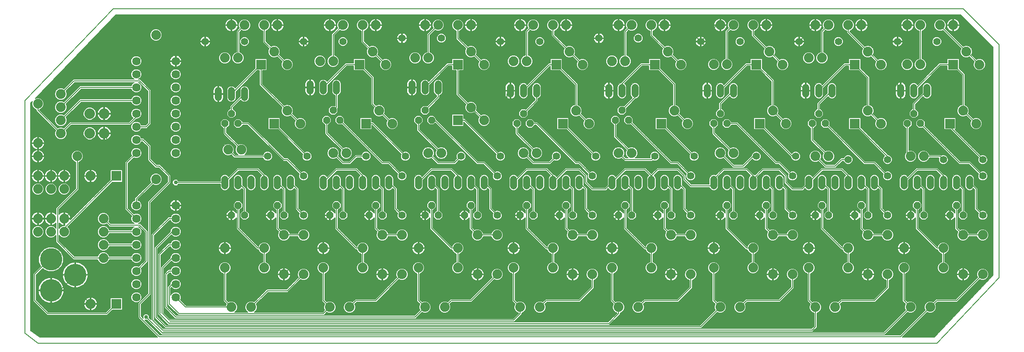
<source format=gtl>
G75*
%MOIN*%
%OFA0B0*%
%FSLAX25Y25*%
%IPPOS*%
%LPD*%
%AMOC8*
5,1,8,0,0,1.08239X$1,22.5*
%
%ADD10C,0.00600*%
%ADD11C,0.17000*%
%ADD12C,0.07600*%
%ADD13R,0.07600X0.07600*%
%ADD14C,0.08000*%
%ADD15C,0.07400*%
%ADD16C,0.06400*%
%ADD17C,0.05200*%
%ADD18OC8,0.05200*%
%ADD19C,0.05543*%
%ADD20R,0.07400X0.07400*%
%ADD21C,0.02978*%
D10*
X0001300Y0008800D02*
X0011300Y0001300D01*
X0696300Y0001300D01*
X0743800Y0051300D01*
X0743800Y0228800D01*
X0716300Y0256300D01*
X0068800Y0256300D01*
X0001300Y0186300D01*
X0001300Y0008800D01*
X0005900Y0011100D02*
X0005900Y0184443D01*
X0007105Y0185693D01*
X0006700Y0184715D01*
X0006700Y0182885D01*
X0007400Y0181194D01*
X0008694Y0179900D01*
X0010100Y0179318D01*
X0010100Y0178303D01*
X0010803Y0177600D01*
X0024782Y0163621D01*
X0024200Y0162215D01*
X0024200Y0160385D01*
X0024900Y0158694D01*
X0026194Y0157400D01*
X0027885Y0156700D01*
X0029715Y0156700D01*
X0031406Y0157400D01*
X0032700Y0158694D01*
X0033400Y0160385D01*
X0033400Y0162215D01*
X0032818Y0163621D01*
X0036797Y0167600D01*
X0081797Y0167600D01*
X0082500Y0168303D01*
X0086397Y0172200D01*
X0087116Y0172200D01*
X0088622Y0172824D01*
X0089776Y0173978D01*
X0090400Y0175484D01*
X0090400Y0177116D01*
X0089776Y0178622D01*
X0088622Y0179776D01*
X0087116Y0180400D01*
X0085484Y0180400D01*
X0083978Y0179776D01*
X0082824Y0178622D01*
X0082200Y0177116D01*
X0082200Y0175484D01*
X0082824Y0173978D01*
X0083802Y0172999D01*
X0080803Y0170000D01*
X0035803Y0170000D01*
X0035100Y0169297D01*
X0031121Y0165318D01*
X0029715Y0165900D01*
X0027885Y0165900D01*
X0026479Y0165318D01*
X0012500Y0179297D01*
X0012500Y0179318D01*
X0013906Y0179900D01*
X0015200Y0181194D01*
X0015900Y0182885D01*
X0015900Y0184715D01*
X0015200Y0186406D01*
X0013906Y0187700D01*
X0012215Y0188400D01*
X0010385Y0188400D01*
X0009270Y0187938D01*
X0070755Y0251700D01*
X0714395Y0251700D01*
X0739200Y0226895D01*
X0739200Y0053137D01*
X0694325Y0005900D01*
X0670097Y0005900D01*
X0688979Y0024782D01*
X0690385Y0024200D01*
X0692215Y0024200D01*
X0693906Y0024900D01*
X0695200Y0026194D01*
X0695900Y0027885D01*
X0695900Y0029715D01*
X0695318Y0031121D01*
X0696797Y0032600D01*
X0711797Y0032600D01*
X0712500Y0033303D01*
X0728979Y0049782D01*
X0730385Y0049200D01*
X0732215Y0049200D01*
X0733906Y0049900D01*
X0735200Y0051194D01*
X0735900Y0052885D01*
X0735900Y0054715D01*
X0735200Y0056406D01*
X0733906Y0057700D01*
X0732215Y0058400D01*
X0730385Y0058400D01*
X0728694Y0057700D01*
X0727400Y0056406D01*
X0726700Y0054715D01*
X0726700Y0052885D01*
X0727282Y0051479D01*
X0710803Y0035000D01*
X0695803Y0035000D01*
X0695100Y0034297D01*
X0693621Y0032818D01*
X0692215Y0033400D01*
X0690385Y0033400D01*
X0688694Y0032700D01*
X0687400Y0031406D01*
X0686700Y0029715D01*
X0686700Y0027885D01*
X0687282Y0026479D01*
X0668303Y0007500D01*
X0104297Y0007500D01*
X0092886Y0018911D01*
X0094492Y0018911D01*
X0105803Y0007600D01*
X0656797Y0007600D01*
X0673979Y0024782D01*
X0675385Y0024200D01*
X0677215Y0024200D01*
X0678906Y0024900D01*
X0680200Y0026194D01*
X0680900Y0027885D01*
X0680900Y0029715D01*
X0680200Y0031406D01*
X0678906Y0032700D01*
X0677215Y0033400D01*
X0675385Y0033400D01*
X0673979Y0032818D01*
X0672500Y0034297D01*
X0672500Y0054318D01*
X0673906Y0054900D01*
X0675200Y0056194D01*
X0675900Y0057885D01*
X0675900Y0059715D01*
X0675200Y0061406D01*
X0673906Y0062700D01*
X0672215Y0063400D01*
X0670385Y0063400D01*
X0668694Y0062700D01*
X0667400Y0061406D01*
X0666700Y0059715D01*
X0666700Y0057885D01*
X0667400Y0056194D01*
X0668694Y0054900D01*
X0670100Y0054318D01*
X0670100Y0033303D01*
X0670803Y0032600D01*
X0672282Y0031121D01*
X0671700Y0029715D01*
X0671700Y0027885D01*
X0672282Y0026479D01*
X0655803Y0010000D01*
X0106797Y0010000D01*
X0106697Y0010100D01*
X0601797Y0010100D01*
X0602500Y0010803D01*
X0605000Y0013303D01*
X0605000Y0024318D01*
X0606406Y0024900D01*
X0607700Y0026194D01*
X0608400Y0027885D01*
X0608400Y0029715D01*
X0607700Y0031406D01*
X0606406Y0032700D01*
X0604715Y0033400D01*
X0602885Y0033400D01*
X0601479Y0032818D01*
X0600000Y0034297D01*
X0600000Y0054318D01*
X0601406Y0054900D01*
X0602700Y0056194D01*
X0603400Y0057885D01*
X0603400Y0059715D01*
X0602700Y0061406D01*
X0601406Y0062700D01*
X0599715Y0063400D01*
X0597885Y0063400D01*
X0596194Y0062700D01*
X0594900Y0061406D01*
X0594200Y0059715D01*
X0594200Y0057885D01*
X0594900Y0056194D01*
X0596194Y0054900D01*
X0597600Y0054318D01*
X0597600Y0033303D01*
X0598303Y0032600D01*
X0599782Y0031121D01*
X0599200Y0029715D01*
X0599200Y0027885D01*
X0599900Y0026194D01*
X0601194Y0024900D01*
X0602600Y0024318D01*
X0602600Y0014297D01*
X0600803Y0012500D01*
X0106797Y0012500D01*
X0100000Y0019297D01*
X0100000Y0083303D01*
X0111797Y0095100D01*
X0112359Y0095100D01*
X0112824Y0093978D01*
X0113978Y0092824D01*
X0115484Y0092200D01*
X0117116Y0092200D01*
X0118622Y0092824D01*
X0119776Y0093978D01*
X0120400Y0095484D01*
X0120400Y0097116D01*
X0119776Y0098622D01*
X0118622Y0099776D01*
X0117116Y0100400D01*
X0115484Y0100400D01*
X0113978Y0099776D01*
X0112824Y0098622D01*
X0112359Y0097500D01*
X0110803Y0097500D01*
X0110100Y0096797D01*
X0098303Y0085000D01*
X0098303Y0085000D01*
X0097600Y0084297D01*
X0097600Y0019197D01*
X0096189Y0020608D01*
X0096189Y0022290D01*
X0094790Y0023689D01*
X0092810Y0023689D01*
X0091411Y0022290D01*
X0091411Y0020386D01*
X0090000Y0021797D01*
X0090000Y0030803D01*
X0096797Y0037600D01*
X0096797Y0037600D01*
X0097500Y0038303D01*
X0097500Y0108303D01*
X0111797Y0122600D01*
X0112500Y0123303D01*
X0112500Y0129297D01*
X0104297Y0137500D01*
X0101797Y0137500D01*
X0097500Y0141797D01*
X0097500Y0151797D01*
X0092500Y0156797D01*
X0091797Y0157500D01*
X0090241Y0157500D01*
X0089776Y0158622D01*
X0088622Y0159776D01*
X0087116Y0160400D01*
X0085484Y0160400D01*
X0083978Y0159776D01*
X0082824Y0158622D01*
X0082200Y0157116D01*
X0082200Y0155484D01*
X0082824Y0153978D01*
X0083978Y0152824D01*
X0085484Y0152200D01*
X0087116Y0152200D01*
X0088622Y0152824D01*
X0089776Y0153978D01*
X0090241Y0155100D01*
X0090803Y0155100D01*
X0095100Y0150803D01*
X0095100Y0140803D01*
X0095803Y0140100D01*
X0100803Y0135100D01*
X0103303Y0135100D01*
X0110100Y0128303D01*
X0110100Y0124297D01*
X0095803Y0110000D01*
X0095100Y0109297D01*
X0095100Y0039297D01*
X0087600Y0031797D01*
X0087600Y0020803D01*
X0088303Y0020100D01*
X0102503Y0005900D01*
X0012833Y0005900D01*
X0005900Y0011100D01*
X0005900Y0011300D02*
X0097103Y0011300D01*
X0097701Y0010701D02*
X0006431Y0010701D01*
X0007229Y0010103D02*
X0098300Y0010103D01*
X0098898Y0009504D02*
X0008027Y0009504D01*
X0008825Y0008906D02*
X0099497Y0008906D01*
X0100095Y0008307D02*
X0009623Y0008307D01*
X0010421Y0007709D02*
X0100694Y0007709D01*
X0101293Y0007110D02*
X0011219Y0007110D01*
X0012017Y0006512D02*
X0101891Y0006512D01*
X0102490Y0005913D02*
X0012815Y0005913D01*
X0005900Y0011899D02*
X0096504Y0011899D01*
X0095906Y0012497D02*
X0005900Y0012497D01*
X0005900Y0013096D02*
X0095307Y0013096D01*
X0094709Y0013694D02*
X0005900Y0013694D01*
X0005900Y0014293D02*
X0094110Y0014293D01*
X0093512Y0014891D02*
X0005900Y0014891D01*
X0005900Y0015490D02*
X0092913Y0015490D01*
X0092315Y0016088D02*
X0005900Y0016088D01*
X0005900Y0016687D02*
X0091716Y0016687D01*
X0091118Y0017285D02*
X0005900Y0017285D01*
X0005900Y0017884D02*
X0090519Y0017884D01*
X0089921Y0018482D02*
X0005900Y0018482D01*
X0005900Y0019081D02*
X0089322Y0019081D01*
X0088724Y0019679D02*
X0005900Y0019679D01*
X0005900Y0020278D02*
X0088125Y0020278D01*
X0087600Y0020876D02*
X0005900Y0020876D01*
X0005900Y0021475D02*
X0087600Y0021475D01*
X0087600Y0022073D02*
X0005900Y0022073D01*
X0005900Y0022672D02*
X0018231Y0022672D01*
X0018303Y0022600D02*
X0064140Y0022600D01*
X0064843Y0023303D01*
X0068140Y0026600D01*
X0075315Y0026600D01*
X0075843Y0027127D01*
X0075843Y0035473D01*
X0075315Y0036000D01*
X0066970Y0036000D01*
X0066443Y0035473D01*
X0066443Y0028297D01*
X0063145Y0025000D01*
X0019297Y0025000D01*
X0010000Y0034297D01*
X0010000Y0053303D01*
X0014970Y0058273D01*
X0015975Y0057268D01*
X0019430Y0055837D01*
X0023170Y0055837D01*
X0026625Y0057268D01*
X0029269Y0059912D01*
X0030700Y0063367D01*
X0030700Y0067107D01*
X0029269Y0070562D01*
X0026625Y0073206D01*
X0023170Y0074637D01*
X0019430Y0074637D01*
X0015975Y0073206D01*
X0013331Y0070562D01*
X0011900Y0067107D01*
X0011900Y0063367D01*
X0013297Y0059994D01*
X0007600Y0054297D01*
X0007600Y0033303D01*
X0008303Y0032600D01*
X0018303Y0022600D01*
X0017633Y0023270D02*
X0005900Y0023270D01*
X0005900Y0023869D02*
X0017034Y0023869D01*
X0016436Y0024467D02*
X0005900Y0024467D01*
X0005900Y0025066D02*
X0015837Y0025066D01*
X0015239Y0025664D02*
X0005900Y0025664D01*
X0005900Y0026263D02*
X0014640Y0026263D01*
X0014042Y0026861D02*
X0005900Y0026861D01*
X0005900Y0027460D02*
X0013443Y0027460D01*
X0012845Y0028058D02*
X0005900Y0028058D01*
X0005900Y0028657D02*
X0012246Y0028657D01*
X0011648Y0029255D02*
X0005900Y0029255D01*
X0005900Y0029854D02*
X0011049Y0029854D01*
X0010451Y0030452D02*
X0005900Y0030452D01*
X0005900Y0031051D02*
X0009852Y0031051D01*
X0009254Y0031649D02*
X0005900Y0031649D01*
X0005900Y0032248D02*
X0008655Y0032248D01*
X0008057Y0032846D02*
X0005900Y0032846D01*
X0005900Y0033445D02*
X0007600Y0033445D01*
X0007600Y0034043D02*
X0005900Y0034043D01*
X0005900Y0034642D02*
X0007600Y0034642D01*
X0007600Y0035240D02*
X0005900Y0035240D01*
X0005900Y0035839D02*
X0007600Y0035839D01*
X0007600Y0036437D02*
X0005900Y0036437D01*
X0005900Y0037036D02*
X0007600Y0037036D01*
X0007600Y0037634D02*
X0005900Y0037634D01*
X0005900Y0038233D02*
X0007600Y0038233D01*
X0007600Y0038832D02*
X0005900Y0038832D01*
X0005900Y0039430D02*
X0007600Y0039430D01*
X0007600Y0040029D02*
X0005900Y0040029D01*
X0005900Y0040627D02*
X0007600Y0040627D01*
X0007600Y0041226D02*
X0005900Y0041226D01*
X0005900Y0041824D02*
X0007600Y0041824D01*
X0007600Y0042423D02*
X0005900Y0042423D01*
X0005900Y0043021D02*
X0007600Y0043021D01*
X0007600Y0043620D02*
X0005900Y0043620D01*
X0005900Y0044218D02*
X0007600Y0044218D01*
X0007600Y0044817D02*
X0005900Y0044817D01*
X0005900Y0045415D02*
X0007600Y0045415D01*
X0007600Y0046014D02*
X0005900Y0046014D01*
X0005900Y0046612D02*
X0007600Y0046612D01*
X0007600Y0047211D02*
X0005900Y0047211D01*
X0005900Y0047809D02*
X0007600Y0047809D01*
X0007600Y0048408D02*
X0005900Y0048408D01*
X0005900Y0049006D02*
X0007600Y0049006D01*
X0007600Y0049605D02*
X0005900Y0049605D01*
X0005900Y0050203D02*
X0007600Y0050203D01*
X0007600Y0050802D02*
X0005900Y0050802D01*
X0005900Y0051400D02*
X0007600Y0051400D01*
X0007600Y0051999D02*
X0005900Y0051999D01*
X0005900Y0052597D02*
X0007600Y0052597D01*
X0007600Y0053196D02*
X0005900Y0053196D01*
X0005900Y0053794D02*
X0007600Y0053794D01*
X0007696Y0054393D02*
X0005900Y0054393D01*
X0005900Y0054991D02*
X0008294Y0054991D01*
X0008893Y0055590D02*
X0005900Y0055590D01*
X0005900Y0056188D02*
X0009491Y0056188D01*
X0010090Y0056787D02*
X0005900Y0056787D01*
X0005900Y0057385D02*
X0010688Y0057385D01*
X0011287Y0057984D02*
X0005900Y0057984D01*
X0005900Y0058582D02*
X0011885Y0058582D01*
X0012484Y0059181D02*
X0005900Y0059181D01*
X0005900Y0059779D02*
X0013082Y0059779D01*
X0013138Y0060378D02*
X0005900Y0060378D01*
X0005900Y0060976D02*
X0012890Y0060976D01*
X0012642Y0061575D02*
X0005900Y0061575D01*
X0005900Y0062173D02*
X0012394Y0062173D01*
X0012147Y0062772D02*
X0005900Y0062772D01*
X0005900Y0063370D02*
X0011900Y0063370D01*
X0011900Y0063969D02*
X0005900Y0063969D01*
X0005900Y0064568D02*
X0011900Y0064568D01*
X0011900Y0065166D02*
X0005900Y0065166D01*
X0005900Y0065765D02*
X0011900Y0065765D01*
X0011900Y0066363D02*
X0005900Y0066363D01*
X0005900Y0066962D02*
X0011900Y0066962D01*
X0012088Y0067560D02*
X0005900Y0067560D01*
X0005900Y0068159D02*
X0012336Y0068159D01*
X0012584Y0068757D02*
X0005900Y0068757D01*
X0005900Y0069356D02*
X0012831Y0069356D01*
X0013079Y0069954D02*
X0005900Y0069954D01*
X0005900Y0070553D02*
X0013327Y0070553D01*
X0013921Y0071151D02*
X0005900Y0071151D01*
X0005900Y0071750D02*
X0014519Y0071750D01*
X0015118Y0072348D02*
X0005900Y0072348D01*
X0005900Y0072947D02*
X0015716Y0072947D01*
X0016794Y0073545D02*
X0005900Y0073545D01*
X0005900Y0074144D02*
X0018239Y0074144D01*
X0024361Y0074144D02*
X0029259Y0074144D01*
X0028661Y0074742D02*
X0005900Y0074742D01*
X0005900Y0075341D02*
X0028062Y0075341D01*
X0027464Y0075939D02*
X0005900Y0075939D01*
X0005900Y0076538D02*
X0026865Y0076538D01*
X0026267Y0077136D02*
X0005900Y0077136D01*
X0005900Y0077735D02*
X0025668Y0077735D01*
X0025803Y0077600D02*
X0038303Y0065100D01*
X0056818Y0065100D01*
X0057400Y0063694D01*
X0058694Y0062400D01*
X0060385Y0061700D01*
X0062215Y0061700D01*
X0063906Y0062400D01*
X0065200Y0063694D01*
X0065782Y0065100D01*
X0082359Y0065100D01*
X0082824Y0063978D01*
X0083978Y0062824D01*
X0085484Y0062200D01*
X0087116Y0062200D01*
X0088622Y0062824D01*
X0089776Y0063978D01*
X0090400Y0065484D01*
X0090400Y0067116D01*
X0089776Y0068622D01*
X0088622Y0069776D01*
X0087116Y0070400D01*
X0085484Y0070400D01*
X0083978Y0069776D01*
X0082824Y0068622D01*
X0082359Y0067500D01*
X0065782Y0067500D01*
X0065200Y0068906D01*
X0063906Y0070200D01*
X0062215Y0070900D01*
X0060385Y0070900D01*
X0058694Y0070200D01*
X0057400Y0068906D01*
X0056818Y0067500D01*
X0039297Y0067500D01*
X0027500Y0079297D01*
X0027500Y0083595D01*
X0028694Y0082400D01*
X0030385Y0081700D01*
X0032215Y0081700D01*
X0033906Y0082400D01*
X0035200Y0083694D01*
X0035900Y0085385D01*
X0035900Y0087215D01*
X0035200Y0088906D01*
X0034072Y0090033D01*
X0068140Y0124100D01*
X0075315Y0124100D01*
X0075843Y0124627D01*
X0075843Y0132973D01*
X0075315Y0133500D01*
X0066970Y0133500D01*
X0066443Y0132973D01*
X0066443Y0125797D01*
X0036253Y0095607D01*
X0036300Y0095906D01*
X0036300Y0096000D01*
X0031600Y0096000D01*
X0031600Y0096600D01*
X0036300Y0096600D01*
X0036300Y0096694D01*
X0036177Y0097471D01*
X0035934Y0098219D01*
X0035576Y0098921D01*
X0035114Y0099557D01*
X0034557Y0100114D01*
X0033921Y0100576D01*
X0033219Y0100934D01*
X0032471Y0101177D01*
X0031694Y0101300D01*
X0031600Y0101300D01*
X0031600Y0096600D01*
X0031000Y0096600D01*
X0031000Y0101300D01*
X0030906Y0101300D01*
X0030129Y0101177D01*
X0029381Y0100934D01*
X0028679Y0100576D01*
X0028043Y0100114D01*
X0027500Y0099571D01*
X0027500Y0103303D01*
X0041797Y0117600D01*
X0042500Y0118303D01*
X0042500Y0139318D01*
X0043906Y0139900D01*
X0045200Y0141194D01*
X0045900Y0142885D01*
X0045900Y0144715D01*
X0045200Y0146406D01*
X0043906Y0147700D01*
X0042215Y0148400D01*
X0040385Y0148400D01*
X0038694Y0147700D01*
X0037400Y0146406D01*
X0036700Y0144715D01*
X0036700Y0142885D01*
X0037400Y0141194D01*
X0038694Y0139900D01*
X0040100Y0139318D01*
X0040100Y0119297D01*
X0025100Y0104297D01*
X0025100Y0099571D01*
X0024557Y0100114D01*
X0023921Y0100576D01*
X0023219Y0100934D01*
X0022471Y0101177D01*
X0021694Y0101300D01*
X0021600Y0101300D01*
X0021600Y0096600D01*
X0021000Y0096600D01*
X0021000Y0101300D01*
X0020906Y0101300D01*
X0020129Y0101177D01*
X0019381Y0100934D01*
X0018679Y0100576D01*
X0018043Y0100114D01*
X0017486Y0099557D01*
X0017024Y0098921D01*
X0016666Y0098219D01*
X0016423Y0097471D01*
X0016300Y0096694D01*
X0016177Y0097471D01*
X0015934Y0098219D01*
X0015576Y0098921D01*
X0015114Y0099557D01*
X0014557Y0100114D01*
X0013921Y0100576D01*
X0013219Y0100934D01*
X0012471Y0101177D01*
X0011694Y0101300D01*
X0011600Y0101300D01*
X0011600Y0096600D01*
X0016300Y0096600D01*
X0016300Y0096694D01*
X0016300Y0096600D01*
X0021000Y0096600D01*
X0021000Y0096000D01*
X0021600Y0096000D01*
X0021600Y0091300D01*
X0021694Y0091300D01*
X0022471Y0091423D01*
X0023219Y0091666D01*
X0023921Y0092024D01*
X0024557Y0092486D01*
X0025100Y0093029D01*
X0025100Y0089005D01*
X0023906Y0090200D01*
X0022215Y0090900D01*
X0020385Y0090900D01*
X0018694Y0090200D01*
X0017400Y0088906D01*
X0016700Y0087215D01*
X0016700Y0085385D01*
X0017400Y0083694D01*
X0018694Y0082400D01*
X0020385Y0081700D01*
X0022215Y0081700D01*
X0023906Y0082400D01*
X0025100Y0083595D01*
X0025100Y0078303D01*
X0025803Y0077600D01*
X0025100Y0078333D02*
X0005900Y0078333D01*
X0005900Y0078932D02*
X0025100Y0078932D01*
X0025100Y0079530D02*
X0005900Y0079530D01*
X0005900Y0080129D02*
X0025100Y0080129D01*
X0025100Y0080727D02*
X0005900Y0080727D01*
X0005900Y0081326D02*
X0025100Y0081326D01*
X0025100Y0081924D02*
X0022757Y0081924D01*
X0024028Y0082523D02*
X0025100Y0082523D01*
X0025100Y0083121D02*
X0024627Y0083121D01*
X0027500Y0083121D02*
X0027973Y0083121D01*
X0027500Y0082523D02*
X0028572Y0082523D01*
X0027500Y0081924D02*
X0029843Y0081924D01*
X0027500Y0081326D02*
X0092600Y0081326D01*
X0092600Y0081924D02*
X0062757Y0081924D01*
X0062215Y0081700D02*
X0063906Y0082400D01*
X0065200Y0083694D01*
X0065782Y0085100D01*
X0082359Y0085100D01*
X0082824Y0083978D01*
X0083978Y0082824D01*
X0085484Y0082200D01*
X0087116Y0082200D01*
X0088622Y0082824D01*
X0089776Y0083978D01*
X0090400Y0085484D01*
X0090400Y0087116D01*
X0089776Y0088622D01*
X0088622Y0089776D01*
X0087840Y0090100D01*
X0088303Y0090100D01*
X0092600Y0085803D01*
X0092600Y0064297D01*
X0088238Y0059935D01*
X0087116Y0060400D01*
X0085484Y0060400D01*
X0083978Y0059776D01*
X0082824Y0058622D01*
X0082200Y0057116D01*
X0082200Y0055484D01*
X0082824Y0053978D01*
X0083978Y0052824D01*
X0085484Y0052200D01*
X0087116Y0052200D01*
X0088622Y0052824D01*
X0089776Y0053978D01*
X0090400Y0055484D01*
X0090400Y0057116D01*
X0089935Y0058238D01*
X0094297Y0062600D01*
X0095000Y0063303D01*
X0095000Y0086797D01*
X0089297Y0092500D01*
X0087840Y0092500D01*
X0088622Y0092824D01*
X0089776Y0093978D01*
X0090400Y0095484D01*
X0090400Y0097116D01*
X0089776Y0098622D01*
X0088622Y0099776D01*
X0087116Y0100400D01*
X0085484Y0100400D01*
X0084362Y0099935D01*
X0080000Y0104297D01*
X0080000Y0138303D01*
X0084362Y0142665D01*
X0085484Y0142200D01*
X0087116Y0142200D01*
X0088622Y0142824D01*
X0089776Y0143978D01*
X0090400Y0145484D01*
X0090400Y0147116D01*
X0089776Y0148622D01*
X0088622Y0149776D01*
X0087116Y0150400D01*
X0085484Y0150400D01*
X0083978Y0149776D01*
X0082824Y0148622D01*
X0082200Y0147116D01*
X0082200Y0145484D01*
X0082665Y0144362D01*
X0077600Y0139297D01*
X0077600Y0103303D01*
X0078303Y0102600D01*
X0082665Y0098238D01*
X0082200Y0097116D01*
X0082200Y0095484D01*
X0082824Y0093978D01*
X0083978Y0092824D01*
X0084760Y0092500D01*
X0066797Y0092500D01*
X0065318Y0093979D01*
X0065900Y0095385D01*
X0065900Y0097215D01*
X0065200Y0098906D01*
X0063906Y0100200D01*
X0062215Y0100900D01*
X0060385Y0100900D01*
X0058694Y0100200D01*
X0057400Y0098906D01*
X0056700Y0097215D01*
X0056700Y0095385D01*
X0057400Y0093694D01*
X0058694Y0092400D01*
X0060385Y0091700D01*
X0062215Y0091700D01*
X0063621Y0092282D01*
X0065100Y0090803D01*
X0065803Y0090100D01*
X0084760Y0090100D01*
X0083978Y0089776D01*
X0082824Y0088622D01*
X0082359Y0087500D01*
X0065782Y0087500D01*
X0065200Y0088906D01*
X0063906Y0090200D01*
X0062215Y0090900D01*
X0060385Y0090900D01*
X0058694Y0090200D01*
X0057400Y0088906D01*
X0056700Y0087215D01*
X0056700Y0085385D01*
X0057400Y0083694D01*
X0058694Y0082400D01*
X0060385Y0081700D01*
X0062215Y0081700D01*
X0062215Y0080900D02*
X0060385Y0080900D01*
X0058694Y0080200D01*
X0057400Y0078906D01*
X0056700Y0077215D01*
X0056700Y0075385D01*
X0057400Y0073694D01*
X0058694Y0072400D01*
X0060385Y0071700D01*
X0062215Y0071700D01*
X0063906Y0072400D01*
X0065200Y0073694D01*
X0065782Y0075100D01*
X0082359Y0075100D01*
X0082824Y0073978D01*
X0083978Y0072824D01*
X0085484Y0072200D01*
X0087116Y0072200D01*
X0088622Y0072824D01*
X0089776Y0073978D01*
X0090400Y0075484D01*
X0090400Y0077116D01*
X0089776Y0078622D01*
X0088622Y0079776D01*
X0087116Y0080400D01*
X0085484Y0080400D01*
X0083978Y0079776D01*
X0082824Y0078622D01*
X0082359Y0077500D01*
X0065782Y0077500D01*
X0065200Y0078906D01*
X0063906Y0080200D01*
X0062215Y0080900D01*
X0062632Y0080727D02*
X0092600Y0080727D01*
X0092600Y0080129D02*
X0087770Y0080129D01*
X0088868Y0079530D02*
X0092600Y0079530D01*
X0092600Y0078932D02*
X0089466Y0078932D01*
X0089896Y0078333D02*
X0092600Y0078333D01*
X0092600Y0077735D02*
X0090144Y0077735D01*
X0090391Y0077136D02*
X0092600Y0077136D01*
X0092600Y0076538D02*
X0090400Y0076538D01*
X0090400Y0075939D02*
X0092600Y0075939D01*
X0092600Y0075341D02*
X0090340Y0075341D01*
X0090093Y0074742D02*
X0092600Y0074742D01*
X0092600Y0074144D02*
X0089845Y0074144D01*
X0089343Y0073545D02*
X0092600Y0073545D01*
X0092600Y0072947D02*
X0088745Y0072947D01*
X0087473Y0072348D02*
X0092600Y0072348D01*
X0092600Y0071750D02*
X0062335Y0071750D01*
X0063054Y0070553D02*
X0092600Y0070553D01*
X0092600Y0071151D02*
X0035646Y0071151D01*
X0036244Y0070553D02*
X0059546Y0070553D01*
X0058449Y0069954D02*
X0036843Y0069954D01*
X0037441Y0069356D02*
X0057850Y0069356D01*
X0057339Y0068757D02*
X0038040Y0068757D01*
X0038638Y0068159D02*
X0057091Y0068159D01*
X0056843Y0067560D02*
X0039237Y0067560D01*
X0038800Y0066300D02*
X0026300Y0078800D01*
X0026300Y0103800D01*
X0041300Y0118800D01*
X0041300Y0143800D01*
X0044584Y0140578D02*
X0078881Y0140578D01*
X0078283Y0139980D02*
X0043985Y0139980D01*
X0042653Y0139381D02*
X0077684Y0139381D01*
X0077600Y0138783D02*
X0042500Y0138783D01*
X0042500Y0138184D02*
X0077600Y0138184D01*
X0077600Y0137586D02*
X0042500Y0137586D01*
X0042500Y0136987D02*
X0077600Y0136987D01*
X0077600Y0136389D02*
X0042500Y0136389D01*
X0042500Y0135790D02*
X0077600Y0135790D01*
X0077600Y0135192D02*
X0042500Y0135192D01*
X0042500Y0134593D02*
X0077600Y0134593D01*
X0077600Y0133995D02*
X0042500Y0133995D01*
X0042500Y0133396D02*
X0049245Y0133396D01*
X0049500Y0133526D02*
X0048784Y0133162D01*
X0048135Y0132690D01*
X0047567Y0132122D01*
X0047096Y0131473D01*
X0046731Y0130758D01*
X0046483Y0129994D01*
X0046357Y0129201D01*
X0046357Y0129100D01*
X0051157Y0129100D01*
X0051157Y0128500D01*
X0046357Y0128500D01*
X0046357Y0128399D01*
X0046483Y0127606D01*
X0046731Y0126842D01*
X0047096Y0126127D01*
X0047567Y0125478D01*
X0048135Y0124910D01*
X0048784Y0124438D01*
X0049500Y0124074D01*
X0050263Y0123826D01*
X0051056Y0123700D01*
X0051157Y0123700D01*
X0051157Y0128500D01*
X0051757Y0128500D01*
X0051757Y0123700D01*
X0051859Y0123700D01*
X0052652Y0123826D01*
X0053415Y0124074D01*
X0054130Y0124438D01*
X0054780Y0124910D01*
X0055348Y0125478D01*
X0055819Y0126127D01*
X0056184Y0126842D01*
X0056432Y0127606D01*
X0056557Y0128399D01*
X0056557Y0128500D01*
X0051758Y0128500D01*
X0051758Y0129100D01*
X0056557Y0129100D01*
X0056557Y0129201D01*
X0056432Y0129994D01*
X0056184Y0130758D01*
X0055819Y0131473D01*
X0055348Y0132122D01*
X0054780Y0132690D01*
X0054130Y0133162D01*
X0053415Y0133526D01*
X0052652Y0133774D01*
X0051859Y0133900D01*
X0051757Y0133900D01*
X0051757Y0129100D01*
X0051157Y0129100D01*
X0051157Y0133900D01*
X0051056Y0133900D01*
X0050263Y0133774D01*
X0049500Y0133526D01*
X0048283Y0132798D02*
X0042500Y0132798D01*
X0042500Y0132199D02*
X0047644Y0132199D01*
X0047188Y0131601D02*
X0042500Y0131601D01*
X0042500Y0131002D02*
X0046856Y0131002D01*
X0046616Y0130404D02*
X0042500Y0130404D01*
X0042500Y0129805D02*
X0046453Y0129805D01*
X0046358Y0129207D02*
X0042500Y0129207D01*
X0042500Y0128608D02*
X0051157Y0128608D01*
X0051457Y0128800D02*
X0051457Y0133957D01*
X0063800Y0146300D01*
X0063800Y0159300D01*
X0061800Y0161300D01*
X0062100Y0161526D02*
X0152600Y0161526D01*
X0152600Y0160928D02*
X0067100Y0160928D01*
X0067100Y0160883D02*
X0067100Y0161000D01*
X0062100Y0161000D01*
X0062100Y0161600D01*
X0067100Y0161600D01*
X0067100Y0161717D01*
X0066969Y0162541D01*
X0066712Y0163334D01*
X0066333Y0164078D01*
X0065843Y0164753D01*
X0065253Y0165343D01*
X0064578Y0165833D01*
X0063834Y0166212D01*
X0063041Y0166469D01*
X0062217Y0166600D01*
X0062100Y0166600D01*
X0062100Y0161600D01*
X0061500Y0161600D01*
X0061500Y0166600D01*
X0061383Y0166600D01*
X0060559Y0166469D01*
X0059766Y0166212D01*
X0059022Y0165833D01*
X0058347Y0165343D01*
X0057757Y0164753D01*
X0057267Y0164078D01*
X0056888Y0163334D01*
X0056630Y0162541D01*
X0056500Y0161717D01*
X0056500Y0161600D01*
X0061500Y0161600D01*
X0061500Y0161000D01*
X0062100Y0161000D01*
X0062100Y0156000D01*
X0062217Y0156000D01*
X0063041Y0156130D01*
X0063834Y0156388D01*
X0064578Y0156767D01*
X0065253Y0157257D01*
X0065843Y0157847D01*
X0066333Y0158522D01*
X0066712Y0159266D01*
X0066969Y0160059D01*
X0067100Y0160883D01*
X0067012Y0160329D02*
X0085314Y0160329D01*
X0083933Y0159731D02*
X0066863Y0159731D01*
X0066644Y0159132D02*
X0083334Y0159132D01*
X0082787Y0158534D02*
X0066339Y0158534D01*
X0065907Y0157935D02*
X0082540Y0157935D01*
X0082292Y0157337D02*
X0065332Y0157337D01*
X0064521Y0156738D02*
X0082200Y0156738D01*
X0082200Y0156140D02*
X0063070Y0156140D01*
X0062100Y0156140D02*
X0061500Y0156140D01*
X0061500Y0156000D02*
X0061500Y0161000D01*
X0056500Y0161000D01*
X0056500Y0160883D01*
X0056630Y0160059D01*
X0056888Y0159266D01*
X0057267Y0158522D01*
X0057757Y0157847D01*
X0058347Y0157257D01*
X0059022Y0156767D01*
X0059766Y0156388D01*
X0060559Y0156130D01*
X0061383Y0156000D01*
X0061500Y0156000D01*
X0061500Y0156738D02*
X0062100Y0156738D01*
X0062100Y0157337D02*
X0061500Y0157337D01*
X0061500Y0157935D02*
X0062100Y0157935D01*
X0062100Y0158534D02*
X0061500Y0158534D01*
X0061500Y0159132D02*
X0062100Y0159132D01*
X0062100Y0159731D02*
X0061500Y0159731D01*
X0061500Y0160329D02*
X0062100Y0160329D01*
X0062100Y0160928D02*
X0061500Y0160928D01*
X0061500Y0161526D02*
X0055700Y0161526D01*
X0055700Y0160928D02*
X0056500Y0160928D01*
X0056588Y0160329D02*
X0055700Y0160329D01*
X0055700Y0160325D02*
X0054954Y0158524D01*
X0053576Y0157146D01*
X0051775Y0156400D01*
X0049825Y0156400D01*
X0048024Y0157146D01*
X0046646Y0158524D01*
X0045900Y0160325D01*
X0045900Y0162275D01*
X0046646Y0164076D01*
X0048024Y0165454D01*
X0049825Y0166200D01*
X0051775Y0166200D01*
X0053576Y0165454D01*
X0054954Y0164076D01*
X0055700Y0162275D01*
X0055700Y0160325D01*
X0055454Y0159731D02*
X0056737Y0159731D01*
X0056956Y0159132D02*
X0055206Y0159132D01*
X0054958Y0158534D02*
X0057261Y0158534D01*
X0057693Y0157935D02*
X0054365Y0157935D01*
X0053766Y0157337D02*
X0058268Y0157337D01*
X0059079Y0156738D02*
X0052591Y0156738D01*
X0049009Y0156738D02*
X0029807Y0156738D01*
X0031252Y0157337D02*
X0047834Y0157337D01*
X0047235Y0157935D02*
X0031941Y0157935D01*
X0032539Y0158534D02*
X0046642Y0158534D01*
X0046394Y0159132D02*
X0032881Y0159132D01*
X0033129Y0159731D02*
X0046146Y0159731D01*
X0045900Y0160329D02*
X0033377Y0160329D01*
X0033400Y0160928D02*
X0045900Y0160928D01*
X0045900Y0161526D02*
X0033400Y0161526D01*
X0033400Y0162125D02*
X0045900Y0162125D01*
X0046086Y0162723D02*
X0033189Y0162723D01*
X0032942Y0163322D02*
X0046334Y0163322D01*
X0046582Y0163920D02*
X0033117Y0163920D01*
X0033716Y0164519D02*
X0047089Y0164519D01*
X0047688Y0165117D02*
X0034314Y0165117D01*
X0034913Y0165716D02*
X0048657Y0165716D01*
X0052943Y0165716D02*
X0058861Y0165716D01*
X0058122Y0165117D02*
X0053912Y0165117D01*
X0054511Y0164519D02*
X0057588Y0164519D01*
X0057187Y0163920D02*
X0055018Y0163920D01*
X0055266Y0163322D02*
X0056884Y0163322D01*
X0056690Y0162723D02*
X0055514Y0162723D01*
X0055700Y0162125D02*
X0056565Y0162125D01*
X0061500Y0162125D02*
X0062100Y0162125D01*
X0062100Y0162723D02*
X0061500Y0162723D01*
X0061500Y0163322D02*
X0062100Y0163322D01*
X0062100Y0163920D02*
X0061500Y0163920D01*
X0061500Y0164519D02*
X0062100Y0164519D01*
X0062100Y0165117D02*
X0061500Y0165117D01*
X0061500Y0165716D02*
X0062100Y0165716D01*
X0062100Y0166314D02*
X0061500Y0166314D01*
X0060082Y0166314D02*
X0035511Y0166314D01*
X0036110Y0166913D02*
X0082200Y0166913D01*
X0082200Y0167116D02*
X0082200Y0165484D01*
X0082824Y0163978D01*
X0083978Y0162824D01*
X0085484Y0162200D01*
X0087116Y0162200D01*
X0088622Y0162824D01*
X0089776Y0163978D01*
X0090241Y0165100D01*
X0094297Y0165100D01*
X0095000Y0165803D01*
X0096797Y0167600D01*
X0096797Y0167600D01*
X0097500Y0168303D01*
X0097500Y0194297D01*
X0096797Y0195000D01*
X0089297Y0202500D01*
X0087840Y0202500D01*
X0088622Y0202824D01*
X0089776Y0203978D01*
X0090400Y0205484D01*
X0090400Y0207116D01*
X0089776Y0208622D01*
X0088622Y0209776D01*
X0087116Y0210400D01*
X0085484Y0210400D01*
X0083978Y0209776D01*
X0082824Y0208622D01*
X0082200Y0207116D01*
X0082200Y0205484D01*
X0082824Y0203978D01*
X0083978Y0202824D01*
X0084760Y0202500D01*
X0038303Y0202500D01*
X0037600Y0201797D01*
X0031121Y0195318D01*
X0029715Y0195900D01*
X0027885Y0195900D01*
X0026194Y0195200D01*
X0024900Y0193906D01*
X0024200Y0192215D01*
X0024200Y0190385D01*
X0024900Y0188694D01*
X0026194Y0187400D01*
X0027885Y0186700D01*
X0029715Y0186700D01*
X0031406Y0187400D01*
X0032700Y0188694D01*
X0033400Y0190385D01*
X0033400Y0192215D01*
X0032818Y0193621D01*
X0039297Y0200100D01*
X0084760Y0200100D01*
X0083978Y0199776D01*
X0082824Y0198622D01*
X0082359Y0197500D01*
X0043303Y0197500D01*
X0042600Y0196797D01*
X0031121Y0185318D01*
X0029715Y0185900D01*
X0027885Y0185900D01*
X0026194Y0185200D01*
X0024900Y0183906D01*
X0024200Y0182215D01*
X0024200Y0180385D01*
X0024900Y0178694D01*
X0026194Y0177400D01*
X0027885Y0176700D01*
X0029715Y0176700D01*
X0031406Y0177400D01*
X0032700Y0178694D01*
X0033400Y0180385D01*
X0033400Y0182215D01*
X0032818Y0183621D01*
X0044297Y0195100D01*
X0082359Y0195100D01*
X0082824Y0193978D01*
X0083978Y0192824D01*
X0085484Y0192200D01*
X0087116Y0192200D01*
X0088622Y0192824D01*
X0089776Y0193978D01*
X0090400Y0195484D01*
X0090400Y0197116D01*
X0089776Y0198622D01*
X0088622Y0199776D01*
X0087840Y0200100D01*
X0088303Y0200100D01*
X0095100Y0193303D01*
X0095100Y0169297D01*
X0093303Y0167500D01*
X0090241Y0167500D01*
X0089776Y0168622D01*
X0088622Y0169776D01*
X0087116Y0170400D01*
X0085484Y0170400D01*
X0083978Y0169776D01*
X0082824Y0168622D01*
X0082200Y0167116D01*
X0082364Y0167511D02*
X0036709Y0167511D01*
X0036300Y0168800D02*
X0081300Y0168800D01*
X0086300Y0173800D01*
X0086300Y0176300D01*
X0087888Y0180080D02*
X0095100Y0180080D01*
X0095100Y0179482D02*
X0088917Y0179482D01*
X0089515Y0178883D02*
X0095100Y0178883D01*
X0095100Y0178285D02*
X0089916Y0178285D01*
X0090164Y0177686D02*
X0095100Y0177686D01*
X0095100Y0177088D02*
X0090400Y0177088D01*
X0090400Y0176489D02*
X0095100Y0176489D01*
X0095100Y0175891D02*
X0090400Y0175891D01*
X0090320Y0175292D02*
X0095100Y0175292D01*
X0095100Y0174694D02*
X0090072Y0174694D01*
X0089824Y0174095D02*
X0095100Y0174095D01*
X0095100Y0173497D02*
X0089295Y0173497D01*
X0088696Y0172898D02*
X0095100Y0172898D01*
X0095100Y0172300D02*
X0087356Y0172300D01*
X0085898Y0171701D02*
X0095100Y0171701D01*
X0095100Y0171103D02*
X0085300Y0171103D01*
X0084701Y0170504D02*
X0095100Y0170504D01*
X0095100Y0169905D02*
X0088309Y0169905D01*
X0089091Y0169307D02*
X0095100Y0169307D01*
X0094511Y0168708D02*
X0089690Y0168708D01*
X0089988Y0168110D02*
X0093913Y0168110D01*
X0093314Y0167511D02*
X0090236Y0167511D01*
X0090000Y0164519D02*
X0112600Y0164519D01*
X0112824Y0163978D02*
X0113978Y0162824D01*
X0115484Y0162200D01*
X0117116Y0162200D01*
X0118622Y0162824D01*
X0119776Y0163978D01*
X0120400Y0165484D01*
X0120400Y0167116D01*
X0119776Y0168622D01*
X0118622Y0169776D01*
X0117116Y0170400D01*
X0115484Y0170400D01*
X0113978Y0169776D01*
X0112824Y0168622D01*
X0112200Y0167116D01*
X0112200Y0165484D01*
X0112824Y0163978D01*
X0112881Y0163920D02*
X0089719Y0163920D01*
X0089120Y0163322D02*
X0113480Y0163322D01*
X0114221Y0162723D02*
X0088379Y0162723D01*
X0087286Y0160329D02*
X0115314Y0160329D01*
X0115484Y0160400D02*
X0113978Y0159776D01*
X0112824Y0158622D01*
X0112200Y0157116D01*
X0112200Y0155484D01*
X0112824Y0153978D01*
X0113978Y0152824D01*
X0115484Y0152200D01*
X0117116Y0152200D01*
X0118622Y0152824D01*
X0119776Y0153978D01*
X0120400Y0155484D01*
X0120400Y0157116D01*
X0119776Y0158622D01*
X0118622Y0159776D01*
X0117116Y0160400D01*
X0115484Y0160400D01*
X0113933Y0159731D02*
X0088667Y0159731D01*
X0089266Y0159132D02*
X0113334Y0159132D01*
X0112787Y0158534D02*
X0089813Y0158534D01*
X0090060Y0157935D02*
X0112540Y0157935D01*
X0112292Y0157337D02*
X0091960Y0157337D01*
X0092559Y0156738D02*
X0112200Y0156738D01*
X0112200Y0156140D02*
X0093157Y0156140D01*
X0093756Y0155541D02*
X0112200Y0155541D01*
X0112424Y0154943D02*
X0094354Y0154943D01*
X0094953Y0154344D02*
X0112672Y0154344D01*
X0113056Y0153746D02*
X0095551Y0153746D01*
X0096150Y0153147D02*
X0113655Y0153147D01*
X0114643Y0152549D02*
X0096748Y0152549D01*
X0097347Y0151950D02*
X0152945Y0151950D01*
X0152400Y0151406D02*
X0151700Y0149715D01*
X0151700Y0147885D01*
X0152400Y0146194D01*
X0153694Y0144900D01*
X0155385Y0144200D01*
X0157215Y0144200D01*
X0158621Y0144782D01*
X0160100Y0143303D01*
X0160803Y0142600D01*
X0182823Y0142600D01*
X0183187Y0141720D01*
X0184220Y0140687D01*
X0185570Y0140128D01*
X0187030Y0140128D01*
X0188380Y0140687D01*
X0189413Y0141720D01*
X0189972Y0143070D01*
X0189972Y0144530D01*
X0189413Y0145880D01*
X0188380Y0146913D01*
X0187030Y0147472D01*
X0185570Y0147472D01*
X0184220Y0146913D01*
X0183187Y0145880D01*
X0182823Y0145000D01*
X0169005Y0145000D01*
X0170200Y0146194D01*
X0170900Y0147885D01*
X0170900Y0149715D01*
X0170200Y0151406D01*
X0168906Y0152700D01*
X0167215Y0153400D01*
X0165385Y0153400D01*
X0163979Y0152818D01*
X0155000Y0161797D01*
X0155000Y0165300D01*
X0155250Y0165300D01*
X0157300Y0167350D01*
X0157300Y0170250D01*
X0155250Y0172300D01*
X0152350Y0172300D01*
X0150300Y0170250D01*
X0150300Y0167350D01*
X0152350Y0165300D01*
X0152600Y0165300D01*
X0152600Y0160803D01*
X0153303Y0160100D01*
X0162282Y0151121D01*
X0161700Y0149715D01*
X0161700Y0147885D01*
X0162400Y0146194D01*
X0163595Y0145000D01*
X0161797Y0145000D01*
X0160318Y0146479D01*
X0160900Y0147885D01*
X0160900Y0149715D01*
X0160200Y0151406D01*
X0158906Y0152700D01*
X0157215Y0153400D01*
X0155385Y0153400D01*
X0153694Y0152700D01*
X0152400Y0151406D01*
X0152378Y0151352D02*
X0097500Y0151352D01*
X0097500Y0150753D02*
X0152130Y0150753D01*
X0151882Y0150155D02*
X0117708Y0150155D01*
X0117116Y0150400D02*
X0115484Y0150400D01*
X0113978Y0149776D01*
X0112824Y0148622D01*
X0112200Y0147116D01*
X0112200Y0145484D01*
X0112824Y0143978D01*
X0113978Y0142824D01*
X0115484Y0142200D01*
X0117116Y0142200D01*
X0118622Y0142824D01*
X0119776Y0143978D01*
X0120400Y0145484D01*
X0120400Y0147116D01*
X0119776Y0148622D01*
X0118622Y0149776D01*
X0117116Y0150400D01*
X0118842Y0149556D02*
X0151700Y0149556D01*
X0151700Y0148958D02*
X0119441Y0148958D01*
X0119885Y0148359D02*
X0151700Y0148359D01*
X0151752Y0147761D02*
X0120133Y0147761D01*
X0120381Y0147162D02*
X0151999Y0147162D01*
X0152247Y0146564D02*
X0120400Y0146564D01*
X0120400Y0145965D02*
X0152630Y0145965D01*
X0153228Y0145367D02*
X0120351Y0145367D01*
X0120103Y0144768D02*
X0154014Y0144768D01*
X0158586Y0144768D02*
X0158635Y0144768D01*
X0159233Y0144170D02*
X0119855Y0144170D01*
X0119369Y0143571D02*
X0159832Y0143571D01*
X0160430Y0142972D02*
X0118771Y0142972D01*
X0117536Y0142374D02*
X0182916Y0142374D01*
X0183164Y0141775D02*
X0097522Y0141775D01*
X0097500Y0142374D02*
X0115064Y0142374D01*
X0113829Y0142972D02*
X0097500Y0142972D01*
X0097500Y0143571D02*
X0113231Y0143571D01*
X0112745Y0144170D02*
X0097500Y0144170D01*
X0097500Y0144768D02*
X0112497Y0144768D01*
X0112249Y0145367D02*
X0097500Y0145367D01*
X0097500Y0145965D02*
X0112200Y0145965D01*
X0112200Y0146564D02*
X0097500Y0146564D01*
X0097500Y0147162D02*
X0112219Y0147162D01*
X0112467Y0147761D02*
X0097500Y0147761D01*
X0097500Y0148359D02*
X0112715Y0148359D01*
X0113159Y0148958D02*
X0097500Y0148958D01*
X0097500Y0149556D02*
X0113758Y0149556D01*
X0114892Y0150155D02*
X0097500Y0150155D01*
X0096300Y0151300D02*
X0091300Y0156300D01*
X0086300Y0156300D01*
X0087957Y0152549D02*
X0093354Y0152549D01*
X0092756Y0153147D02*
X0088945Y0153147D01*
X0089544Y0153746D02*
X0092157Y0153746D01*
X0091559Y0154344D02*
X0089928Y0154344D01*
X0090176Y0154943D02*
X0090960Y0154943D01*
X0093953Y0151950D02*
X0015956Y0151950D01*
X0015934Y0151881D02*
X0016177Y0152629D01*
X0016300Y0153406D01*
X0016300Y0153500D01*
X0011600Y0153500D01*
X0011600Y0154100D01*
X0011000Y0154100D01*
X0011000Y0158800D01*
X0010906Y0158800D01*
X0010129Y0158677D01*
X0009381Y0158434D01*
X0008679Y0158076D01*
X0008043Y0157614D01*
X0007486Y0157057D01*
X0007024Y0156421D01*
X0006666Y0155719D01*
X0006423Y0154971D01*
X0006300Y0154194D01*
X0006300Y0154100D01*
X0011000Y0154100D01*
X0011000Y0153500D01*
X0006300Y0153500D01*
X0006300Y0153406D01*
X0006423Y0152629D01*
X0006666Y0151881D01*
X0007024Y0151179D01*
X0007486Y0150543D01*
X0008043Y0149986D01*
X0008679Y0149524D01*
X0009381Y0149166D01*
X0010129Y0148923D01*
X0010906Y0148800D01*
X0010129Y0148677D01*
X0009381Y0148434D01*
X0008679Y0148076D01*
X0008043Y0147614D01*
X0007486Y0147057D01*
X0007024Y0146421D01*
X0006666Y0145719D01*
X0006423Y0144971D01*
X0006300Y0144194D01*
X0006300Y0144100D01*
X0011000Y0144100D01*
X0011000Y0148800D01*
X0011000Y0153500D01*
X0011600Y0153500D01*
X0011600Y0148800D01*
X0011694Y0148800D01*
X0012471Y0148677D01*
X0013219Y0148434D01*
X0013921Y0148076D01*
X0014557Y0147614D01*
X0015114Y0147057D01*
X0015576Y0146421D01*
X0015934Y0145719D01*
X0016177Y0144971D01*
X0016300Y0144194D01*
X0016300Y0144100D01*
X0011600Y0144100D01*
X0011600Y0143500D01*
X0016300Y0143500D01*
X0016300Y0143406D01*
X0016177Y0142629D01*
X0015934Y0141881D01*
X0015576Y0141179D01*
X0015114Y0140543D01*
X0014557Y0139986D01*
X0013921Y0139524D01*
X0013219Y0139166D01*
X0012471Y0138923D01*
X0011694Y0138800D01*
X0011600Y0138800D01*
X0011600Y0143500D01*
X0011000Y0143500D01*
X0011000Y0138800D01*
X0010906Y0138800D01*
X0010129Y0138923D01*
X0009381Y0139166D01*
X0008679Y0139524D01*
X0008043Y0139986D01*
X0007486Y0140543D01*
X0007024Y0141179D01*
X0006666Y0141881D01*
X0006423Y0142629D01*
X0006300Y0143406D01*
X0006300Y0143500D01*
X0011000Y0143500D01*
X0011000Y0144100D01*
X0011600Y0144100D01*
X0011600Y0148800D01*
X0011694Y0148800D01*
X0012471Y0148923D01*
X0013219Y0149166D01*
X0013921Y0149524D01*
X0014557Y0149986D01*
X0015114Y0150543D01*
X0015576Y0151179D01*
X0015934Y0151881D01*
X0015664Y0151352D02*
X0094551Y0151352D01*
X0095100Y0150753D02*
X0015267Y0150753D01*
X0014726Y0150155D02*
X0084892Y0150155D01*
X0083758Y0149556D02*
X0013965Y0149556D01*
X0013366Y0148359D02*
X0040286Y0148359D01*
X0038841Y0147761D02*
X0014355Y0147761D01*
X0015009Y0147162D02*
X0038157Y0147162D01*
X0037558Y0146564D02*
X0015472Y0146564D01*
X0015808Y0145965D02*
X0037218Y0145965D01*
X0036970Y0145367D02*
X0016048Y0145367D01*
X0016209Y0144768D02*
X0036722Y0144768D01*
X0036700Y0144170D02*
X0016300Y0144170D01*
X0016231Y0142972D02*
X0036700Y0142972D01*
X0036700Y0143571D02*
X0011600Y0143571D01*
X0011600Y0144170D02*
X0011000Y0144170D01*
X0011000Y0144768D02*
X0011600Y0144768D01*
X0011600Y0145367D02*
X0011000Y0145367D01*
X0011000Y0145965D02*
X0011600Y0145965D01*
X0011600Y0146564D02*
X0011000Y0146564D01*
X0011000Y0147162D02*
X0011600Y0147162D01*
X0011600Y0147761D02*
X0011000Y0147761D01*
X0011000Y0148359D02*
X0011600Y0148359D01*
X0011600Y0148958D02*
X0011000Y0148958D01*
X0011000Y0148800D02*
X0010906Y0148800D01*
X0011000Y0148800D01*
X0011000Y0149556D02*
X0011600Y0149556D01*
X0011600Y0150155D02*
X0011000Y0150155D01*
X0011000Y0150753D02*
X0011600Y0150753D01*
X0011600Y0151352D02*
X0011000Y0151352D01*
X0011000Y0151950D02*
X0011600Y0151950D01*
X0011600Y0152549D02*
X0011000Y0152549D01*
X0011000Y0153147D02*
X0011600Y0153147D01*
X0011600Y0153746D02*
X0083056Y0153746D01*
X0082672Y0154344D02*
X0016276Y0154344D01*
X0016300Y0154194D02*
X0016177Y0154971D01*
X0015934Y0155719D01*
X0015576Y0156421D01*
X0015114Y0157057D01*
X0014557Y0157614D01*
X0013921Y0158076D01*
X0013219Y0158434D01*
X0012471Y0158677D01*
X0011694Y0158800D01*
X0011600Y0158800D01*
X0011600Y0154100D01*
X0016300Y0154100D01*
X0016300Y0154194D01*
X0016181Y0154943D02*
X0082424Y0154943D01*
X0082200Y0155541D02*
X0015992Y0155541D01*
X0015719Y0156140D02*
X0060530Y0156140D01*
X0067035Y0162125D02*
X0152600Y0162125D01*
X0152600Y0162723D02*
X0118379Y0162723D01*
X0119120Y0163322D02*
X0152600Y0163322D01*
X0152600Y0163920D02*
X0119719Y0163920D01*
X0120000Y0164519D02*
X0152600Y0164519D01*
X0152600Y0165117D02*
X0120248Y0165117D01*
X0120400Y0165716D02*
X0151934Y0165716D01*
X0151336Y0166314D02*
X0120400Y0166314D01*
X0120400Y0166913D02*
X0150737Y0166913D01*
X0150300Y0167511D02*
X0120236Y0167511D01*
X0119988Y0168110D02*
X0150300Y0168110D01*
X0150300Y0168708D02*
X0119690Y0168708D01*
X0119091Y0169307D02*
X0150300Y0169307D01*
X0150300Y0169905D02*
X0118309Y0169905D01*
X0117356Y0172300D02*
X0152350Y0172300D01*
X0151751Y0171701D02*
X0097500Y0171701D01*
X0097500Y0171103D02*
X0151153Y0171103D01*
X0150554Y0170504D02*
X0097500Y0170504D01*
X0097500Y0169905D02*
X0114291Y0169905D01*
X0113509Y0169307D02*
X0097500Y0169307D01*
X0097500Y0168708D02*
X0112910Y0168708D01*
X0112612Y0168110D02*
X0097307Y0168110D01*
X0096708Y0167511D02*
X0112364Y0167511D01*
X0112200Y0166913D02*
X0096110Y0166913D01*
X0095511Y0166314D02*
X0112200Y0166314D01*
X0112200Y0165716D02*
X0094913Y0165716D01*
X0094314Y0165117D02*
X0112352Y0165117D01*
X0117286Y0160329D02*
X0153074Y0160329D01*
X0153672Y0159731D02*
X0118667Y0159731D01*
X0119266Y0159132D02*
X0154271Y0159132D01*
X0154869Y0158534D02*
X0119813Y0158534D01*
X0120060Y0157935D02*
X0155468Y0157935D01*
X0156066Y0157337D02*
X0120308Y0157337D01*
X0120400Y0156738D02*
X0156665Y0156738D01*
X0157263Y0156140D02*
X0120400Y0156140D01*
X0120400Y0155541D02*
X0157862Y0155541D01*
X0158460Y0154943D02*
X0120176Y0154943D01*
X0119928Y0154344D02*
X0159059Y0154344D01*
X0159657Y0153746D02*
X0119544Y0153746D01*
X0118945Y0153147D02*
X0154775Y0153147D01*
X0153543Y0152549D02*
X0117957Y0152549D01*
X0096300Y0151300D02*
X0096300Y0141300D01*
X0101300Y0136300D01*
X0103800Y0136300D01*
X0111300Y0128800D01*
X0111300Y0123800D01*
X0096300Y0108800D01*
X0096300Y0038800D01*
X0088800Y0031300D01*
X0088800Y0021300D01*
X0103800Y0006300D01*
X0668800Y0006300D01*
X0691300Y0028800D01*
X0696300Y0033800D01*
X0711300Y0033800D01*
X0731300Y0053800D01*
X0735900Y0053794D02*
X0739200Y0053794D01*
X0739200Y0053196D02*
X0735900Y0053196D01*
X0735781Y0052597D02*
X0738688Y0052597D01*
X0738119Y0051999D02*
X0735533Y0051999D01*
X0735285Y0051400D02*
X0737550Y0051400D01*
X0736982Y0050802D02*
X0734807Y0050802D01*
X0734209Y0050203D02*
X0736413Y0050203D01*
X0735845Y0049605D02*
X0733192Y0049605D01*
X0734708Y0048408D02*
X0727605Y0048408D01*
X0728203Y0049006D02*
X0735276Y0049006D01*
X0734139Y0047809D02*
X0727006Y0047809D01*
X0726408Y0047211D02*
X0733570Y0047211D01*
X0733002Y0046612D02*
X0725809Y0046612D01*
X0725211Y0046014D02*
X0732433Y0046014D01*
X0731865Y0045415D02*
X0724612Y0045415D01*
X0724014Y0044817D02*
X0731296Y0044817D01*
X0730727Y0044218D02*
X0723415Y0044218D01*
X0722817Y0043620D02*
X0730159Y0043620D01*
X0729590Y0043021D02*
X0722218Y0043021D01*
X0721620Y0042423D02*
X0729022Y0042423D01*
X0728453Y0041824D02*
X0721021Y0041824D01*
X0720423Y0041226D02*
X0727884Y0041226D01*
X0727316Y0040627D02*
X0719824Y0040627D01*
X0719226Y0040029D02*
X0726747Y0040029D01*
X0726179Y0039430D02*
X0718627Y0039430D01*
X0718029Y0038832D02*
X0725610Y0038832D01*
X0725042Y0038233D02*
X0717430Y0038233D01*
X0716832Y0037634D02*
X0724473Y0037634D01*
X0723904Y0037036D02*
X0716233Y0037036D01*
X0715635Y0036437D02*
X0723336Y0036437D01*
X0722767Y0035839D02*
X0715036Y0035839D01*
X0714437Y0035240D02*
X0722199Y0035240D01*
X0721630Y0034642D02*
X0713839Y0034642D01*
X0713240Y0034043D02*
X0721061Y0034043D01*
X0720493Y0033445D02*
X0712642Y0033445D01*
X0712043Y0032846D02*
X0719924Y0032846D01*
X0719356Y0032248D02*
X0696445Y0032248D01*
X0695846Y0031649D02*
X0718787Y0031649D01*
X0718219Y0031051D02*
X0695347Y0031051D01*
X0695595Y0030452D02*
X0717650Y0030452D01*
X0717081Y0029854D02*
X0695842Y0029854D01*
X0695900Y0029255D02*
X0716513Y0029255D01*
X0715944Y0028657D02*
X0695900Y0028657D01*
X0695900Y0028058D02*
X0715376Y0028058D01*
X0714807Y0027460D02*
X0695724Y0027460D01*
X0695476Y0026861D02*
X0714238Y0026861D01*
X0713670Y0026263D02*
X0695228Y0026263D01*
X0694670Y0025664D02*
X0713101Y0025664D01*
X0712533Y0025066D02*
X0694071Y0025066D01*
X0692860Y0024467D02*
X0711964Y0024467D01*
X0711395Y0023869D02*
X0688066Y0023869D01*
X0688664Y0024467D02*
X0689740Y0024467D01*
X0687467Y0023270D02*
X0710827Y0023270D01*
X0710258Y0022672D02*
X0686869Y0022672D01*
X0686270Y0022073D02*
X0709690Y0022073D01*
X0709121Y0021475D02*
X0685672Y0021475D01*
X0685073Y0020876D02*
X0708553Y0020876D01*
X0707984Y0020278D02*
X0684475Y0020278D01*
X0683876Y0019679D02*
X0707415Y0019679D01*
X0706847Y0019081D02*
X0683278Y0019081D01*
X0682679Y0018482D02*
X0706278Y0018482D01*
X0705710Y0017884D02*
X0682081Y0017884D01*
X0681482Y0017285D02*
X0705141Y0017285D01*
X0704572Y0016687D02*
X0680884Y0016687D01*
X0680285Y0016088D02*
X0704004Y0016088D01*
X0703435Y0015490D02*
X0679687Y0015490D01*
X0679088Y0014891D02*
X0702867Y0014891D01*
X0702298Y0014293D02*
X0678490Y0014293D01*
X0677891Y0013694D02*
X0701730Y0013694D01*
X0701161Y0013096D02*
X0677293Y0013096D01*
X0676694Y0012497D02*
X0700592Y0012497D01*
X0700024Y0011899D02*
X0676096Y0011899D01*
X0675497Y0011300D02*
X0699455Y0011300D01*
X0698887Y0010701D02*
X0674899Y0010701D01*
X0674300Y0010103D02*
X0698318Y0010103D01*
X0697749Y0009504D02*
X0673702Y0009504D01*
X0673103Y0008906D02*
X0697181Y0008906D01*
X0696612Y0008307D02*
X0672504Y0008307D01*
X0671906Y0007709D02*
X0696044Y0007709D01*
X0695475Y0007110D02*
X0671307Y0007110D01*
X0670709Y0006512D02*
X0694906Y0006512D01*
X0694338Y0005913D02*
X0670110Y0005913D01*
X0668512Y0007709D02*
X0656906Y0007709D01*
X0657504Y0008307D02*
X0669110Y0008307D01*
X0669709Y0008906D02*
X0658103Y0008906D01*
X0658702Y0009504D02*
X0670307Y0009504D01*
X0670906Y0010103D02*
X0659300Y0010103D01*
X0659899Y0010701D02*
X0671504Y0010701D01*
X0672103Y0011300D02*
X0660497Y0011300D01*
X0661096Y0011899D02*
X0672701Y0011899D01*
X0673300Y0012497D02*
X0661694Y0012497D01*
X0662293Y0013096D02*
X0673898Y0013096D01*
X0674497Y0013694D02*
X0662891Y0013694D01*
X0663490Y0014293D02*
X0675096Y0014293D01*
X0675694Y0014891D02*
X0664088Y0014891D01*
X0664687Y0015490D02*
X0676293Y0015490D01*
X0676891Y0016088D02*
X0665285Y0016088D01*
X0665884Y0016687D02*
X0677490Y0016687D01*
X0678088Y0017285D02*
X0666482Y0017285D01*
X0667081Y0017884D02*
X0678687Y0017884D01*
X0679285Y0018482D02*
X0667679Y0018482D01*
X0668278Y0019081D02*
X0679884Y0019081D01*
X0680482Y0019679D02*
X0668876Y0019679D01*
X0669475Y0020278D02*
X0681081Y0020278D01*
X0681679Y0020876D02*
X0670073Y0020876D01*
X0670672Y0021475D02*
X0682278Y0021475D01*
X0682876Y0022073D02*
X0671270Y0022073D01*
X0671869Y0022672D02*
X0683475Y0022672D01*
X0684073Y0023270D02*
X0672467Y0023270D01*
X0673066Y0023869D02*
X0684672Y0023869D01*
X0685270Y0024467D02*
X0677860Y0024467D01*
X0679071Y0025066D02*
X0685869Y0025066D01*
X0686467Y0025664D02*
X0679670Y0025664D01*
X0680228Y0026263D02*
X0687066Y0026263D01*
X0687124Y0026861D02*
X0680476Y0026861D01*
X0680724Y0027460D02*
X0686876Y0027460D01*
X0686700Y0028058D02*
X0680900Y0028058D01*
X0680900Y0028657D02*
X0686700Y0028657D01*
X0686700Y0029255D02*
X0680900Y0029255D01*
X0680842Y0029854D02*
X0686758Y0029854D01*
X0687005Y0030452D02*
X0680595Y0030452D01*
X0680347Y0031051D02*
X0687253Y0031051D01*
X0687644Y0031649D02*
X0679956Y0031649D01*
X0679357Y0032248D02*
X0688243Y0032248D01*
X0689049Y0032846D02*
X0678551Y0032846D01*
X0674049Y0032846D02*
X0673951Y0032846D01*
X0673352Y0033445D02*
X0694248Y0033445D01*
X0694846Y0034043D02*
X0672754Y0034043D01*
X0672500Y0034642D02*
X0695445Y0034642D01*
X0695100Y0034297D02*
X0695100Y0034297D01*
X0693649Y0032846D02*
X0693551Y0032846D01*
X0711043Y0035240D02*
X0672500Y0035240D01*
X0672500Y0035839D02*
X0711642Y0035839D01*
X0712240Y0036437D02*
X0672500Y0036437D01*
X0672500Y0037036D02*
X0712839Y0037036D01*
X0713437Y0037634D02*
X0672500Y0037634D01*
X0672500Y0038233D02*
X0714036Y0038233D01*
X0714634Y0038832D02*
X0672500Y0038832D01*
X0672500Y0039430D02*
X0715233Y0039430D01*
X0715831Y0040029D02*
X0672500Y0040029D01*
X0672500Y0040627D02*
X0716430Y0040627D01*
X0717029Y0041226D02*
X0672500Y0041226D01*
X0672500Y0041824D02*
X0717627Y0041824D01*
X0718226Y0042423D02*
X0672500Y0042423D01*
X0672500Y0043021D02*
X0718824Y0043021D01*
X0719423Y0043620D02*
X0672500Y0043620D01*
X0672500Y0044218D02*
X0720021Y0044218D01*
X0720620Y0044817D02*
X0672500Y0044817D01*
X0672500Y0045415D02*
X0721218Y0045415D01*
X0721817Y0046014D02*
X0672500Y0046014D01*
X0672500Y0046612D02*
X0722415Y0046612D01*
X0723014Y0047211D02*
X0672500Y0047211D01*
X0672500Y0047809D02*
X0723612Y0047809D01*
X0724211Y0048408D02*
X0672500Y0048408D01*
X0672500Y0049006D02*
X0714873Y0049006D01*
X0715129Y0048923D02*
X0715906Y0048800D01*
X0716000Y0048800D01*
X0716000Y0053500D01*
X0711300Y0053500D01*
X0711300Y0053406D01*
X0711423Y0052629D01*
X0711666Y0051881D01*
X0712024Y0051179D01*
X0712486Y0050543D01*
X0713043Y0049986D01*
X0713679Y0049524D01*
X0714381Y0049166D01*
X0715129Y0048923D01*
X0716000Y0049006D02*
X0716600Y0049006D01*
X0716600Y0048800D02*
X0716694Y0048800D01*
X0717471Y0048923D01*
X0718219Y0049166D01*
X0718921Y0049524D01*
X0719557Y0049986D01*
X0720114Y0050543D01*
X0720576Y0051179D01*
X0720934Y0051881D01*
X0721177Y0052629D01*
X0721300Y0053406D01*
X0721300Y0053500D01*
X0716600Y0053500D01*
X0716600Y0054100D01*
X0716000Y0054100D01*
X0716000Y0058800D01*
X0715906Y0058800D01*
X0715129Y0058677D01*
X0714381Y0058434D01*
X0713679Y0058076D01*
X0713043Y0057614D01*
X0712486Y0057057D01*
X0712024Y0056421D01*
X0711666Y0055719D01*
X0711423Y0054971D01*
X0711300Y0054194D01*
X0711300Y0054100D01*
X0716000Y0054100D01*
X0716000Y0053500D01*
X0716600Y0053500D01*
X0716600Y0048800D01*
X0716600Y0049605D02*
X0716000Y0049605D01*
X0716000Y0050203D02*
X0716600Y0050203D01*
X0716600Y0050802D02*
X0716000Y0050802D01*
X0716000Y0051400D02*
X0716600Y0051400D01*
X0716600Y0051999D02*
X0716000Y0051999D01*
X0716000Y0052597D02*
X0716600Y0052597D01*
X0716600Y0053196D02*
X0716000Y0053196D01*
X0716000Y0053794D02*
X0672500Y0053794D01*
X0672500Y0053196D02*
X0711333Y0053196D01*
X0711433Y0052597D02*
X0672500Y0052597D01*
X0672500Y0051999D02*
X0711628Y0051999D01*
X0711911Y0051400D02*
X0672500Y0051400D01*
X0672500Y0050802D02*
X0712298Y0050802D01*
X0712826Y0050203D02*
X0672500Y0050203D01*
X0672500Y0049605D02*
X0713568Y0049605D01*
X0717727Y0049006D02*
X0724809Y0049006D01*
X0725408Y0049605D02*
X0719032Y0049605D01*
X0719774Y0050203D02*
X0726006Y0050203D01*
X0726605Y0050802D02*
X0720302Y0050802D01*
X0720689Y0051400D02*
X0727203Y0051400D01*
X0727067Y0051999D02*
X0720972Y0051999D01*
X0721167Y0052597D02*
X0726819Y0052597D01*
X0726700Y0053196D02*
X0721267Y0053196D01*
X0721300Y0054100D02*
X0721300Y0054194D01*
X0721177Y0054971D01*
X0720934Y0055719D01*
X0720576Y0056421D01*
X0720114Y0057057D01*
X0719557Y0057614D01*
X0718921Y0058076D01*
X0718219Y0058434D01*
X0717471Y0058677D01*
X0716694Y0058800D01*
X0716600Y0058800D01*
X0716600Y0054100D01*
X0721300Y0054100D01*
X0721268Y0054393D02*
X0726700Y0054393D01*
X0726700Y0053794D02*
X0716600Y0053794D01*
X0716300Y0053800D02*
X0706300Y0063800D01*
X0706300Y0098800D01*
X0706000Y0098683D02*
X0689800Y0098683D01*
X0689800Y0099281D02*
X0702400Y0099281D01*
X0702400Y0099100D02*
X0706000Y0099100D01*
X0706000Y0102700D01*
X0704685Y0102700D01*
X0702400Y0100415D01*
X0702400Y0099100D01*
X0702400Y0098500D02*
X0702400Y0097185D01*
X0704685Y0094900D01*
X0706000Y0094900D01*
X0706000Y0098500D01*
X0706600Y0098500D01*
X0706600Y0094900D01*
X0707915Y0094900D01*
X0710100Y0097085D01*
X0710100Y0088303D01*
X0710803Y0087600D01*
X0712282Y0086121D01*
X0711700Y0084715D01*
X0711700Y0082885D01*
X0712400Y0081194D01*
X0713694Y0079900D01*
X0715385Y0079200D01*
X0717215Y0079200D01*
X0718906Y0079900D01*
X0720200Y0081194D01*
X0720782Y0082600D01*
X0726818Y0082600D01*
X0727400Y0081194D01*
X0728694Y0079900D01*
X0730385Y0079200D01*
X0732215Y0079200D01*
X0733906Y0079900D01*
X0735200Y0081194D01*
X0735900Y0082885D01*
X0735900Y0084715D01*
X0735200Y0086406D01*
X0733906Y0087700D01*
X0732215Y0088400D01*
X0730385Y0088400D01*
X0728694Y0087700D01*
X0727400Y0086406D01*
X0726818Y0085000D01*
X0720782Y0085000D01*
X0720200Y0086406D01*
X0718906Y0087700D01*
X0717215Y0088400D01*
X0715385Y0088400D01*
X0713979Y0087818D01*
X0712500Y0089297D01*
X0712500Y0102800D01*
X0712750Y0102800D01*
X0714800Y0104850D01*
X0714800Y0107750D01*
X0712750Y0109800D01*
X0709850Y0109800D01*
X0707800Y0107750D01*
X0707800Y0104850D01*
X0709850Y0102800D01*
X0710100Y0102800D01*
X0710100Y0100515D01*
X0707915Y0102700D01*
X0706600Y0102700D01*
X0706600Y0099100D01*
X0706000Y0099100D01*
X0706000Y0098500D01*
X0702400Y0098500D01*
X0702400Y0098084D02*
X0689800Y0098084D01*
X0689800Y0097486D02*
X0702400Y0097486D01*
X0702697Y0096887D02*
X0689337Y0096887D01*
X0689800Y0097350D02*
X0689800Y0100250D01*
X0687750Y0102300D01*
X0687500Y0102300D01*
X0687500Y0119297D01*
X0686797Y0120000D01*
X0684800Y0121997D01*
X0684800Y0127096D01*
X0684267Y0128383D01*
X0683283Y0129367D01*
X0681996Y0129900D01*
X0680604Y0129900D01*
X0679317Y0129367D01*
X0678333Y0128383D01*
X0677800Y0127096D01*
X0677800Y0120504D01*
X0678333Y0119217D01*
X0679317Y0118233D01*
X0680604Y0117700D01*
X0681996Y0117700D01*
X0683283Y0118233D01*
X0684226Y0119177D01*
X0685100Y0118303D01*
X0685100Y0102300D01*
X0684850Y0102300D01*
X0682800Y0100250D01*
X0682800Y0097350D01*
X0684850Y0095300D01*
X0687750Y0095300D01*
X0689800Y0097350D01*
X0688738Y0096289D02*
X0703296Y0096289D01*
X0703894Y0095690D02*
X0688140Y0095690D01*
X0686300Y0098800D02*
X0686300Y0118800D01*
X0681300Y0123800D01*
X0684800Y0123820D02*
X0687800Y0123820D01*
X0687800Y0123222D02*
X0684800Y0123222D01*
X0684800Y0122623D02*
X0687800Y0122623D01*
X0687800Y0122025D02*
X0684800Y0122025D01*
X0685371Y0121426D02*
X0687800Y0121426D01*
X0687800Y0120828D02*
X0685969Y0120828D01*
X0686568Y0120229D02*
X0687914Y0120229D01*
X0687800Y0120504D02*
X0688333Y0119217D01*
X0689317Y0118233D01*
X0690604Y0117700D01*
X0691996Y0117700D01*
X0693283Y0118233D01*
X0694267Y0119217D01*
X0694800Y0120504D01*
X0694800Y0127096D01*
X0694267Y0128383D01*
X0693283Y0129367D01*
X0691996Y0129900D01*
X0690604Y0129900D01*
X0689317Y0129367D01*
X0688333Y0128383D01*
X0687800Y0127096D01*
X0687800Y0120504D01*
X0688162Y0119631D02*
X0687166Y0119631D01*
X0687500Y0119032D02*
X0688518Y0119032D01*
X0689117Y0118434D02*
X0687500Y0118434D01*
X0687500Y0117835D02*
X0690278Y0117835D01*
X0692322Y0117835D02*
X0700278Y0117835D01*
X0700604Y0117700D02*
X0699317Y0118233D01*
X0698333Y0119217D01*
X0697800Y0120504D01*
X0697800Y0127096D01*
X0698333Y0128383D01*
X0699177Y0129226D01*
X0695803Y0132600D01*
X0681797Y0132600D01*
X0674800Y0125603D01*
X0674800Y0120504D01*
X0674267Y0119217D01*
X0673283Y0118233D01*
X0671996Y0117700D01*
X0670604Y0117700D01*
X0669317Y0118233D01*
X0668333Y0119217D01*
X0667800Y0120504D01*
X0667800Y0127096D01*
X0668333Y0128383D01*
X0669317Y0129367D01*
X0670604Y0129900D01*
X0671996Y0129900D01*
X0673283Y0129367D01*
X0674226Y0128423D01*
X0680100Y0134297D01*
X0680100Y0134297D01*
X0680803Y0135000D01*
X0696797Y0135000D01*
X0701797Y0130000D01*
X0701897Y0129900D01*
X0701996Y0129900D01*
X0703283Y0129367D01*
X0704267Y0128383D01*
X0704800Y0127096D01*
X0704800Y0120504D01*
X0704267Y0119217D01*
X0703283Y0118233D01*
X0701996Y0117700D01*
X0700604Y0117700D01*
X0699117Y0118434D02*
X0693483Y0118434D01*
X0694082Y0119032D02*
X0698518Y0119032D01*
X0698162Y0119631D02*
X0694438Y0119631D01*
X0694686Y0120229D02*
X0697914Y0120229D01*
X0697800Y0120828D02*
X0694800Y0120828D01*
X0694800Y0121426D02*
X0697800Y0121426D01*
X0697800Y0122025D02*
X0694800Y0122025D01*
X0694800Y0122623D02*
X0697800Y0122623D01*
X0697800Y0123222D02*
X0694800Y0123222D01*
X0694800Y0123820D02*
X0697800Y0123820D01*
X0697800Y0124419D02*
X0694800Y0124419D01*
X0694800Y0125017D02*
X0697800Y0125017D01*
X0697800Y0125616D02*
X0694800Y0125616D01*
X0694800Y0126214D02*
X0697800Y0126214D01*
X0697800Y0126813D02*
X0694800Y0126813D01*
X0694670Y0127411D02*
X0697930Y0127411D01*
X0698178Y0128010D02*
X0694422Y0128010D01*
X0694042Y0128608D02*
X0698558Y0128608D01*
X0699157Y0129207D02*
X0693443Y0129207D01*
X0692225Y0129805D02*
X0698598Y0129805D01*
X0697999Y0130404D02*
X0679601Y0130404D01*
X0680199Y0131002D02*
X0697401Y0131002D01*
X0696802Y0131601D02*
X0680798Y0131601D01*
X0681396Y0132199D02*
X0696204Y0132199D01*
X0696300Y0133800D02*
X0681300Y0133800D01*
X0671300Y0123800D01*
X0674800Y0123820D02*
X0677800Y0123820D01*
X0677800Y0123222D02*
X0674800Y0123222D01*
X0674800Y0122623D02*
X0677800Y0122623D01*
X0677800Y0122025D02*
X0674800Y0122025D01*
X0674800Y0121426D02*
X0677800Y0121426D01*
X0677800Y0120828D02*
X0674800Y0120828D01*
X0674686Y0120229D02*
X0677914Y0120229D01*
X0678162Y0119631D02*
X0674438Y0119631D01*
X0674082Y0119032D02*
X0678518Y0119032D01*
X0679117Y0118434D02*
X0673483Y0118434D01*
X0672322Y0117835D02*
X0680278Y0117835D01*
X0682322Y0117835D02*
X0685100Y0117835D01*
X0685100Y0117237D02*
X0655000Y0117237D01*
X0655000Y0117835D02*
X0670278Y0117835D01*
X0669117Y0118434D02*
X0655000Y0118434D01*
X0655000Y0119032D02*
X0668518Y0119032D01*
X0668162Y0119631D02*
X0654666Y0119631D01*
X0655000Y0119297D02*
X0654297Y0120000D01*
X0652300Y0121997D01*
X0652300Y0127096D01*
X0651767Y0128383D01*
X0650783Y0129367D01*
X0649496Y0129900D01*
X0648104Y0129900D01*
X0646817Y0129367D01*
X0645833Y0128383D01*
X0645300Y0127096D01*
X0645300Y0120504D01*
X0645833Y0119217D01*
X0646817Y0118233D01*
X0648104Y0117700D01*
X0649496Y0117700D01*
X0650783Y0118233D01*
X0651726Y0119177D01*
X0652600Y0118303D01*
X0652600Y0103303D01*
X0655493Y0100410D01*
X0655128Y0099530D01*
X0655128Y0098070D01*
X0655687Y0096720D01*
X0656720Y0095687D01*
X0658070Y0095128D01*
X0659530Y0095128D01*
X0660880Y0095687D01*
X0661913Y0096720D01*
X0662472Y0098070D01*
X0662472Y0099530D01*
X0661913Y0100880D01*
X0660880Y0101913D01*
X0659530Y0102472D01*
X0658070Y0102472D01*
X0657190Y0102107D01*
X0655000Y0104297D01*
X0655000Y0119297D01*
X0653800Y0118800D02*
X0653800Y0103800D01*
X0658800Y0098800D01*
X0662230Y0097486D02*
X0672400Y0097486D01*
X0672400Y0097185D02*
X0674685Y0094900D01*
X0676000Y0094900D01*
X0676000Y0098500D01*
X0676600Y0098500D01*
X0676600Y0094900D01*
X0677915Y0094900D01*
X0680100Y0097085D01*
X0680100Y0088303D01*
X0695100Y0073303D01*
X0695803Y0072600D01*
X0696818Y0072600D01*
X0697400Y0071194D01*
X0698694Y0069900D01*
X0700100Y0069318D01*
X0700100Y0063282D01*
X0698694Y0062700D01*
X0697400Y0061406D01*
X0696700Y0059715D01*
X0696700Y0057885D01*
X0697400Y0056194D01*
X0698694Y0054900D01*
X0700385Y0054200D01*
X0702215Y0054200D01*
X0703906Y0054900D01*
X0705200Y0056194D01*
X0705900Y0057885D01*
X0705900Y0059715D01*
X0705200Y0061406D01*
X0703906Y0062700D01*
X0702500Y0063282D01*
X0702500Y0069318D01*
X0703906Y0069900D01*
X0705200Y0071194D01*
X0705900Y0072885D01*
X0705900Y0074715D01*
X0705200Y0076406D01*
X0703906Y0077700D01*
X0702215Y0078400D01*
X0700385Y0078400D01*
X0698694Y0077700D01*
X0697400Y0076406D01*
X0696818Y0075000D01*
X0696797Y0075000D01*
X0682500Y0089297D01*
X0682500Y0102800D01*
X0682750Y0102800D01*
X0684800Y0104850D01*
X0684800Y0107750D01*
X0682750Y0109800D01*
X0679850Y0109800D01*
X0677800Y0107750D01*
X0677800Y0104850D01*
X0679850Y0102800D01*
X0680100Y0102800D01*
X0680100Y0100515D01*
X0677915Y0102700D01*
X0676600Y0102700D01*
X0676600Y0099100D01*
X0676000Y0099100D01*
X0676000Y0102700D01*
X0674685Y0102700D01*
X0672400Y0100415D01*
X0672400Y0099100D01*
X0676000Y0099100D01*
X0676000Y0098500D01*
X0672400Y0098500D01*
X0672400Y0097185D01*
X0672697Y0096887D02*
X0661982Y0096887D01*
X0661481Y0096289D02*
X0673296Y0096289D01*
X0673894Y0095690D02*
X0660883Y0095690D01*
X0662472Y0098084D02*
X0672400Y0098084D01*
X0672400Y0099281D02*
X0662472Y0099281D01*
X0662472Y0098683D02*
X0676000Y0098683D01*
X0676300Y0098800D02*
X0671300Y0093800D01*
X0671300Y0073800D01*
X0671600Y0073545D02*
X0694858Y0073545D01*
X0695456Y0072947D02*
X0676227Y0072947D01*
X0676177Y0072629D02*
X0676300Y0073406D01*
X0676300Y0073500D01*
X0671600Y0073500D01*
X0671600Y0074100D01*
X0676300Y0074100D01*
X0676300Y0074194D01*
X0676177Y0074971D01*
X0675934Y0075719D01*
X0675576Y0076421D01*
X0675114Y0077057D01*
X0674557Y0077614D01*
X0673921Y0078076D01*
X0673219Y0078434D01*
X0672471Y0078677D01*
X0671694Y0078800D01*
X0671600Y0078800D01*
X0671600Y0074100D01*
X0671000Y0074100D01*
X0671000Y0078800D01*
X0670906Y0078800D01*
X0670129Y0078677D01*
X0669381Y0078434D01*
X0668679Y0078076D01*
X0668043Y0077614D01*
X0667486Y0077057D01*
X0667024Y0076421D01*
X0666666Y0075719D01*
X0666423Y0074971D01*
X0666300Y0074194D01*
X0666300Y0074100D01*
X0671000Y0074100D01*
X0671000Y0073500D01*
X0671600Y0073500D01*
X0671600Y0068800D01*
X0671694Y0068800D01*
X0672471Y0068923D01*
X0673219Y0069166D01*
X0673921Y0069524D01*
X0674557Y0069986D01*
X0675114Y0070543D01*
X0675576Y0071179D01*
X0675934Y0071881D01*
X0676177Y0072629D01*
X0676086Y0072348D02*
X0696922Y0072348D01*
X0697170Y0071750D02*
X0675867Y0071750D01*
X0675556Y0071151D02*
X0697443Y0071151D01*
X0698042Y0070553D02*
X0675121Y0070553D01*
X0674513Y0069954D02*
X0698641Y0069954D01*
X0700009Y0069356D02*
X0673591Y0069356D01*
X0671600Y0069356D02*
X0671000Y0069356D01*
X0671000Y0068800D02*
X0671000Y0073500D01*
X0666300Y0073500D01*
X0666300Y0073406D01*
X0666423Y0072629D01*
X0666666Y0071881D01*
X0667024Y0071179D01*
X0667486Y0070543D01*
X0668043Y0069986D01*
X0668679Y0069524D01*
X0669381Y0069166D01*
X0670129Y0068923D01*
X0670906Y0068800D01*
X0671000Y0068800D01*
X0671000Y0069954D02*
X0671600Y0069954D01*
X0671600Y0070553D02*
X0671000Y0070553D01*
X0671000Y0071151D02*
X0671600Y0071151D01*
X0671600Y0071750D02*
X0671000Y0071750D01*
X0671000Y0072348D02*
X0671600Y0072348D01*
X0671600Y0072947D02*
X0671000Y0072947D01*
X0671000Y0073545D02*
X0633400Y0073545D01*
X0633400Y0072947D02*
X0666373Y0072947D01*
X0666514Y0072348D02*
X0633178Y0072348D01*
X0633400Y0072885D02*
X0632700Y0071194D01*
X0631406Y0069900D01*
X0630000Y0069318D01*
X0630000Y0063282D01*
X0631406Y0062700D01*
X0632700Y0061406D01*
X0633400Y0059715D01*
X0633400Y0057885D01*
X0632700Y0056194D01*
X0631406Y0054900D01*
X0629715Y0054200D01*
X0627885Y0054200D01*
X0626194Y0054900D01*
X0624900Y0056194D01*
X0624200Y0057885D01*
X0624200Y0059715D01*
X0624900Y0061406D01*
X0626194Y0062700D01*
X0627600Y0063282D01*
X0627600Y0069318D01*
X0626194Y0069900D01*
X0624900Y0071194D01*
X0624318Y0072600D01*
X0623303Y0072600D01*
X0622600Y0073303D01*
X0607600Y0088303D01*
X0607600Y0097085D01*
X0605415Y0094900D01*
X0604100Y0094900D01*
X0604100Y0098500D01*
X0603500Y0098500D01*
X0603500Y0094900D01*
X0602185Y0094900D01*
X0599900Y0097185D01*
X0599900Y0098500D01*
X0603500Y0098500D01*
X0603500Y0099100D01*
X0603500Y0102700D01*
X0602185Y0102700D01*
X0599900Y0100415D01*
X0599900Y0099100D01*
X0603500Y0099100D01*
X0604100Y0099100D01*
X0604100Y0102700D01*
X0605415Y0102700D01*
X0607600Y0100515D01*
X0607600Y0102800D01*
X0607350Y0102800D01*
X0605300Y0104850D01*
X0605300Y0107750D01*
X0607350Y0109800D01*
X0610250Y0109800D01*
X0612300Y0107750D01*
X0612300Y0104850D01*
X0610250Y0102800D01*
X0610000Y0102800D01*
X0610000Y0089297D01*
X0624297Y0075000D01*
X0624318Y0075000D01*
X0624900Y0076406D01*
X0626194Y0077700D01*
X0627885Y0078400D01*
X0629715Y0078400D01*
X0631406Y0077700D01*
X0632700Y0076406D01*
X0633400Y0074715D01*
X0633400Y0072885D01*
X0632930Y0071750D02*
X0666733Y0071750D01*
X0667044Y0071151D02*
X0632657Y0071151D01*
X0632058Y0070553D02*
X0667479Y0070553D01*
X0668087Y0069954D02*
X0631459Y0069954D01*
X0630091Y0069356D02*
X0669009Y0069356D01*
X0671000Y0074144D02*
X0671600Y0074144D01*
X0671600Y0074742D02*
X0671000Y0074742D01*
X0671000Y0075341D02*
X0671600Y0075341D01*
X0671600Y0075939D02*
X0671000Y0075939D01*
X0671000Y0076538D02*
X0671600Y0076538D01*
X0671600Y0077136D02*
X0671000Y0077136D01*
X0671000Y0077735D02*
X0671600Y0077735D01*
X0671600Y0078333D02*
X0671000Y0078333D01*
X0669184Y0078333D02*
X0629876Y0078333D01*
X0631321Y0077735D02*
X0668209Y0077735D01*
X0667565Y0077136D02*
X0631969Y0077136D01*
X0632568Y0076538D02*
X0667109Y0076538D01*
X0666778Y0075939D02*
X0632893Y0075939D01*
X0633141Y0075341D02*
X0666543Y0075341D01*
X0666387Y0074742D02*
X0633389Y0074742D01*
X0633400Y0074144D02*
X0666300Y0074144D01*
X0675035Y0077136D02*
X0691267Y0077136D01*
X0691865Y0076538D02*
X0675491Y0076538D01*
X0675822Y0075939D02*
X0692464Y0075939D01*
X0693062Y0075341D02*
X0676057Y0075341D01*
X0676213Y0074742D02*
X0693661Y0074742D01*
X0694259Y0074144D02*
X0676300Y0074144D01*
X0674391Y0077735D02*
X0690668Y0077735D01*
X0690070Y0078333D02*
X0673416Y0078333D01*
X0663250Y0082523D02*
X0685880Y0082523D01*
X0685282Y0083121D02*
X0663400Y0083121D01*
X0663400Y0082885D02*
X0663400Y0084715D01*
X0662700Y0086406D01*
X0661406Y0087700D01*
X0659715Y0088400D01*
X0657885Y0088400D01*
X0656194Y0087700D01*
X0654900Y0086406D01*
X0654318Y0085000D01*
X0648282Y0085000D01*
X0647700Y0086406D01*
X0646406Y0087700D01*
X0644715Y0088400D01*
X0642885Y0088400D01*
X0641479Y0087818D01*
X0640000Y0089297D01*
X0640000Y0102800D01*
X0640250Y0102800D01*
X0642300Y0104850D01*
X0642300Y0107750D01*
X0640250Y0109800D01*
X0637350Y0109800D01*
X0635300Y0107750D01*
X0635300Y0104850D01*
X0637350Y0102800D01*
X0637600Y0102800D01*
X0637600Y0100515D01*
X0635415Y0102700D01*
X0634100Y0102700D01*
X0634100Y0099100D01*
X0633500Y0099100D01*
X0633500Y0102700D01*
X0632185Y0102700D01*
X0629900Y0100415D01*
X0629900Y0099100D01*
X0633500Y0099100D01*
X0633500Y0098500D01*
X0634100Y0098500D01*
X0634100Y0094900D01*
X0635415Y0094900D01*
X0637600Y0097085D01*
X0637600Y0088303D01*
X0638303Y0087600D01*
X0639782Y0086121D01*
X0639200Y0084715D01*
X0639200Y0082885D01*
X0639900Y0081194D01*
X0641194Y0079900D01*
X0642885Y0079200D01*
X0644715Y0079200D01*
X0646406Y0079900D01*
X0647700Y0081194D01*
X0648282Y0082600D01*
X0654318Y0082600D01*
X0654900Y0081194D01*
X0656194Y0079900D01*
X0657885Y0079200D01*
X0659715Y0079200D01*
X0661406Y0079900D01*
X0662700Y0081194D01*
X0663400Y0082885D01*
X0663400Y0083720D02*
X0684683Y0083720D01*
X0684085Y0084318D02*
X0663400Y0084318D01*
X0663316Y0084917D02*
X0683486Y0084917D01*
X0682888Y0085515D02*
X0663068Y0085515D01*
X0662821Y0086114D02*
X0682289Y0086114D01*
X0681691Y0086712D02*
X0662393Y0086712D01*
X0661794Y0087311D02*
X0681092Y0087311D01*
X0680493Y0087909D02*
X0660899Y0087909D01*
X0656701Y0087909D02*
X0645899Y0087909D01*
X0646794Y0087311D02*
X0655806Y0087311D01*
X0655207Y0086712D02*
X0647393Y0086712D01*
X0647821Y0086114D02*
X0654779Y0086114D01*
X0654532Y0085515D02*
X0648068Y0085515D01*
X0643800Y0083800D02*
X0638800Y0088800D01*
X0638800Y0106300D01*
X0641192Y0108857D02*
X0642600Y0108857D01*
X0642600Y0108259D02*
X0641791Y0108259D01*
X0642300Y0107660D02*
X0642600Y0107660D01*
X0642600Y0107062D02*
X0642300Y0107062D01*
X0642300Y0106463D02*
X0642600Y0106463D01*
X0642600Y0105865D02*
X0642300Y0105865D01*
X0642300Y0105266D02*
X0642600Y0105266D01*
X0642600Y0104668D02*
X0642118Y0104668D01*
X0642600Y0104069D02*
X0641519Y0104069D01*
X0640920Y0103471D02*
X0642600Y0103471D01*
X0642600Y0102872D02*
X0640322Y0102872D01*
X0640000Y0102274D02*
X0642324Y0102274D01*
X0642350Y0102300D02*
X0640300Y0100250D01*
X0640300Y0097350D01*
X0642350Y0095300D01*
X0645250Y0095300D01*
X0647300Y0097350D01*
X0647300Y0100250D01*
X0645250Y0102300D01*
X0645000Y0102300D01*
X0645000Y0119297D01*
X0644297Y0120000D01*
X0642300Y0121997D01*
X0642300Y0127096D01*
X0641767Y0128383D01*
X0640783Y0129367D01*
X0639496Y0129900D01*
X0638104Y0129900D01*
X0636817Y0129367D01*
X0635833Y0128383D01*
X0635300Y0127096D01*
X0635300Y0120504D01*
X0635833Y0119217D01*
X0636817Y0118233D01*
X0638104Y0117700D01*
X0639496Y0117700D01*
X0640783Y0118233D01*
X0641726Y0119177D01*
X0642600Y0118303D01*
X0642600Y0102300D01*
X0642350Y0102300D01*
X0641725Y0101675D02*
X0640000Y0101675D01*
X0640000Y0101077D02*
X0641127Y0101077D01*
X0640528Y0100478D02*
X0640000Y0100478D01*
X0640000Y0099880D02*
X0640300Y0099880D01*
X0640300Y0099281D02*
X0640000Y0099281D01*
X0640000Y0098683D02*
X0640300Y0098683D01*
X0640300Y0098084D02*
X0640000Y0098084D01*
X0640000Y0097486D02*
X0640300Y0097486D01*
X0640000Y0096887D02*
X0640763Y0096887D01*
X0641362Y0096289D02*
X0640000Y0096289D01*
X0640000Y0095690D02*
X0641960Y0095690D01*
X0640000Y0095092D02*
X0674493Y0095092D01*
X0676000Y0095092D02*
X0676600Y0095092D01*
X0676600Y0095690D02*
X0676000Y0095690D01*
X0676000Y0096289D02*
X0676600Y0096289D01*
X0676600Y0096887D02*
X0676000Y0096887D01*
X0676000Y0097486D02*
X0676600Y0097486D01*
X0676600Y0098084D02*
X0676000Y0098084D01*
X0676000Y0099281D02*
X0676600Y0099281D01*
X0676600Y0099880D02*
X0676000Y0099880D01*
X0676000Y0100478D02*
X0676600Y0100478D01*
X0676600Y0101077D02*
X0676000Y0101077D01*
X0676000Y0101675D02*
X0676600Y0101675D01*
X0676600Y0102274D02*
X0676000Y0102274D01*
X0674258Y0102274D02*
X0660008Y0102274D01*
X0661117Y0101675D02*
X0673660Y0101675D01*
X0673061Y0101077D02*
X0661716Y0101077D01*
X0662079Y0100478D02*
X0672463Y0100478D01*
X0672400Y0099880D02*
X0662327Y0099880D01*
X0657592Y0102274D02*
X0657023Y0102274D01*
X0656425Y0102872D02*
X0679778Y0102872D01*
X0680100Y0102274D02*
X0678342Y0102274D01*
X0678940Y0101675D02*
X0680100Y0101675D01*
X0680100Y0101077D02*
X0679539Y0101077D01*
X0679180Y0103471D02*
X0655826Y0103471D01*
X0655228Y0104069D02*
X0678581Y0104069D01*
X0677982Y0104668D02*
X0655000Y0104668D01*
X0655000Y0105266D02*
X0677800Y0105266D01*
X0677800Y0105865D02*
X0655000Y0105865D01*
X0655000Y0106463D02*
X0677800Y0106463D01*
X0677800Y0107062D02*
X0655000Y0107062D01*
X0655000Y0107660D02*
X0677800Y0107660D01*
X0678309Y0108259D02*
X0655000Y0108259D01*
X0655000Y0108857D02*
X0678908Y0108857D01*
X0679506Y0109456D02*
X0655000Y0109456D01*
X0655000Y0110054D02*
X0685100Y0110054D01*
X0685100Y0109456D02*
X0683094Y0109456D01*
X0683692Y0108857D02*
X0685100Y0108857D01*
X0685100Y0108259D02*
X0684291Y0108259D01*
X0684800Y0107660D02*
X0685100Y0107660D01*
X0685100Y0107062D02*
X0684800Y0107062D01*
X0684800Y0106463D02*
X0685100Y0106463D01*
X0685100Y0105865D02*
X0684800Y0105865D01*
X0684800Y0105266D02*
X0685100Y0105266D01*
X0685100Y0104668D02*
X0684618Y0104668D01*
X0685100Y0104069D02*
X0684019Y0104069D01*
X0683420Y0103471D02*
X0685100Y0103471D01*
X0685100Y0102872D02*
X0682822Y0102872D01*
X0682500Y0102274D02*
X0684824Y0102274D01*
X0684225Y0101675D02*
X0682500Y0101675D01*
X0682500Y0101077D02*
X0683627Y0101077D01*
X0683028Y0100478D02*
X0682500Y0100478D01*
X0682500Y0099880D02*
X0682800Y0099880D01*
X0682800Y0099281D02*
X0682500Y0099281D01*
X0682500Y0098683D02*
X0682800Y0098683D01*
X0682800Y0098084D02*
X0682500Y0098084D01*
X0682500Y0097486D02*
X0682800Y0097486D01*
X0682500Y0096887D02*
X0683263Y0096887D01*
X0683862Y0096289D02*
X0682500Y0096289D01*
X0682500Y0095690D02*
X0684460Y0095690D01*
X0682500Y0095092D02*
X0704493Y0095092D01*
X0706000Y0095092D02*
X0706600Y0095092D01*
X0706600Y0095690D02*
X0706000Y0095690D01*
X0706000Y0096289D02*
X0706600Y0096289D01*
X0706600Y0096887D02*
X0706000Y0096887D01*
X0706000Y0097486D02*
X0706600Y0097486D01*
X0706600Y0098084D02*
X0706000Y0098084D01*
X0706000Y0099281D02*
X0706600Y0099281D01*
X0706600Y0099880D02*
X0706000Y0099880D01*
X0706000Y0100478D02*
X0706600Y0100478D01*
X0706600Y0101077D02*
X0706000Y0101077D01*
X0706000Y0101675D02*
X0706600Y0101675D01*
X0706600Y0102274D02*
X0706000Y0102274D01*
X0704258Y0102274D02*
X0687776Y0102274D01*
X0687500Y0102872D02*
X0709778Y0102872D01*
X0710100Y0102274D02*
X0708342Y0102274D01*
X0708940Y0101675D02*
X0710100Y0101675D01*
X0710100Y0101077D02*
X0709539Y0101077D01*
X0709180Y0103471D02*
X0687500Y0103471D01*
X0687500Y0104069D02*
X0708581Y0104069D01*
X0707982Y0104668D02*
X0687500Y0104668D01*
X0687500Y0105266D02*
X0707800Y0105266D01*
X0707800Y0105865D02*
X0687500Y0105865D01*
X0687500Y0106463D02*
X0707800Y0106463D01*
X0707800Y0107062D02*
X0687500Y0107062D01*
X0687500Y0107660D02*
X0707800Y0107660D01*
X0708309Y0108259D02*
X0687500Y0108259D01*
X0687500Y0108857D02*
X0708908Y0108857D01*
X0709506Y0109456D02*
X0687500Y0109456D01*
X0687500Y0110054D02*
X0715100Y0110054D01*
X0715100Y0109456D02*
X0713094Y0109456D01*
X0713692Y0108857D02*
X0715100Y0108857D01*
X0715100Y0108259D02*
X0714291Y0108259D01*
X0714800Y0107660D02*
X0715100Y0107660D01*
X0715100Y0107062D02*
X0714800Y0107062D01*
X0714800Y0106463D02*
X0715100Y0106463D01*
X0715100Y0105865D02*
X0714800Y0105865D01*
X0714800Y0105266D02*
X0715100Y0105266D01*
X0715100Y0104668D02*
X0714618Y0104668D01*
X0715100Y0104069D02*
X0714019Y0104069D01*
X0713420Y0103471D02*
X0715100Y0103471D01*
X0715100Y0102872D02*
X0712822Y0102872D01*
X0712500Y0102274D02*
X0714824Y0102274D01*
X0714850Y0102300D02*
X0712800Y0100250D01*
X0712800Y0097350D01*
X0714850Y0095300D01*
X0717750Y0095300D01*
X0719800Y0097350D01*
X0719800Y0100250D01*
X0717750Y0102300D01*
X0717500Y0102300D01*
X0717500Y0119297D01*
X0716797Y0120000D01*
X0714800Y0121997D01*
X0714800Y0127096D01*
X0714267Y0128383D01*
X0713283Y0129367D01*
X0711996Y0129900D01*
X0710604Y0129900D01*
X0709317Y0129367D01*
X0708333Y0128383D01*
X0707800Y0127096D01*
X0707800Y0120504D01*
X0708333Y0119217D01*
X0709317Y0118233D01*
X0710604Y0117700D01*
X0711996Y0117700D01*
X0713283Y0118233D01*
X0714226Y0119177D01*
X0715100Y0118303D01*
X0715100Y0102300D01*
X0714850Y0102300D01*
X0714225Y0101675D02*
X0712500Y0101675D01*
X0712500Y0101077D02*
X0713627Y0101077D01*
X0713028Y0100478D02*
X0712500Y0100478D01*
X0712500Y0099880D02*
X0712800Y0099880D01*
X0712800Y0099281D02*
X0712500Y0099281D01*
X0712500Y0098683D02*
X0712800Y0098683D01*
X0712800Y0098084D02*
X0712500Y0098084D01*
X0712500Y0097486D02*
X0712800Y0097486D01*
X0712500Y0096887D02*
X0713263Y0096887D01*
X0713862Y0096289D02*
X0712500Y0096289D01*
X0712500Y0095690D02*
X0714460Y0095690D01*
X0712500Y0095092D02*
X0739200Y0095092D01*
X0739200Y0095690D02*
X0733383Y0095690D01*
X0733380Y0095687D02*
X0734413Y0096720D01*
X0734972Y0098070D01*
X0734972Y0099530D01*
X0734413Y0100880D01*
X0733380Y0101913D01*
X0732030Y0102472D01*
X0730570Y0102472D01*
X0729690Y0102107D01*
X0727500Y0104297D01*
X0727500Y0119297D01*
X0726797Y0120000D01*
X0724800Y0121997D01*
X0724800Y0127096D01*
X0724267Y0128383D01*
X0723283Y0129367D01*
X0721996Y0129900D01*
X0720604Y0129900D01*
X0719317Y0129367D01*
X0718333Y0128383D01*
X0717800Y0127096D01*
X0717800Y0120504D01*
X0718333Y0119217D01*
X0719317Y0118233D01*
X0720604Y0117700D01*
X0721996Y0117700D01*
X0723283Y0118233D01*
X0724226Y0119177D01*
X0725100Y0118303D01*
X0725100Y0103303D01*
X0727993Y0100410D01*
X0727628Y0099530D01*
X0727628Y0098070D01*
X0728187Y0096720D01*
X0729220Y0095687D01*
X0730570Y0095128D01*
X0732030Y0095128D01*
X0733380Y0095687D01*
X0733981Y0096289D02*
X0739200Y0096289D01*
X0739200Y0096887D02*
X0734482Y0096887D01*
X0734730Y0097486D02*
X0739200Y0097486D01*
X0739200Y0098084D02*
X0734972Y0098084D01*
X0734972Y0098683D02*
X0739200Y0098683D01*
X0739200Y0099281D02*
X0734972Y0099281D01*
X0734827Y0099880D02*
X0739200Y0099880D01*
X0739200Y0100478D02*
X0734579Y0100478D01*
X0734216Y0101077D02*
X0739200Y0101077D01*
X0739200Y0101675D02*
X0733617Y0101675D01*
X0732508Y0102274D02*
X0739200Y0102274D01*
X0739200Y0102872D02*
X0728925Y0102872D01*
X0729523Y0102274D02*
X0730092Y0102274D01*
X0728326Y0103471D02*
X0739200Y0103471D01*
X0739200Y0104069D02*
X0727728Y0104069D01*
X0727500Y0104668D02*
X0739200Y0104668D01*
X0739200Y0105266D02*
X0727500Y0105266D01*
X0727500Y0105865D02*
X0739200Y0105865D01*
X0739200Y0106463D02*
X0727500Y0106463D01*
X0727500Y0107062D02*
X0739200Y0107062D01*
X0739200Y0107660D02*
X0727500Y0107660D01*
X0727500Y0108259D02*
X0739200Y0108259D01*
X0739200Y0108857D02*
X0727500Y0108857D01*
X0727500Y0109456D02*
X0739200Y0109456D01*
X0739200Y0110054D02*
X0727500Y0110054D01*
X0727500Y0110653D02*
X0739200Y0110653D01*
X0739200Y0111251D02*
X0727500Y0111251D01*
X0727500Y0111850D02*
X0739200Y0111850D01*
X0739200Y0112448D02*
X0727500Y0112448D01*
X0727500Y0113047D02*
X0739200Y0113047D01*
X0739200Y0113645D02*
X0727500Y0113645D01*
X0727500Y0114244D02*
X0739200Y0114244D01*
X0739200Y0114842D02*
X0727500Y0114842D01*
X0727500Y0115441D02*
X0739200Y0115441D01*
X0739200Y0116039D02*
X0727500Y0116039D01*
X0727500Y0116638D02*
X0739200Y0116638D01*
X0739200Y0117237D02*
X0727500Y0117237D01*
X0727500Y0117835D02*
X0739200Y0117835D01*
X0739200Y0118434D02*
X0727500Y0118434D01*
X0727500Y0119032D02*
X0739200Y0119032D01*
X0739200Y0119631D02*
X0727166Y0119631D01*
X0726568Y0120229D02*
X0739200Y0120229D01*
X0739200Y0120828D02*
X0725969Y0120828D01*
X0725371Y0121426D02*
X0739200Y0121426D01*
X0739200Y0122025D02*
X0724800Y0122025D01*
X0724800Y0122623D02*
X0739200Y0122623D01*
X0739200Y0123222D02*
X0724800Y0123222D01*
X0724800Y0123820D02*
X0739200Y0123820D01*
X0739200Y0124419D02*
X0724800Y0124419D01*
X0724800Y0125017D02*
X0739200Y0125017D01*
X0739200Y0125616D02*
X0733207Y0125616D01*
X0733380Y0125687D02*
X0734413Y0126720D01*
X0734972Y0128070D01*
X0734972Y0129530D01*
X0734413Y0130880D01*
X0733380Y0131913D01*
X0732030Y0132472D01*
X0730570Y0132472D01*
X0729690Y0132107D01*
X0721797Y0140000D01*
X0714297Y0140000D01*
X0687123Y0167174D01*
X0687300Y0167350D01*
X0687300Y0170250D01*
X0685250Y0172300D01*
X0682350Y0172300D01*
X0680300Y0170250D01*
X0680300Y0167350D01*
X0682350Y0165300D01*
X0685250Y0165300D01*
X0685426Y0165477D01*
X0712600Y0138303D01*
X0713303Y0137600D01*
X0720803Y0137600D01*
X0727993Y0130410D01*
X0727628Y0129530D01*
X0727628Y0128070D01*
X0728187Y0126720D01*
X0729220Y0125687D01*
X0730570Y0125128D01*
X0732030Y0125128D01*
X0733380Y0125687D01*
X0733907Y0126214D02*
X0739200Y0126214D01*
X0739200Y0126813D02*
X0734451Y0126813D01*
X0734699Y0127411D02*
X0739200Y0127411D01*
X0739200Y0128010D02*
X0734947Y0128010D01*
X0734972Y0128608D02*
X0739200Y0128608D01*
X0739200Y0129207D02*
X0734972Y0129207D01*
X0734858Y0129805D02*
X0739200Y0129805D01*
X0739200Y0130404D02*
X0734610Y0130404D01*
X0734290Y0131002D02*
X0739200Y0131002D01*
X0739200Y0131601D02*
X0733692Y0131601D01*
X0732688Y0132199D02*
X0739200Y0132199D01*
X0739200Y0132798D02*
X0728999Y0132798D01*
X0728401Y0133396D02*
X0739200Y0133396D01*
X0739200Y0133995D02*
X0727802Y0133995D01*
X0727204Y0134593D02*
X0739200Y0134593D01*
X0739200Y0135192D02*
X0726605Y0135192D01*
X0726007Y0135790D02*
X0739200Y0135790D01*
X0739200Y0136389D02*
X0725408Y0136389D01*
X0724810Y0136987D02*
X0739200Y0136987D01*
X0739200Y0137586D02*
X0724211Y0137586D01*
X0723613Y0138184D02*
X0729227Y0138184D01*
X0729220Y0138187D02*
X0730570Y0137628D01*
X0732030Y0137628D01*
X0733380Y0138187D01*
X0734413Y0139220D01*
X0734972Y0140570D01*
X0734972Y0142030D01*
X0734413Y0143380D01*
X0733380Y0144413D01*
X0732030Y0144972D01*
X0730570Y0144972D01*
X0729690Y0144607D01*
X0710156Y0164141D01*
X0710373Y0164141D01*
X0710900Y0164668D01*
X0710900Y0172814D01*
X0710373Y0173341D01*
X0702227Y0173341D01*
X0701700Y0172814D01*
X0701700Y0164668D01*
X0702227Y0164141D01*
X0706762Y0164141D01*
X0727993Y0142910D01*
X0727628Y0142030D01*
X0727628Y0140570D01*
X0728187Y0139220D01*
X0729220Y0138187D01*
X0728625Y0138783D02*
X0723014Y0138783D01*
X0722416Y0139381D02*
X0728121Y0139381D01*
X0727873Y0139980D02*
X0721817Y0139980D01*
X0721300Y0138800D02*
X0713800Y0138800D01*
X0683800Y0168800D01*
X0681336Y0166314D02*
X0676264Y0166314D01*
X0675666Y0165716D02*
X0681934Y0165716D01*
X0680737Y0166913D02*
X0676863Y0166913D01*
X0677300Y0167350D02*
X0675250Y0165300D01*
X0675000Y0165300D01*
X0675000Y0148241D01*
X0675385Y0148400D01*
X0677215Y0148400D01*
X0678906Y0147700D01*
X0680200Y0146406D01*
X0680900Y0144715D01*
X0680900Y0142885D01*
X0680200Y0141194D01*
X0678906Y0139900D01*
X0677215Y0139200D01*
X0675385Y0139200D01*
X0673694Y0139900D01*
X0672400Y0141194D01*
X0671700Y0142885D01*
X0671700Y0144715D01*
X0672400Y0146406D01*
X0672600Y0146605D01*
X0672600Y0165300D01*
X0672350Y0165300D01*
X0670300Y0167350D01*
X0670300Y0170250D01*
X0672350Y0172300D01*
X0675250Y0172300D01*
X0677300Y0170250D01*
X0677300Y0167350D01*
X0677300Y0167511D02*
X0680300Y0167511D01*
X0680300Y0168110D02*
X0677300Y0168110D01*
X0677300Y0168708D02*
X0680300Y0168708D01*
X0680300Y0169307D02*
X0677300Y0169307D01*
X0677300Y0169905D02*
X0680300Y0169905D01*
X0680554Y0170504D02*
X0677046Y0170504D01*
X0676447Y0171103D02*
X0681153Y0171103D01*
X0681751Y0171701D02*
X0675849Y0171701D01*
X0675250Y0172300D02*
X0682350Y0172300D01*
X0680946Y0173497D02*
X0719847Y0173497D01*
X0719249Y0174095D02*
X0717484Y0174095D01*
X0717215Y0173983D02*
X0718732Y0174612D01*
X0722282Y0171062D01*
X0721700Y0169656D01*
X0721700Y0167826D01*
X0722400Y0166135D01*
X0723694Y0164841D01*
X0725385Y0164141D01*
X0727215Y0164141D01*
X0728906Y0164841D01*
X0730200Y0166135D01*
X0730900Y0167826D01*
X0730900Y0169656D01*
X0730200Y0171347D01*
X0728906Y0172641D01*
X0727215Y0173341D01*
X0725385Y0173341D01*
X0723979Y0172759D01*
X0720364Y0176374D01*
X0720900Y0177668D01*
X0720900Y0179498D01*
X0720200Y0181189D01*
X0718906Y0182483D01*
X0717657Y0183000D01*
X0717657Y0206581D01*
X0716955Y0207283D01*
X0713400Y0210838D01*
X0713400Y0217814D01*
X0712873Y0218341D01*
X0704727Y0218341D01*
X0704200Y0217814D01*
X0704200Y0214941D01*
X0698244Y0214941D01*
X0697541Y0214238D01*
X0681726Y0198423D01*
X0680783Y0199367D01*
X0679496Y0199900D01*
X0678104Y0199900D01*
X0676817Y0199367D01*
X0675833Y0198383D01*
X0675300Y0197096D01*
X0675300Y0190504D01*
X0675833Y0189217D01*
X0676817Y0188233D01*
X0678104Y0187700D01*
X0679496Y0187700D01*
X0680783Y0188233D01*
X0681767Y0189217D01*
X0682300Y0190504D01*
X0682300Y0195603D01*
X0699238Y0212541D01*
X0704200Y0212541D01*
X0704200Y0209668D01*
X0704727Y0209141D01*
X0711703Y0209141D01*
X0715257Y0205586D01*
X0715257Y0183131D01*
X0713694Y0182483D01*
X0712400Y0181189D01*
X0711700Y0179498D01*
X0711700Y0177668D01*
X0712400Y0175978D01*
X0713694Y0174684D01*
X0715385Y0173983D01*
X0717215Y0173983D01*
X0715116Y0174095D02*
X0681545Y0174095D01*
X0682143Y0174694D02*
X0713684Y0174694D01*
X0713086Y0175292D02*
X0682300Y0175292D01*
X0682300Y0174850D02*
X0680250Y0172800D01*
X0677350Y0172800D01*
X0675300Y0174850D01*
X0675300Y0177750D01*
X0677350Y0179800D01*
X0677600Y0179800D01*
X0677600Y0184297D01*
X0685300Y0191997D01*
X0685300Y0197096D01*
X0685833Y0198383D01*
X0686817Y0199367D01*
X0688104Y0199900D01*
X0689496Y0199900D01*
X0690783Y0199367D01*
X0691767Y0198383D01*
X0692300Y0197096D01*
X0692300Y0190504D01*
X0691767Y0189217D01*
X0690783Y0188233D01*
X0689496Y0187700D01*
X0688104Y0187700D01*
X0686817Y0188233D01*
X0685874Y0189177D01*
X0680000Y0183303D01*
X0680000Y0179800D01*
X0680250Y0179800D01*
X0682300Y0177750D01*
X0682300Y0174850D01*
X0682300Y0175891D02*
X0712487Y0175891D01*
X0712188Y0176489D02*
X0682300Y0176489D01*
X0682300Y0177088D02*
X0711941Y0177088D01*
X0711700Y0177686D02*
X0682300Y0177686D01*
X0681765Y0178285D02*
X0711700Y0178285D01*
X0711700Y0178883D02*
X0681167Y0178883D01*
X0680568Y0179482D02*
X0711700Y0179482D01*
X0711941Y0180080D02*
X0680000Y0180080D01*
X0680000Y0180679D02*
X0712189Y0180679D01*
X0712488Y0181277D02*
X0680000Y0181277D01*
X0680000Y0181876D02*
X0713087Y0181876D01*
X0713685Y0182474D02*
X0680000Y0182474D01*
X0680000Y0183073D02*
X0715118Y0183073D01*
X0715257Y0183671D02*
X0680368Y0183671D01*
X0680967Y0184270D02*
X0715257Y0184270D01*
X0715257Y0184868D02*
X0681565Y0184868D01*
X0682164Y0185467D02*
X0715257Y0185467D01*
X0715257Y0186065D02*
X0682762Y0186065D01*
X0683361Y0186664D02*
X0715257Y0186664D01*
X0715257Y0187262D02*
X0683959Y0187262D01*
X0684558Y0187861D02*
X0687715Y0187861D01*
X0686591Y0188459D02*
X0685156Y0188459D01*
X0685755Y0189058D02*
X0685992Y0189058D01*
X0684156Y0190853D02*
X0682300Y0190853D01*
X0682300Y0191452D02*
X0684755Y0191452D01*
X0685300Y0192050D02*
X0682300Y0192050D01*
X0682300Y0192649D02*
X0685300Y0192649D01*
X0685300Y0193247D02*
X0682300Y0193247D01*
X0682300Y0193846D02*
X0685300Y0193846D01*
X0685300Y0194444D02*
X0682300Y0194444D01*
X0682300Y0195043D02*
X0685300Y0195043D01*
X0685300Y0195641D02*
X0682339Y0195641D01*
X0682937Y0196240D02*
X0685300Y0196240D01*
X0685300Y0196839D02*
X0683536Y0196839D01*
X0684134Y0197437D02*
X0685441Y0197437D01*
X0685689Y0198036D02*
X0684733Y0198036D01*
X0685331Y0198634D02*
X0686084Y0198634D01*
X0685930Y0199233D02*
X0686683Y0199233D01*
X0686528Y0199831D02*
X0687937Y0199831D01*
X0687127Y0200430D02*
X0715257Y0200430D01*
X0715257Y0201028D02*
X0687725Y0201028D01*
X0688324Y0201627D02*
X0715257Y0201627D01*
X0715257Y0202225D02*
X0688922Y0202225D01*
X0689521Y0202824D02*
X0715257Y0202824D01*
X0715257Y0203422D02*
X0690119Y0203422D01*
X0690718Y0204021D02*
X0715257Y0204021D01*
X0715257Y0204619D02*
X0691316Y0204619D01*
X0691915Y0205218D02*
X0715257Y0205218D01*
X0715028Y0205816D02*
X0692513Y0205816D01*
X0693112Y0206415D02*
X0714429Y0206415D01*
X0713831Y0207013D02*
X0693710Y0207013D01*
X0694309Y0207612D02*
X0713232Y0207612D01*
X0712634Y0208210D02*
X0694907Y0208210D01*
X0695506Y0208809D02*
X0712035Y0208809D01*
X0713634Y0210604D02*
X0725431Y0210604D01*
X0724900Y0211135D02*
X0726194Y0209841D01*
X0727885Y0209141D01*
X0729715Y0209141D01*
X0731406Y0209841D01*
X0732700Y0211135D01*
X0733400Y0212826D01*
X0733400Y0214656D01*
X0732700Y0216347D01*
X0731406Y0217641D01*
X0729715Y0218341D01*
X0727885Y0218341D01*
X0726479Y0217759D01*
X0722864Y0221374D01*
X0723400Y0222668D01*
X0723400Y0224498D01*
X0722700Y0226189D01*
X0721406Y0227483D01*
X0719715Y0228183D01*
X0717885Y0228183D01*
X0716479Y0227601D01*
X0702754Y0241326D01*
X0703400Y0242885D01*
X0703400Y0244715D01*
X0702700Y0246406D01*
X0701406Y0247700D01*
X0699715Y0248400D01*
X0697885Y0248400D01*
X0696194Y0247700D01*
X0694900Y0246406D01*
X0694200Y0244715D01*
X0694200Y0242885D01*
X0694900Y0241194D01*
X0696194Y0239900D01*
X0697885Y0239200D01*
X0699715Y0239200D01*
X0700968Y0239719D01*
X0714782Y0225904D01*
X0714200Y0224498D01*
X0714200Y0222668D01*
X0714900Y0220978D01*
X0716194Y0219684D01*
X0717885Y0218983D01*
X0719715Y0218983D01*
X0721232Y0219612D01*
X0724782Y0216062D01*
X0724200Y0214656D01*
X0724200Y0212826D01*
X0724900Y0211135D01*
X0724872Y0211203D02*
X0713400Y0211203D01*
X0713400Y0211801D02*
X0724624Y0211801D01*
X0724377Y0212400D02*
X0713400Y0212400D01*
X0713400Y0212998D02*
X0724200Y0212998D01*
X0724200Y0213597D02*
X0713400Y0213597D01*
X0713400Y0214195D02*
X0724200Y0214195D01*
X0724257Y0214794D02*
X0713400Y0214794D01*
X0713400Y0215392D02*
X0724505Y0215392D01*
X0724753Y0215991D02*
X0713400Y0215991D01*
X0713400Y0216589D02*
X0724255Y0216589D01*
X0723656Y0217188D02*
X0713400Y0217188D01*
X0713400Y0217786D02*
X0723057Y0217786D01*
X0722459Y0218385D02*
X0685000Y0218385D01*
X0685000Y0218282D02*
X0685000Y0239318D01*
X0686406Y0239900D01*
X0687700Y0241194D01*
X0688400Y0242885D01*
X0688400Y0244715D01*
X0687700Y0246406D01*
X0686406Y0247700D01*
X0684715Y0248400D01*
X0682885Y0248400D01*
X0681194Y0247700D01*
X0679900Y0246406D01*
X0679200Y0244715D01*
X0679200Y0242885D01*
X0679900Y0241194D01*
X0681194Y0239900D01*
X0682600Y0239318D01*
X0682600Y0218282D01*
X0681194Y0217700D01*
X0679900Y0216406D01*
X0679200Y0214715D01*
X0679200Y0212885D01*
X0679900Y0211194D01*
X0681194Y0209900D01*
X0682885Y0209200D01*
X0684715Y0209200D01*
X0686406Y0209900D01*
X0687700Y0211194D01*
X0688400Y0212885D01*
X0688400Y0214715D01*
X0687700Y0216406D01*
X0686406Y0217700D01*
X0685000Y0218282D01*
X0685000Y0218983D02*
X0721860Y0218983D01*
X0721262Y0219582D02*
X0721160Y0219582D01*
X0722865Y0221377D02*
X0739200Y0221377D01*
X0739200Y0220779D02*
X0723459Y0220779D01*
X0724058Y0220180D02*
X0739200Y0220180D01*
X0739200Y0219582D02*
X0724656Y0219582D01*
X0725255Y0218983D02*
X0739200Y0218983D01*
X0739200Y0218385D02*
X0725853Y0218385D01*
X0726452Y0217786D02*
X0726546Y0217786D01*
X0731054Y0217786D02*
X0739200Y0217786D01*
X0739200Y0217188D02*
X0731858Y0217188D01*
X0732457Y0216589D02*
X0739200Y0216589D01*
X0739200Y0215991D02*
X0732847Y0215991D01*
X0733095Y0215392D02*
X0739200Y0215392D01*
X0739200Y0214794D02*
X0733343Y0214794D01*
X0733400Y0214195D02*
X0739200Y0214195D01*
X0739200Y0213597D02*
X0733400Y0213597D01*
X0733400Y0212998D02*
X0739200Y0212998D01*
X0739200Y0212400D02*
X0733223Y0212400D01*
X0732976Y0211801D02*
X0739200Y0211801D01*
X0739200Y0211203D02*
X0732728Y0211203D01*
X0732169Y0210604D02*
X0739200Y0210604D01*
X0739200Y0210006D02*
X0731570Y0210006D01*
X0730358Y0209407D02*
X0739200Y0209407D01*
X0739200Y0208809D02*
X0715429Y0208809D01*
X0714831Y0209407D02*
X0727242Y0209407D01*
X0726030Y0210006D02*
X0714232Y0210006D01*
X0716028Y0208210D02*
X0739200Y0208210D01*
X0739200Y0207612D02*
X0716626Y0207612D01*
X0717225Y0207013D02*
X0739200Y0207013D01*
X0739200Y0206415D02*
X0717657Y0206415D01*
X0717657Y0205816D02*
X0739200Y0205816D01*
X0739200Y0205218D02*
X0717657Y0205218D01*
X0717657Y0204619D02*
X0739200Y0204619D01*
X0739200Y0204021D02*
X0717657Y0204021D01*
X0717657Y0203422D02*
X0739200Y0203422D01*
X0739200Y0202824D02*
X0717657Y0202824D01*
X0717657Y0202225D02*
X0739200Y0202225D01*
X0739200Y0201627D02*
X0717657Y0201627D01*
X0717657Y0201028D02*
X0739200Y0201028D01*
X0739200Y0200430D02*
X0717657Y0200430D01*
X0717657Y0199831D02*
X0739200Y0199831D01*
X0739200Y0199233D02*
X0717657Y0199233D01*
X0717657Y0198634D02*
X0739200Y0198634D01*
X0739200Y0198036D02*
X0717657Y0198036D01*
X0717657Y0197437D02*
X0739200Y0197437D01*
X0739200Y0196839D02*
X0717657Y0196839D01*
X0717657Y0196240D02*
X0739200Y0196240D01*
X0739200Y0195641D02*
X0717657Y0195641D01*
X0717657Y0195043D02*
X0739200Y0195043D01*
X0739200Y0194444D02*
X0717657Y0194444D01*
X0717657Y0193846D02*
X0739200Y0193846D01*
X0739200Y0193247D02*
X0717657Y0193247D01*
X0717657Y0192649D02*
X0739200Y0192649D01*
X0739200Y0192050D02*
X0717657Y0192050D01*
X0717657Y0191452D02*
X0739200Y0191452D01*
X0739200Y0190853D02*
X0717657Y0190853D01*
X0717657Y0190255D02*
X0739200Y0190255D01*
X0739200Y0189656D02*
X0717657Y0189656D01*
X0717657Y0189058D02*
X0739200Y0189058D01*
X0739200Y0188459D02*
X0717657Y0188459D01*
X0717657Y0187861D02*
X0739200Y0187861D01*
X0739200Y0187262D02*
X0717657Y0187262D01*
X0717657Y0186664D02*
X0739200Y0186664D01*
X0739200Y0186065D02*
X0717657Y0186065D01*
X0717657Y0185467D02*
X0739200Y0185467D01*
X0739200Y0184868D02*
X0717657Y0184868D01*
X0717657Y0184270D02*
X0739200Y0184270D01*
X0739200Y0183671D02*
X0717657Y0183671D01*
X0717657Y0183073D02*
X0739200Y0183073D01*
X0739200Y0182474D02*
X0718915Y0182474D01*
X0719513Y0181876D02*
X0739200Y0181876D01*
X0739200Y0181277D02*
X0720112Y0181277D01*
X0720411Y0180679D02*
X0739200Y0180679D01*
X0739200Y0180080D02*
X0720659Y0180080D01*
X0720900Y0179482D02*
X0739200Y0179482D01*
X0739200Y0178883D02*
X0720900Y0178883D01*
X0720900Y0178285D02*
X0739200Y0178285D01*
X0739200Y0177686D02*
X0720900Y0177686D01*
X0720659Y0177088D02*
X0739200Y0177088D01*
X0739200Y0176489D02*
X0720411Y0176489D01*
X0720847Y0175891D02*
X0739200Y0175891D01*
X0739200Y0175292D02*
X0721446Y0175292D01*
X0722044Y0174694D02*
X0739200Y0174694D01*
X0739200Y0174095D02*
X0722643Y0174095D01*
X0723241Y0173497D02*
X0739200Y0173497D01*
X0739200Y0172898D02*
X0728284Y0172898D01*
X0729247Y0172300D02*
X0739200Y0172300D01*
X0739200Y0171701D02*
X0729845Y0171701D01*
X0730301Y0171103D02*
X0739200Y0171103D01*
X0739200Y0170504D02*
X0730549Y0170504D01*
X0730797Y0169905D02*
X0739200Y0169905D01*
X0739200Y0169307D02*
X0730900Y0169307D01*
X0730900Y0168708D02*
X0739200Y0168708D01*
X0739200Y0168110D02*
X0730900Y0168110D01*
X0730770Y0167511D02*
X0739200Y0167511D01*
X0739200Y0166913D02*
X0730522Y0166913D01*
X0730274Y0166314D02*
X0739200Y0166314D01*
X0739200Y0165716D02*
X0729780Y0165716D01*
X0729182Y0165117D02*
X0739200Y0165117D01*
X0739200Y0164519D02*
X0728127Y0164519D01*
X0724473Y0164519D02*
X0710751Y0164519D01*
X0710900Y0165117D02*
X0723418Y0165117D01*
X0722820Y0165716D02*
X0710900Y0165716D01*
X0710900Y0166314D02*
X0722326Y0166314D01*
X0722078Y0166913D02*
X0710900Y0166913D01*
X0710900Y0167511D02*
X0721830Y0167511D01*
X0721700Y0168110D02*
X0710900Y0168110D01*
X0710900Y0168708D02*
X0721700Y0168708D01*
X0721700Y0169307D02*
X0710900Y0169307D01*
X0710900Y0169905D02*
X0721803Y0169905D01*
X0722051Y0170504D02*
X0710900Y0170504D01*
X0710900Y0171103D02*
X0722241Y0171103D01*
X0721643Y0171701D02*
X0710900Y0171701D01*
X0710900Y0172300D02*
X0721044Y0172300D01*
X0720446Y0172898D02*
X0710816Y0172898D01*
X0706300Y0168741D02*
X0706300Y0166300D01*
X0731300Y0141300D01*
X0734727Y0139980D02*
X0739200Y0139980D01*
X0739200Y0140578D02*
X0734972Y0140578D01*
X0734972Y0141177D02*
X0739200Y0141177D01*
X0739200Y0141775D02*
X0734972Y0141775D01*
X0734829Y0142374D02*
X0739200Y0142374D01*
X0739200Y0142972D02*
X0734581Y0142972D01*
X0734221Y0143571D02*
X0739200Y0143571D01*
X0739200Y0144170D02*
X0733623Y0144170D01*
X0732522Y0144768D02*
X0739200Y0144768D01*
X0739200Y0145367D02*
X0728930Y0145367D01*
X0728332Y0145965D02*
X0739200Y0145965D01*
X0739200Y0146564D02*
X0727733Y0146564D01*
X0727135Y0147162D02*
X0739200Y0147162D01*
X0739200Y0147761D02*
X0726536Y0147761D01*
X0725938Y0148359D02*
X0739200Y0148359D01*
X0739200Y0148958D02*
X0725339Y0148958D01*
X0724741Y0149556D02*
X0739200Y0149556D01*
X0739200Y0150155D02*
X0724142Y0150155D01*
X0723544Y0150753D02*
X0739200Y0150753D01*
X0739200Y0151352D02*
X0722945Y0151352D01*
X0722347Y0151950D02*
X0739200Y0151950D01*
X0739200Y0152549D02*
X0721748Y0152549D01*
X0721150Y0153147D02*
X0739200Y0153147D01*
X0739200Y0153746D02*
X0720551Y0153746D01*
X0719953Y0154344D02*
X0739200Y0154344D01*
X0739200Y0154943D02*
X0719354Y0154943D01*
X0718756Y0155541D02*
X0739200Y0155541D01*
X0739200Y0156140D02*
X0718157Y0156140D01*
X0717559Y0156738D02*
X0739200Y0156738D01*
X0739200Y0157337D02*
X0716960Y0157337D01*
X0716362Y0157935D02*
X0739200Y0157935D01*
X0739200Y0158534D02*
X0715763Y0158534D01*
X0715165Y0159132D02*
X0739200Y0159132D01*
X0739200Y0159731D02*
X0714566Y0159731D01*
X0713968Y0160329D02*
X0739200Y0160329D01*
X0739200Y0160928D02*
X0713369Y0160928D01*
X0712771Y0161526D02*
X0739200Y0161526D01*
X0739200Y0162125D02*
X0712172Y0162125D01*
X0711574Y0162723D02*
X0739200Y0162723D01*
X0739200Y0163322D02*
X0710975Y0163322D01*
X0710377Y0163920D02*
X0739200Y0163920D01*
X0726300Y0168741D02*
X0716457Y0178583D01*
X0716457Y0206083D01*
X0708800Y0213741D01*
X0698741Y0213741D01*
X0678800Y0193800D01*
X0675300Y0193846D02*
X0669100Y0193846D01*
X0669100Y0194100D02*
X0669100Y0193500D01*
X0672700Y0193500D01*
X0672700Y0190816D01*
X0672550Y0190062D01*
X0672256Y0189353D01*
X0671829Y0188714D01*
X0671286Y0188171D01*
X0670647Y0187744D01*
X0669938Y0187450D01*
X0669184Y0187300D01*
X0669100Y0187300D01*
X0669100Y0193500D01*
X0668500Y0193500D01*
X0668500Y0187300D01*
X0668416Y0187300D01*
X0667662Y0187450D01*
X0666953Y0187744D01*
X0666314Y0188171D01*
X0665771Y0188714D01*
X0665344Y0189353D01*
X0665050Y0190062D01*
X0664900Y0190816D01*
X0664900Y0193500D01*
X0668500Y0193500D01*
X0668500Y0194100D01*
X0668500Y0200300D01*
X0668416Y0200300D01*
X0667662Y0200150D01*
X0666953Y0199856D01*
X0666314Y0199429D01*
X0665771Y0198886D01*
X0665344Y0198247D01*
X0665050Y0197538D01*
X0664900Y0196784D01*
X0664900Y0194100D01*
X0668500Y0194100D01*
X0669100Y0194100D01*
X0672700Y0194100D01*
X0672700Y0196784D01*
X0672550Y0197538D01*
X0672256Y0198247D01*
X0671829Y0198886D01*
X0671286Y0199429D01*
X0670647Y0199856D01*
X0669938Y0200150D01*
X0669184Y0200300D01*
X0669100Y0200300D01*
X0669100Y0194100D01*
X0669100Y0194444D02*
X0668500Y0194444D01*
X0668500Y0193846D02*
X0645000Y0193846D01*
X0645000Y0194444D02*
X0664900Y0194444D01*
X0664900Y0195043D02*
X0645000Y0195043D01*
X0645000Y0195641D02*
X0664900Y0195641D01*
X0664900Y0196240D02*
X0645000Y0196240D01*
X0645000Y0196839D02*
X0664911Y0196839D01*
X0665030Y0197437D02*
X0645000Y0197437D01*
X0645000Y0198036D02*
X0665256Y0198036D01*
X0665602Y0198634D02*
X0645000Y0198634D01*
X0645000Y0199233D02*
X0666117Y0199233D01*
X0666915Y0199831D02*
X0645000Y0199831D01*
X0645000Y0200430D02*
X0683733Y0200430D01*
X0684331Y0201028D02*
X0645000Y0201028D01*
X0645000Y0201627D02*
X0684930Y0201627D01*
X0685528Y0202225D02*
X0645000Y0202225D01*
X0645000Y0202824D02*
X0686127Y0202824D01*
X0686725Y0203422D02*
X0645000Y0203422D01*
X0645000Y0204021D02*
X0687324Y0204021D01*
X0687922Y0204619D02*
X0644619Y0204619D01*
X0644297Y0204941D02*
X0638400Y0210838D01*
X0638400Y0217814D01*
X0637873Y0218341D01*
X0629727Y0218341D01*
X0629200Y0217814D01*
X0629200Y0214941D01*
X0625744Y0214941D01*
X0625041Y0214238D01*
X0609226Y0198423D01*
X0608283Y0199367D01*
X0606996Y0199900D01*
X0605604Y0199900D01*
X0604317Y0199367D01*
X0603333Y0198383D01*
X0602800Y0197096D01*
X0602800Y0190504D01*
X0603333Y0189217D01*
X0604317Y0188233D01*
X0605604Y0187700D01*
X0606996Y0187700D01*
X0608283Y0188233D01*
X0609267Y0189217D01*
X0609800Y0190504D01*
X0609800Y0195603D01*
X0626738Y0212541D01*
X0629200Y0212541D01*
X0629200Y0209668D01*
X0629727Y0209141D01*
X0636703Y0209141D01*
X0642600Y0203244D01*
X0642600Y0183065D01*
X0641194Y0182483D01*
X0639900Y0181189D01*
X0639200Y0179498D01*
X0639200Y0177668D01*
X0639900Y0175978D01*
X0641194Y0174684D01*
X0642885Y0173983D01*
X0644715Y0173983D01*
X0646232Y0174612D01*
X0649782Y0171062D01*
X0649200Y0169656D01*
X0649200Y0167826D01*
X0649900Y0166135D01*
X0651194Y0164841D01*
X0652885Y0164141D01*
X0654715Y0164141D01*
X0656406Y0164841D01*
X0657700Y0166135D01*
X0658400Y0167826D01*
X0658400Y0169656D01*
X0657700Y0171347D01*
X0656406Y0172641D01*
X0654715Y0173341D01*
X0652885Y0173341D01*
X0651479Y0172759D01*
X0647864Y0176374D01*
X0648400Y0177668D01*
X0648400Y0179498D01*
X0647700Y0181189D01*
X0646406Y0182483D01*
X0645000Y0183065D01*
X0645000Y0204238D01*
X0644297Y0204941D01*
X0644020Y0205218D02*
X0688521Y0205218D01*
X0689119Y0205816D02*
X0643422Y0205816D01*
X0642823Y0206415D02*
X0689718Y0206415D01*
X0690316Y0207013D02*
X0642225Y0207013D01*
X0641626Y0207612D02*
X0690915Y0207612D01*
X0691513Y0208210D02*
X0641028Y0208210D01*
X0640429Y0208809D02*
X0692112Y0208809D01*
X0692710Y0209407D02*
X0685215Y0209407D01*
X0686511Y0210006D02*
X0693309Y0210006D01*
X0693907Y0210604D02*
X0687110Y0210604D01*
X0687703Y0211203D02*
X0694506Y0211203D01*
X0695104Y0211801D02*
X0687951Y0211801D01*
X0688199Y0212400D02*
X0695703Y0212400D01*
X0696301Y0212998D02*
X0688400Y0212998D01*
X0688400Y0213597D02*
X0696900Y0213597D01*
X0697498Y0214195D02*
X0688400Y0214195D01*
X0688367Y0214794D02*
X0698097Y0214794D01*
X0699097Y0212400D02*
X0704200Y0212400D01*
X0704200Y0211801D02*
X0698498Y0211801D01*
X0697900Y0211203D02*
X0704200Y0211203D01*
X0704200Y0210604D02*
X0697301Y0210604D01*
X0696703Y0210006D02*
X0704200Y0210006D01*
X0704461Y0209407D02*
X0696104Y0209407D01*
X0683800Y0213800D02*
X0683800Y0243800D01*
X0680565Y0240530D02*
X0677601Y0240530D01*
X0677614Y0240543D02*
X0678076Y0241179D01*
X0678434Y0241881D01*
X0678677Y0242629D01*
X0678800Y0243406D01*
X0678800Y0243500D01*
X0674100Y0243500D01*
X0674100Y0244100D01*
X0673500Y0244100D01*
X0673500Y0248800D01*
X0673406Y0248800D01*
X0672629Y0248677D01*
X0671881Y0248434D01*
X0671179Y0248076D01*
X0670543Y0247614D01*
X0669986Y0247057D01*
X0669524Y0246421D01*
X0669166Y0245719D01*
X0668923Y0244971D01*
X0668800Y0244194D01*
X0668800Y0244100D01*
X0673500Y0244100D01*
X0673500Y0243500D01*
X0668800Y0243500D01*
X0668800Y0243406D01*
X0668923Y0242629D01*
X0669166Y0241881D01*
X0669524Y0241179D01*
X0669986Y0240543D01*
X0670543Y0239986D01*
X0671179Y0239524D01*
X0671881Y0239166D01*
X0672629Y0238923D01*
X0673406Y0238800D01*
X0673500Y0238800D01*
X0673500Y0243500D01*
X0674100Y0243500D01*
X0674100Y0238800D01*
X0674194Y0238800D01*
X0674971Y0238923D01*
X0675719Y0239166D01*
X0676421Y0239524D01*
X0677057Y0239986D01*
X0677614Y0240543D01*
X0678039Y0241128D02*
X0679966Y0241128D01*
X0679680Y0241727D02*
X0678355Y0241727D01*
X0678578Y0242325D02*
X0679432Y0242325D01*
X0679200Y0242924D02*
X0678724Y0242924D01*
X0679200Y0243522D02*
X0674100Y0243522D01*
X0674100Y0244100D02*
X0678800Y0244100D01*
X0678800Y0244194D01*
X0678677Y0244971D01*
X0678434Y0245719D01*
X0678076Y0246421D01*
X0677614Y0247057D01*
X0677057Y0247614D01*
X0676421Y0248076D01*
X0675719Y0248434D01*
X0674971Y0248677D01*
X0674194Y0248800D01*
X0674100Y0248800D01*
X0674100Y0244100D01*
X0674100Y0244121D02*
X0673500Y0244121D01*
X0673500Y0244719D02*
X0674100Y0244719D01*
X0674100Y0245318D02*
X0673500Y0245318D01*
X0673500Y0245916D02*
X0674100Y0245916D01*
X0674100Y0246515D02*
X0673500Y0246515D01*
X0673500Y0247113D02*
X0674100Y0247113D01*
X0674100Y0247712D02*
X0673500Y0247712D01*
X0673500Y0248310D02*
X0674100Y0248310D01*
X0675961Y0248310D02*
X0682669Y0248310D01*
X0681224Y0247712D02*
X0676922Y0247712D01*
X0677558Y0247113D02*
X0680608Y0247113D01*
X0680010Y0246515D02*
X0678008Y0246515D01*
X0678333Y0245916D02*
X0679698Y0245916D01*
X0679450Y0245318D02*
X0678564Y0245318D01*
X0678717Y0244719D02*
X0679202Y0244719D01*
X0679200Y0244121D02*
X0678800Y0244121D01*
X0674100Y0242924D02*
X0673500Y0242924D01*
X0673500Y0243522D02*
X0639100Y0243522D01*
X0639100Y0243500D02*
X0639100Y0244100D01*
X0638500Y0244100D01*
X0638500Y0248800D01*
X0638406Y0248800D01*
X0637629Y0248677D01*
X0636881Y0248434D01*
X0636179Y0248076D01*
X0635543Y0247614D01*
X0634986Y0247057D01*
X0634524Y0246421D01*
X0634166Y0245719D01*
X0633923Y0244971D01*
X0633800Y0244194D01*
X0633800Y0244100D01*
X0638500Y0244100D01*
X0638500Y0243500D01*
X0633800Y0243500D01*
X0633800Y0243406D01*
X0633923Y0242629D01*
X0634166Y0241881D01*
X0634524Y0241179D01*
X0634986Y0240543D01*
X0635543Y0239986D01*
X0636179Y0239524D01*
X0636881Y0239166D01*
X0637629Y0238923D01*
X0638406Y0238800D01*
X0638500Y0238800D01*
X0638500Y0243500D01*
X0639100Y0243500D01*
X0643800Y0243500D01*
X0643800Y0243406D01*
X0643677Y0242629D01*
X0643434Y0241881D01*
X0643076Y0241179D01*
X0642614Y0240543D01*
X0642057Y0239986D01*
X0641421Y0239524D01*
X0640719Y0239166D01*
X0639971Y0238923D01*
X0639194Y0238800D01*
X0639100Y0238800D01*
X0639100Y0243500D01*
X0639100Y0242924D02*
X0638500Y0242924D01*
X0638500Y0243522D02*
X0633400Y0243522D01*
X0633400Y0242924D02*
X0633876Y0242924D01*
X0633400Y0242885D02*
X0632700Y0241194D01*
X0631406Y0239900D01*
X0630000Y0239318D01*
X0630000Y0239081D01*
X0641479Y0227601D01*
X0642885Y0228183D01*
X0644715Y0228183D01*
X0646406Y0227483D01*
X0647700Y0226189D01*
X0648400Y0224498D01*
X0648400Y0222668D01*
X0647864Y0221374D01*
X0651479Y0217759D01*
X0652885Y0218341D01*
X0654715Y0218341D01*
X0656406Y0217641D01*
X0657700Y0216347D01*
X0658400Y0214656D01*
X0658400Y0212826D01*
X0657700Y0211135D01*
X0656406Y0209841D01*
X0654715Y0209141D01*
X0652885Y0209141D01*
X0651194Y0209841D01*
X0649900Y0211135D01*
X0649200Y0212826D01*
X0649200Y0214656D01*
X0649782Y0216062D01*
X0646232Y0219612D01*
X0644715Y0218983D01*
X0642885Y0218983D01*
X0641194Y0219684D01*
X0639900Y0220978D01*
X0639200Y0222668D01*
X0639200Y0224498D01*
X0639782Y0225904D01*
X0628303Y0237383D01*
X0627600Y0238086D01*
X0627600Y0239318D01*
X0626194Y0239900D01*
X0624900Y0241194D01*
X0624200Y0242885D01*
X0624200Y0244715D01*
X0624900Y0246406D01*
X0626194Y0247700D01*
X0627885Y0248400D01*
X0629715Y0248400D01*
X0631406Y0247700D01*
X0632700Y0246406D01*
X0633400Y0244715D01*
X0633400Y0242885D01*
X0633168Y0242325D02*
X0634022Y0242325D01*
X0634245Y0241727D02*
X0632920Y0241727D01*
X0632634Y0241128D02*
X0634561Y0241128D01*
X0634999Y0240530D02*
X0632035Y0240530D01*
X0631437Y0239931D02*
X0635618Y0239931D01*
X0636554Y0239333D02*
X0630036Y0239333D01*
X0630346Y0238734D02*
X0682600Y0238734D01*
X0682600Y0238136D02*
X0630945Y0238136D01*
X0631543Y0237537D02*
X0682600Y0237537D01*
X0682600Y0236939D02*
X0632142Y0236939D01*
X0632740Y0236340D02*
X0682600Y0236340D01*
X0682600Y0235742D02*
X0633339Y0235742D01*
X0633937Y0235143D02*
X0664952Y0235143D01*
X0664737Y0235073D02*
X0664166Y0234782D01*
X0663647Y0234406D01*
X0663194Y0233952D01*
X0662818Y0233434D01*
X0662527Y0232863D01*
X0662329Y0232253D01*
X0662228Y0231620D01*
X0662228Y0231600D01*
X0666000Y0231600D01*
X0666000Y0235372D01*
X0665980Y0235372D01*
X0665347Y0235271D01*
X0664737Y0235073D01*
X0663839Y0234545D02*
X0634536Y0234545D01*
X0635134Y0233946D02*
X0663190Y0233946D01*
X0662774Y0233348D02*
X0635733Y0233348D01*
X0636331Y0232749D02*
X0662490Y0232749D01*
X0662312Y0232151D02*
X0636930Y0232151D01*
X0637528Y0231552D02*
X0666000Y0231552D01*
X0666000Y0231600D02*
X0666000Y0231000D01*
X0666600Y0231000D01*
X0666600Y0231600D01*
X0670372Y0231600D01*
X0670372Y0231620D01*
X0670271Y0232253D01*
X0670073Y0232863D01*
X0669782Y0233434D01*
X0669406Y0233952D01*
X0668952Y0234406D01*
X0668434Y0234782D01*
X0667863Y0235073D01*
X0667253Y0235271D01*
X0666620Y0235372D01*
X0666600Y0235372D01*
X0666600Y0231600D01*
X0666000Y0231600D01*
X0666300Y0231300D02*
X0666300Y0196300D01*
X0668800Y0193800D01*
X0668500Y0193247D02*
X0669100Y0193247D01*
X0669100Y0192649D02*
X0668500Y0192649D01*
X0668500Y0192050D02*
X0669100Y0192050D01*
X0669100Y0191452D02*
X0668500Y0191452D01*
X0668500Y0190853D02*
X0669100Y0190853D01*
X0669100Y0190255D02*
X0668500Y0190255D01*
X0668500Y0189656D02*
X0669100Y0189656D01*
X0669100Y0189058D02*
X0668500Y0189058D01*
X0668500Y0188459D02*
X0669100Y0188459D01*
X0669100Y0187861D02*
X0668500Y0187861D01*
X0666778Y0187861D02*
X0645000Y0187861D01*
X0645000Y0188459D02*
X0666025Y0188459D01*
X0665541Y0189058D02*
X0645000Y0189058D01*
X0645000Y0189656D02*
X0665218Y0189656D01*
X0665012Y0190255D02*
X0645000Y0190255D01*
X0645000Y0190853D02*
X0664900Y0190853D01*
X0664900Y0191452D02*
X0645000Y0191452D01*
X0645000Y0192050D02*
X0664900Y0192050D01*
X0664900Y0192649D02*
X0645000Y0192649D01*
X0645000Y0193247D02*
X0664900Y0193247D01*
X0668500Y0195043D02*
X0669100Y0195043D01*
X0669100Y0195641D02*
X0668500Y0195641D01*
X0668500Y0196240D02*
X0669100Y0196240D01*
X0669100Y0196839D02*
X0668500Y0196839D01*
X0668500Y0197437D02*
X0669100Y0197437D01*
X0669100Y0198036D02*
X0668500Y0198036D01*
X0668500Y0198634D02*
X0669100Y0198634D01*
X0669100Y0199233D02*
X0668500Y0199233D01*
X0668500Y0199831D02*
X0669100Y0199831D01*
X0670685Y0199831D02*
X0677937Y0199831D01*
X0676683Y0199233D02*
X0671483Y0199233D01*
X0671998Y0198634D02*
X0676084Y0198634D01*
X0675689Y0198036D02*
X0672344Y0198036D01*
X0672570Y0197437D02*
X0675441Y0197437D01*
X0675300Y0196839D02*
X0672689Y0196839D01*
X0672700Y0196240D02*
X0675300Y0196240D01*
X0675300Y0195641D02*
X0672700Y0195641D01*
X0672700Y0195043D02*
X0675300Y0195043D01*
X0675300Y0194444D02*
X0672700Y0194444D01*
X0672700Y0193247D02*
X0675300Y0193247D01*
X0675300Y0192649D02*
X0672700Y0192649D01*
X0672700Y0192050D02*
X0675300Y0192050D01*
X0675300Y0191452D02*
X0672700Y0191452D01*
X0672700Y0190853D02*
X0675300Y0190853D01*
X0675403Y0190255D02*
X0672588Y0190255D01*
X0672382Y0189656D02*
X0675651Y0189656D01*
X0675992Y0189058D02*
X0672059Y0189058D01*
X0671575Y0188459D02*
X0676591Y0188459D01*
X0677715Y0187861D02*
X0670822Y0187861D01*
X0677600Y0184270D02*
X0645000Y0184270D01*
X0645000Y0184868D02*
X0678171Y0184868D01*
X0678770Y0185467D02*
X0645000Y0185467D01*
X0645000Y0186065D02*
X0679368Y0186065D01*
X0679967Y0186664D02*
X0645000Y0186664D01*
X0645000Y0187262D02*
X0680565Y0187262D01*
X0681164Y0187861D02*
X0679884Y0187861D01*
X0681009Y0188459D02*
X0681762Y0188459D01*
X0681608Y0189058D02*
X0682361Y0189058D01*
X0681949Y0189656D02*
X0682959Y0189656D01*
X0683558Y0190255D02*
X0682197Y0190255D01*
X0678800Y0183800D02*
X0688800Y0193800D01*
X0692300Y0193846D02*
X0715257Y0193846D01*
X0715257Y0194444D02*
X0692300Y0194444D01*
X0692300Y0195043D02*
X0715257Y0195043D01*
X0715257Y0195641D02*
X0692300Y0195641D01*
X0692300Y0196240D02*
X0715257Y0196240D01*
X0715257Y0196839D02*
X0692300Y0196839D01*
X0692159Y0197437D02*
X0715257Y0197437D01*
X0715257Y0198036D02*
X0691911Y0198036D01*
X0691516Y0198634D02*
X0715257Y0198634D01*
X0715257Y0199233D02*
X0690917Y0199233D01*
X0689663Y0199831D02*
X0715257Y0199831D01*
X0715257Y0193247D02*
X0692300Y0193247D01*
X0692300Y0192649D02*
X0715257Y0192649D01*
X0715257Y0192050D02*
X0692300Y0192050D01*
X0692300Y0191452D02*
X0715257Y0191452D01*
X0715257Y0190853D02*
X0692300Y0190853D01*
X0692197Y0190255D02*
X0715257Y0190255D01*
X0715257Y0189656D02*
X0691949Y0189656D01*
X0691608Y0189058D02*
X0715257Y0189058D01*
X0715257Y0188459D02*
X0691009Y0188459D01*
X0689884Y0187861D02*
X0715257Y0187861D01*
X0716300Y0178583D02*
X0716457Y0178583D01*
X0723840Y0172898D02*
X0724316Y0172898D01*
X0707581Y0163322D02*
X0690975Y0163322D01*
X0690377Y0163920D02*
X0706983Y0163920D01*
X0708180Y0162723D02*
X0691574Y0162723D01*
X0692172Y0162125D02*
X0708778Y0162125D01*
X0709377Y0161526D02*
X0692771Y0161526D01*
X0693369Y0160928D02*
X0709975Y0160928D01*
X0710574Y0160329D02*
X0693968Y0160329D01*
X0694566Y0159731D02*
X0711172Y0159731D01*
X0711771Y0159132D02*
X0695165Y0159132D01*
X0695763Y0158534D02*
X0712369Y0158534D01*
X0712968Y0157935D02*
X0696362Y0157935D01*
X0696960Y0157337D02*
X0713566Y0157337D01*
X0714165Y0156738D02*
X0697559Y0156738D01*
X0698157Y0156140D02*
X0714763Y0156140D01*
X0715362Y0155541D02*
X0698756Y0155541D01*
X0699354Y0154943D02*
X0715960Y0154943D01*
X0716559Y0154344D02*
X0699953Y0154344D01*
X0700551Y0153746D02*
X0717157Y0153746D01*
X0717756Y0153147D02*
X0701150Y0153147D01*
X0701748Y0152549D02*
X0718354Y0152549D01*
X0718953Y0151950D02*
X0702347Y0151950D01*
X0702945Y0151352D02*
X0719551Y0151352D01*
X0720150Y0150753D02*
X0703544Y0150753D01*
X0704142Y0150155D02*
X0720748Y0150155D01*
X0721347Y0149556D02*
X0704741Y0149556D01*
X0705339Y0148958D02*
X0721945Y0148958D01*
X0722544Y0148359D02*
X0705938Y0148359D01*
X0706536Y0147761D02*
X0723142Y0147761D01*
X0723741Y0147162D02*
X0707135Y0147162D01*
X0707733Y0146564D02*
X0724339Y0146564D01*
X0724938Y0145965D02*
X0708332Y0145965D01*
X0708930Y0145367D02*
X0725536Y0145367D01*
X0726135Y0144768D02*
X0709529Y0144768D01*
X0710128Y0144170D02*
X0726733Y0144170D01*
X0727332Y0143571D02*
X0710726Y0143571D01*
X0711325Y0142972D02*
X0727930Y0142972D01*
X0727771Y0142374D02*
X0711923Y0142374D01*
X0712522Y0141775D02*
X0727628Y0141775D01*
X0727628Y0141177D02*
X0713120Y0141177D01*
X0713719Y0140578D02*
X0727628Y0140578D01*
X0729529Y0144768D02*
X0730078Y0144768D01*
X0734479Y0139381D02*
X0739200Y0139381D01*
X0739200Y0138783D02*
X0733975Y0138783D01*
X0733373Y0138184D02*
X0739200Y0138184D01*
X0729912Y0132199D02*
X0729598Y0132199D01*
X0727990Y0130404D02*
X0701393Y0130404D01*
X0700795Y0131002D02*
X0727401Y0131002D01*
X0726802Y0131601D02*
X0700196Y0131601D01*
X0699598Y0132199D02*
X0726204Y0132199D01*
X0725605Y0132798D02*
X0698999Y0132798D01*
X0698401Y0133396D02*
X0725007Y0133396D01*
X0724408Y0133995D02*
X0697802Y0133995D01*
X0697204Y0134593D02*
X0723810Y0134593D01*
X0723211Y0135192D02*
X0654105Y0135192D01*
X0653507Y0135790D02*
X0722613Y0135790D01*
X0722014Y0136389D02*
X0652908Y0136389D01*
X0652310Y0136987D02*
X0721416Y0136987D01*
X0720817Y0137586D02*
X0651711Y0137586D01*
X0651113Y0138184D02*
X0656727Y0138184D01*
X0656720Y0138187D02*
X0658070Y0137628D01*
X0659530Y0137628D01*
X0660880Y0138187D01*
X0661913Y0139220D01*
X0662472Y0140570D01*
X0662472Y0142030D01*
X0661913Y0143380D01*
X0660880Y0144413D01*
X0659530Y0144972D01*
X0659266Y0144972D01*
X0638400Y0165838D01*
X0638400Y0172814D01*
X0637873Y0173341D01*
X0629727Y0173341D01*
X0629200Y0172814D01*
X0629200Y0164668D01*
X0629727Y0164141D01*
X0636703Y0164141D01*
X0656576Y0144268D01*
X0655687Y0143380D01*
X0655128Y0142030D01*
X0655128Y0140570D01*
X0655687Y0139220D01*
X0656720Y0138187D01*
X0656125Y0138783D02*
X0650514Y0138783D01*
X0649916Y0139381D02*
X0655621Y0139381D01*
X0655373Y0139980D02*
X0649317Y0139980D01*
X0649297Y0140000D02*
X0641797Y0140000D01*
X0614623Y0167174D01*
X0614800Y0167350D01*
X0614800Y0170250D01*
X0612750Y0172300D01*
X0609850Y0172300D01*
X0607800Y0170250D01*
X0607800Y0167350D01*
X0609850Y0165300D01*
X0612750Y0165300D01*
X0612926Y0165477D01*
X0640100Y0138303D01*
X0640803Y0137600D01*
X0648303Y0137600D01*
X0655493Y0130410D01*
X0655128Y0129530D01*
X0655128Y0128070D01*
X0655687Y0126720D01*
X0656720Y0125687D01*
X0658070Y0125128D01*
X0659530Y0125128D01*
X0660880Y0125687D01*
X0661913Y0126720D01*
X0662472Y0128070D01*
X0662472Y0129530D01*
X0661913Y0130880D01*
X0660880Y0131913D01*
X0659530Y0132472D01*
X0658070Y0132472D01*
X0657190Y0132107D01*
X0649297Y0140000D01*
X0648800Y0138800D02*
X0641300Y0138800D01*
X0611300Y0168800D01*
X0608836Y0166314D02*
X0603764Y0166314D01*
X0603166Y0165716D02*
X0609434Y0165716D01*
X0608237Y0166913D02*
X0604363Y0166913D01*
X0604800Y0167350D02*
X0602750Y0165300D01*
X0602500Y0165300D01*
X0602500Y0156797D01*
X0611479Y0147818D01*
X0612885Y0148400D01*
X0614715Y0148400D01*
X0616406Y0147700D01*
X0617700Y0146406D01*
X0618400Y0144715D01*
X0618400Y0142885D01*
X0617700Y0141194D01*
X0616406Y0139900D01*
X0614715Y0139200D01*
X0612885Y0139200D01*
X0611194Y0139900D01*
X0609900Y0141194D01*
X0609200Y0142885D01*
X0609200Y0144715D01*
X0609782Y0146121D01*
X0600803Y0155100D01*
X0600100Y0155803D01*
X0600100Y0165300D01*
X0599850Y0165300D01*
X0597800Y0167350D01*
X0597800Y0170250D01*
X0599850Y0172300D01*
X0602750Y0172300D01*
X0604800Y0170250D01*
X0604800Y0167350D01*
X0604800Y0167511D02*
X0607800Y0167511D01*
X0607800Y0168110D02*
X0604800Y0168110D01*
X0604800Y0168708D02*
X0607800Y0168708D01*
X0607800Y0169307D02*
X0604800Y0169307D01*
X0604800Y0169905D02*
X0607800Y0169905D01*
X0608054Y0170504D02*
X0604546Y0170504D01*
X0603947Y0171103D02*
X0608653Y0171103D01*
X0609251Y0171701D02*
X0603349Y0171701D01*
X0602750Y0172300D02*
X0609850Y0172300D01*
X0608446Y0173497D02*
X0647347Y0173497D01*
X0646749Y0174095D02*
X0644984Y0174095D01*
X0642616Y0174095D02*
X0609045Y0174095D01*
X0609643Y0174694D02*
X0641184Y0174694D01*
X0640586Y0175292D02*
X0609800Y0175292D01*
X0609800Y0174850D02*
X0607750Y0172800D01*
X0604850Y0172800D01*
X0602800Y0174850D01*
X0602800Y0177750D01*
X0604850Y0179800D01*
X0605100Y0179800D01*
X0605100Y0184297D01*
X0612800Y0191997D01*
X0612800Y0197096D01*
X0613333Y0198383D01*
X0614317Y0199367D01*
X0615604Y0199900D01*
X0616996Y0199900D01*
X0618283Y0199367D01*
X0619267Y0198383D01*
X0619800Y0197096D01*
X0619800Y0190504D01*
X0619267Y0189217D01*
X0618283Y0188233D01*
X0616996Y0187700D01*
X0615604Y0187700D01*
X0614317Y0188233D01*
X0613374Y0189177D01*
X0607500Y0183303D01*
X0607500Y0179800D01*
X0607750Y0179800D01*
X0609800Y0177750D01*
X0609800Y0174850D01*
X0609800Y0175891D02*
X0639987Y0175891D01*
X0639688Y0176489D02*
X0609800Y0176489D01*
X0609800Y0177088D02*
X0639441Y0177088D01*
X0639200Y0177686D02*
X0609800Y0177686D01*
X0609265Y0178285D02*
X0639200Y0178285D01*
X0639200Y0178883D02*
X0608667Y0178883D01*
X0608068Y0179482D02*
X0639200Y0179482D01*
X0639441Y0180080D02*
X0607500Y0180080D01*
X0607500Y0180679D02*
X0639689Y0180679D01*
X0639988Y0181277D02*
X0607500Y0181277D01*
X0607500Y0181876D02*
X0640587Y0181876D01*
X0641185Y0182474D02*
X0607500Y0182474D01*
X0607500Y0183073D02*
X0642600Y0183073D01*
X0642600Y0183671D02*
X0607868Y0183671D01*
X0608467Y0184270D02*
X0642600Y0184270D01*
X0642600Y0184868D02*
X0609065Y0184868D01*
X0609664Y0185467D02*
X0642600Y0185467D01*
X0642600Y0186065D02*
X0610262Y0186065D01*
X0610861Y0186664D02*
X0642600Y0186664D01*
X0642600Y0187262D02*
X0611459Y0187262D01*
X0612058Y0187861D02*
X0615215Y0187861D01*
X0614091Y0188459D02*
X0612656Y0188459D01*
X0613255Y0189058D02*
X0613492Y0189058D01*
X0611656Y0190853D02*
X0609800Y0190853D01*
X0609800Y0191452D02*
X0612255Y0191452D01*
X0612800Y0192050D02*
X0609800Y0192050D01*
X0609800Y0192649D02*
X0612800Y0192649D01*
X0612800Y0193247D02*
X0609800Y0193247D01*
X0609800Y0193846D02*
X0612800Y0193846D01*
X0612800Y0194444D02*
X0609800Y0194444D01*
X0609800Y0195043D02*
X0612800Y0195043D01*
X0612800Y0195641D02*
X0609839Y0195641D01*
X0610437Y0196240D02*
X0612800Y0196240D01*
X0612800Y0196839D02*
X0611036Y0196839D01*
X0611634Y0197437D02*
X0612941Y0197437D01*
X0613189Y0198036D02*
X0612233Y0198036D01*
X0612831Y0198634D02*
X0613584Y0198634D01*
X0613430Y0199233D02*
X0614183Y0199233D01*
X0614028Y0199831D02*
X0615437Y0199831D01*
X0614627Y0200430D02*
X0642600Y0200430D01*
X0642600Y0201028D02*
X0615225Y0201028D01*
X0615824Y0201627D02*
X0642600Y0201627D01*
X0642600Y0202225D02*
X0616422Y0202225D01*
X0617021Y0202824D02*
X0642600Y0202824D01*
X0642422Y0203422D02*
X0617619Y0203422D01*
X0618218Y0204021D02*
X0641823Y0204021D01*
X0641225Y0204619D02*
X0618816Y0204619D01*
X0619415Y0205218D02*
X0640626Y0205218D01*
X0640028Y0205816D02*
X0620013Y0205816D01*
X0620612Y0206415D02*
X0639429Y0206415D01*
X0638831Y0207013D02*
X0621210Y0207013D01*
X0621809Y0207612D02*
X0638232Y0207612D01*
X0637634Y0208210D02*
X0622407Y0208210D01*
X0623006Y0208809D02*
X0637035Y0208809D01*
X0638634Y0210604D02*
X0650431Y0210604D01*
X0649872Y0211203D02*
X0638400Y0211203D01*
X0638400Y0211801D02*
X0649624Y0211801D01*
X0649377Y0212400D02*
X0638400Y0212400D01*
X0638400Y0212998D02*
X0649200Y0212998D01*
X0649200Y0213597D02*
X0638400Y0213597D01*
X0638400Y0214195D02*
X0649200Y0214195D01*
X0649257Y0214794D02*
X0638400Y0214794D01*
X0638400Y0215392D02*
X0649505Y0215392D01*
X0649753Y0215991D02*
X0638400Y0215991D01*
X0638400Y0216589D02*
X0649255Y0216589D01*
X0648656Y0217188D02*
X0638400Y0217188D01*
X0638400Y0217786D02*
X0648057Y0217786D01*
X0647459Y0218385D02*
X0613400Y0218385D01*
X0613400Y0217885D02*
X0612700Y0216194D01*
X0611406Y0214900D01*
X0609715Y0214200D01*
X0607885Y0214200D01*
X0606194Y0214900D01*
X0604900Y0216194D01*
X0604200Y0217885D01*
X0604200Y0219715D01*
X0604900Y0221406D01*
X0606194Y0222700D01*
X0607600Y0223282D01*
X0607600Y0239297D01*
X0609782Y0241479D01*
X0609200Y0242885D01*
X0609200Y0244715D01*
X0609900Y0246406D01*
X0611194Y0247700D01*
X0612885Y0248400D01*
X0614715Y0248400D01*
X0616406Y0247700D01*
X0617700Y0246406D01*
X0618400Y0244715D01*
X0618400Y0242885D01*
X0617700Y0241194D01*
X0616406Y0239900D01*
X0614715Y0239200D01*
X0612885Y0239200D01*
X0611479Y0239782D01*
X0610000Y0238303D01*
X0610000Y0223282D01*
X0611406Y0222700D01*
X0612700Y0221406D01*
X0613400Y0219715D01*
X0613400Y0217885D01*
X0613359Y0217786D02*
X0629200Y0217786D01*
X0629200Y0217188D02*
X0613111Y0217188D01*
X0612863Y0216589D02*
X0629200Y0216589D01*
X0629200Y0215991D02*
X0612496Y0215991D01*
X0611898Y0215392D02*
X0629200Y0215392D01*
X0629200Y0212400D02*
X0626597Y0212400D01*
X0625998Y0211801D02*
X0629200Y0211801D01*
X0629200Y0211203D02*
X0625400Y0211203D01*
X0624801Y0210604D02*
X0629200Y0210604D01*
X0629200Y0210006D02*
X0624203Y0210006D01*
X0623604Y0209407D02*
X0629461Y0209407D01*
X0622604Y0211801D02*
X0582976Y0211801D01*
X0582728Y0211203D02*
X0622006Y0211203D01*
X0621407Y0210604D02*
X0582169Y0210604D01*
X0582700Y0211135D02*
X0583400Y0212826D01*
X0583400Y0214656D01*
X0582700Y0216347D01*
X0581406Y0217641D01*
X0579715Y0218341D01*
X0577885Y0218341D01*
X0576479Y0217759D01*
X0572864Y0221374D01*
X0573400Y0222668D01*
X0573400Y0224498D01*
X0572700Y0226189D01*
X0571406Y0227483D01*
X0569715Y0228183D01*
X0567885Y0228183D01*
X0566479Y0227601D01*
X0557500Y0236581D01*
X0557500Y0239318D01*
X0558906Y0239900D01*
X0560200Y0241194D01*
X0560900Y0242885D01*
X0560900Y0244715D01*
X0560200Y0246406D01*
X0558906Y0247700D01*
X0557215Y0248400D01*
X0555385Y0248400D01*
X0553694Y0247700D01*
X0552400Y0246406D01*
X0551700Y0244715D01*
X0551700Y0242885D01*
X0552400Y0241194D01*
X0553694Y0239900D01*
X0555100Y0239318D01*
X0555100Y0235586D01*
X0555803Y0234883D01*
X0564782Y0225904D01*
X0564200Y0224498D01*
X0564200Y0222668D01*
X0564900Y0220978D01*
X0566194Y0219684D01*
X0567885Y0218983D01*
X0569715Y0218983D01*
X0571232Y0219612D01*
X0574782Y0216062D01*
X0574200Y0214656D01*
X0574200Y0212826D01*
X0574900Y0211135D01*
X0576194Y0209841D01*
X0577885Y0209141D01*
X0579715Y0209141D01*
X0581406Y0209841D01*
X0582700Y0211135D01*
X0583223Y0212400D02*
X0623203Y0212400D01*
X0623801Y0212998D02*
X0583400Y0212998D01*
X0583400Y0213597D02*
X0624400Y0213597D01*
X0624998Y0214195D02*
X0583400Y0214195D01*
X0583343Y0214794D02*
X0596451Y0214794D01*
X0596194Y0214900D02*
X0597885Y0214200D01*
X0599715Y0214200D01*
X0601406Y0214900D01*
X0602700Y0216194D01*
X0603400Y0217885D01*
X0603400Y0219715D01*
X0602700Y0221406D01*
X0601406Y0222700D01*
X0599715Y0223400D01*
X0597885Y0223400D01*
X0596194Y0222700D01*
X0594900Y0221406D01*
X0594200Y0219715D01*
X0594200Y0217885D01*
X0594900Y0216194D01*
X0596194Y0214900D01*
X0595702Y0215392D02*
X0583095Y0215392D01*
X0582847Y0215991D02*
X0595104Y0215991D01*
X0594737Y0216589D02*
X0582457Y0216589D01*
X0581858Y0217188D02*
X0594489Y0217188D01*
X0594241Y0217786D02*
X0581054Y0217786D01*
X0576546Y0217786D02*
X0576452Y0217786D01*
X0575853Y0218385D02*
X0594200Y0218385D01*
X0594200Y0218983D02*
X0575255Y0218983D01*
X0574656Y0219582D02*
X0594200Y0219582D01*
X0594393Y0220180D02*
X0574058Y0220180D01*
X0573459Y0220779D02*
X0594641Y0220779D01*
X0594889Y0221377D02*
X0572865Y0221377D01*
X0573113Y0221976D02*
X0595471Y0221976D01*
X0596069Y0222574D02*
X0573361Y0222574D01*
X0573400Y0223173D02*
X0597337Y0223173D01*
X0600263Y0223173D02*
X0607337Y0223173D01*
X0607600Y0223772D02*
X0573400Y0223772D01*
X0573400Y0224370D02*
X0607600Y0224370D01*
X0607600Y0224969D02*
X0573205Y0224969D01*
X0572957Y0225567D02*
X0607600Y0225567D01*
X0607600Y0226166D02*
X0572709Y0226166D01*
X0572125Y0226764D02*
X0607600Y0226764D01*
X0607600Y0227363D02*
X0592358Y0227363D01*
X0592253Y0227329D02*
X0592863Y0227527D01*
X0593434Y0227818D01*
X0593952Y0228194D01*
X0594406Y0228647D01*
X0594782Y0229166D01*
X0595073Y0229737D01*
X0595271Y0230347D01*
X0595372Y0230980D01*
X0595372Y0231000D01*
X0591600Y0231000D01*
X0591600Y0231600D01*
X0595372Y0231600D01*
X0595372Y0231620D01*
X0595271Y0232253D01*
X0595073Y0232863D01*
X0594782Y0233434D01*
X0594406Y0233952D01*
X0593952Y0234406D01*
X0593434Y0234782D01*
X0592863Y0235073D01*
X0592253Y0235271D01*
X0591620Y0235372D01*
X0591600Y0235372D01*
X0591600Y0231600D01*
X0591000Y0231600D01*
X0591000Y0235372D01*
X0590980Y0235372D01*
X0590347Y0235271D01*
X0589737Y0235073D01*
X0589166Y0234782D01*
X0588647Y0234406D01*
X0588194Y0233952D01*
X0587818Y0233434D01*
X0587527Y0232863D01*
X0587329Y0232253D01*
X0587228Y0231620D01*
X0587228Y0231600D01*
X0591000Y0231600D01*
X0591000Y0231000D01*
X0591600Y0231000D01*
X0591600Y0227228D01*
X0591620Y0227228D01*
X0592253Y0227329D01*
X0591600Y0227363D02*
X0591000Y0227363D01*
X0591000Y0227228D02*
X0591000Y0231000D01*
X0587228Y0231000D01*
X0587228Y0230980D01*
X0587329Y0230347D01*
X0587527Y0229737D01*
X0587818Y0229166D01*
X0588194Y0228647D01*
X0588647Y0228194D01*
X0589166Y0227818D01*
X0589737Y0227527D01*
X0590347Y0227329D01*
X0590980Y0227228D01*
X0591000Y0227228D01*
X0591000Y0227961D02*
X0591600Y0227961D01*
X0591600Y0228560D02*
X0591000Y0228560D01*
X0591000Y0229158D02*
X0591600Y0229158D01*
X0591600Y0229757D02*
X0591000Y0229757D01*
X0591000Y0230355D02*
X0591600Y0230355D01*
X0591600Y0230954D02*
X0591000Y0230954D01*
X0591300Y0231300D02*
X0603800Y0243800D01*
X0566300Y0243800D01*
X0566600Y0243522D02*
X0603500Y0243522D01*
X0603500Y0243500D02*
X0598800Y0243500D01*
X0598800Y0243406D01*
X0598923Y0242629D01*
X0599166Y0241881D01*
X0599524Y0241179D01*
X0599986Y0240543D01*
X0600543Y0239986D01*
X0601179Y0239524D01*
X0601881Y0239166D01*
X0602629Y0238923D01*
X0603406Y0238800D01*
X0603500Y0238800D01*
X0603500Y0243500D01*
X0603500Y0244100D01*
X0603500Y0248800D01*
X0603406Y0248800D01*
X0602629Y0248677D01*
X0601881Y0248434D01*
X0601179Y0248076D01*
X0600543Y0247614D01*
X0599986Y0247057D01*
X0599524Y0246421D01*
X0599166Y0245719D01*
X0598923Y0244971D01*
X0598800Y0244194D01*
X0598800Y0244100D01*
X0603500Y0244100D01*
X0604100Y0244100D01*
X0604100Y0248800D01*
X0604194Y0248800D01*
X0604971Y0248677D01*
X0605719Y0248434D01*
X0606421Y0248076D01*
X0607057Y0247614D01*
X0607614Y0247057D01*
X0608076Y0246421D01*
X0608434Y0245719D01*
X0608677Y0244971D01*
X0608800Y0244194D01*
X0608800Y0244100D01*
X0604100Y0244100D01*
X0604100Y0243500D01*
X0608800Y0243500D01*
X0608800Y0243406D01*
X0608677Y0242629D01*
X0608434Y0241881D01*
X0608076Y0241179D01*
X0607614Y0240543D01*
X0607057Y0239986D01*
X0606421Y0239524D01*
X0605719Y0239166D01*
X0604971Y0238923D01*
X0604194Y0238800D01*
X0604100Y0238800D01*
X0604100Y0243500D01*
X0603500Y0243500D01*
X0603500Y0242924D02*
X0604100Y0242924D01*
X0604100Y0243522D02*
X0609200Y0243522D01*
X0609200Y0242924D02*
X0608724Y0242924D01*
X0608578Y0242325D02*
X0609432Y0242325D01*
X0609680Y0241727D02*
X0608355Y0241727D01*
X0608039Y0241128D02*
X0609431Y0241128D01*
X0608833Y0240530D02*
X0607601Y0240530D01*
X0606982Y0239931D02*
X0608234Y0239931D01*
X0607636Y0239333D02*
X0606046Y0239333D01*
X0607600Y0238734D02*
X0557500Y0238734D01*
X0557500Y0238136D02*
X0607600Y0238136D01*
X0607600Y0237537D02*
X0557500Y0237537D01*
X0557500Y0236939D02*
X0607600Y0236939D01*
X0607600Y0236340D02*
X0557740Y0236340D01*
X0558339Y0235742D02*
X0607600Y0235742D01*
X0607600Y0235143D02*
X0592648Y0235143D01*
X0591600Y0235143D02*
X0591000Y0235143D01*
X0591000Y0234545D02*
X0591600Y0234545D01*
X0591600Y0233946D02*
X0591000Y0233946D01*
X0591000Y0233348D02*
X0591600Y0233348D01*
X0591600Y0232749D02*
X0591000Y0232749D01*
X0591000Y0232151D02*
X0591600Y0232151D01*
X0591600Y0231552D02*
X0607600Y0231552D01*
X0607600Y0230954D02*
X0595368Y0230954D01*
X0595273Y0230355D02*
X0607600Y0230355D01*
X0607600Y0229757D02*
X0595080Y0229757D01*
X0594777Y0229158D02*
X0607600Y0229158D01*
X0607600Y0228560D02*
X0594318Y0228560D01*
X0593631Y0227961D02*
X0607600Y0227961D01*
X0610000Y0227961D02*
X0619766Y0227961D01*
X0619220Y0228187D02*
X0620570Y0227628D01*
X0622030Y0227628D01*
X0623380Y0228187D01*
X0624413Y0229220D01*
X0624972Y0230570D01*
X0624972Y0232030D01*
X0624413Y0233380D01*
X0623380Y0234413D01*
X0622030Y0234972D01*
X0620570Y0234972D01*
X0619220Y0234413D01*
X0618187Y0233380D01*
X0617628Y0232030D01*
X0617628Y0230570D01*
X0618187Y0229220D01*
X0619220Y0228187D01*
X0618848Y0228560D02*
X0610000Y0228560D01*
X0610000Y0229158D02*
X0618249Y0229158D01*
X0617965Y0229757D02*
X0610000Y0229757D01*
X0610000Y0230355D02*
X0617717Y0230355D01*
X0617628Y0230954D02*
X0610000Y0230954D01*
X0610000Y0231552D02*
X0617628Y0231552D01*
X0617678Y0232151D02*
X0610000Y0232151D01*
X0610000Y0232749D02*
X0617926Y0232749D01*
X0618174Y0233348D02*
X0610000Y0233348D01*
X0610000Y0233946D02*
X0618754Y0233946D01*
X0619539Y0234545D02*
X0610000Y0234545D01*
X0610000Y0235143D02*
X0630543Y0235143D01*
X0631142Y0234545D02*
X0623061Y0234545D01*
X0623846Y0233946D02*
X0631740Y0233946D01*
X0632339Y0233348D02*
X0624426Y0233348D01*
X0624674Y0232749D02*
X0632937Y0232749D01*
X0633536Y0232151D02*
X0624922Y0232151D01*
X0624972Y0231552D02*
X0634134Y0231552D01*
X0634733Y0230954D02*
X0624972Y0230954D01*
X0624883Y0230355D02*
X0635331Y0230355D01*
X0635930Y0229757D02*
X0624635Y0229757D01*
X0624351Y0229158D02*
X0636528Y0229158D01*
X0637127Y0228560D02*
X0623752Y0228560D01*
X0622834Y0227961D02*
X0637725Y0227961D01*
X0638324Y0227363D02*
X0610000Y0227363D01*
X0610000Y0226764D02*
X0638922Y0226764D01*
X0639521Y0226166D02*
X0610000Y0226166D01*
X0610000Y0225567D02*
X0639643Y0225567D01*
X0639395Y0224969D02*
X0610000Y0224969D01*
X0610000Y0224370D02*
X0639200Y0224370D01*
X0639200Y0223772D02*
X0610000Y0223772D01*
X0610263Y0223173D02*
X0639200Y0223173D01*
X0639239Y0222574D02*
X0611531Y0222574D01*
X0612129Y0221976D02*
X0639487Y0221976D01*
X0639735Y0221377D02*
X0612711Y0221377D01*
X0612959Y0220779D02*
X0640099Y0220779D01*
X0640698Y0220180D02*
X0613207Y0220180D01*
X0613400Y0219582D02*
X0641440Y0219582D01*
X0646160Y0219582D02*
X0646262Y0219582D01*
X0646860Y0218983D02*
X0613400Y0218983D01*
X0608800Y0218800D02*
X0608800Y0238800D01*
X0613800Y0243800D01*
X0617035Y0240530D02*
X0625565Y0240530D01*
X0626163Y0239931D02*
X0616437Y0239931D01*
X0615036Y0239333D02*
X0627564Y0239333D01*
X0627600Y0238734D02*
X0610431Y0238734D01*
X0610000Y0238136D02*
X0627600Y0238136D01*
X0628149Y0237537D02*
X0610000Y0237537D01*
X0610000Y0236939D02*
X0628748Y0236939D01*
X0629346Y0236340D02*
X0610000Y0236340D01*
X0610000Y0235742D02*
X0629945Y0235742D01*
X0628800Y0238583D02*
X0628800Y0243800D01*
X0625608Y0247113D02*
X0616992Y0247113D01*
X0617590Y0246515D02*
X0625010Y0246515D01*
X0624698Y0245916D02*
X0617902Y0245916D01*
X0618150Y0245318D02*
X0624450Y0245318D01*
X0624202Y0244719D02*
X0618398Y0244719D01*
X0618400Y0244121D02*
X0624200Y0244121D01*
X0624200Y0243522D02*
X0618400Y0243522D01*
X0618400Y0242924D02*
X0624200Y0242924D01*
X0624432Y0242325D02*
X0618168Y0242325D01*
X0617920Y0241727D02*
X0624680Y0241727D01*
X0624966Y0241128D02*
X0617634Y0241128D01*
X0612564Y0239333D02*
X0611030Y0239333D01*
X0604100Y0239333D02*
X0603500Y0239333D01*
X0603500Y0239931D02*
X0604100Y0239931D01*
X0604100Y0240530D02*
X0603500Y0240530D01*
X0603500Y0241128D02*
X0604100Y0241128D01*
X0604100Y0241727D02*
X0603500Y0241727D01*
X0603500Y0242325D02*
X0604100Y0242325D01*
X0604100Y0244121D02*
X0603500Y0244121D01*
X0603500Y0244719D02*
X0604100Y0244719D01*
X0604100Y0245318D02*
X0603500Y0245318D01*
X0603500Y0245916D02*
X0604100Y0245916D01*
X0604100Y0246515D02*
X0603500Y0246515D01*
X0603500Y0247113D02*
X0604100Y0247113D01*
X0604100Y0247712D02*
X0603500Y0247712D01*
X0603500Y0248310D02*
X0604100Y0248310D01*
X0605961Y0248310D02*
X0612669Y0248310D01*
X0611224Y0247712D02*
X0606922Y0247712D01*
X0607558Y0247113D02*
X0610608Y0247113D01*
X0610010Y0246515D02*
X0608008Y0246515D01*
X0608333Y0245916D02*
X0609698Y0245916D01*
X0609450Y0245318D02*
X0608564Y0245318D01*
X0608717Y0244719D02*
X0609202Y0244719D01*
X0609200Y0244121D02*
X0608800Y0244121D01*
X0616376Y0247712D02*
X0626224Y0247712D01*
X0627669Y0248310D02*
X0614931Y0248310D01*
X0601639Y0248310D02*
X0568461Y0248310D01*
X0568219Y0248434D02*
X0567471Y0248677D01*
X0566694Y0248800D01*
X0566600Y0248800D01*
X0566600Y0244100D01*
X0566000Y0244100D01*
X0566000Y0248800D01*
X0565906Y0248800D01*
X0565129Y0248677D01*
X0564381Y0248434D01*
X0563679Y0248076D01*
X0563043Y0247614D01*
X0562486Y0247057D01*
X0562024Y0246421D01*
X0561666Y0245719D01*
X0561423Y0244971D01*
X0561300Y0244194D01*
X0561300Y0244100D01*
X0566000Y0244100D01*
X0566000Y0243500D01*
X0561300Y0243500D01*
X0561300Y0243406D01*
X0561423Y0242629D01*
X0561666Y0241881D01*
X0562024Y0241179D01*
X0562486Y0240543D01*
X0563043Y0239986D01*
X0563679Y0239524D01*
X0564381Y0239166D01*
X0565129Y0238923D01*
X0565906Y0238800D01*
X0566000Y0238800D01*
X0566000Y0243500D01*
X0566600Y0243500D01*
X0566600Y0244100D01*
X0571300Y0244100D01*
X0571300Y0244194D01*
X0571177Y0244971D01*
X0570934Y0245719D01*
X0570576Y0246421D01*
X0570114Y0247057D01*
X0569557Y0247614D01*
X0568921Y0248076D01*
X0568219Y0248434D01*
X0569422Y0247712D02*
X0600678Y0247712D01*
X0600042Y0247113D02*
X0570058Y0247113D01*
X0570508Y0246515D02*
X0599592Y0246515D01*
X0599267Y0245916D02*
X0570833Y0245916D01*
X0571064Y0245318D02*
X0599036Y0245318D01*
X0598883Y0244719D02*
X0571217Y0244719D01*
X0571300Y0244121D02*
X0598800Y0244121D01*
X0598876Y0242924D02*
X0571224Y0242924D01*
X0571177Y0242629D02*
X0571300Y0243406D01*
X0571300Y0243500D01*
X0566600Y0243500D01*
X0566600Y0238800D01*
X0566694Y0238800D01*
X0567471Y0238923D01*
X0568219Y0239166D01*
X0568921Y0239524D01*
X0569557Y0239986D01*
X0570114Y0240543D01*
X0570576Y0241179D01*
X0570934Y0241881D01*
X0571177Y0242629D01*
X0571078Y0242325D02*
X0599022Y0242325D01*
X0599245Y0241727D02*
X0570855Y0241727D01*
X0570539Y0241128D02*
X0599561Y0241128D01*
X0599999Y0240530D02*
X0570101Y0240530D01*
X0569482Y0239931D02*
X0600618Y0239931D01*
X0601554Y0239333D02*
X0568546Y0239333D01*
X0566600Y0239333D02*
X0566000Y0239333D01*
X0566000Y0239931D02*
X0566600Y0239931D01*
X0566600Y0240530D02*
X0566000Y0240530D01*
X0566000Y0241128D02*
X0566600Y0241128D01*
X0566600Y0241727D02*
X0566000Y0241727D01*
X0566000Y0242325D02*
X0566600Y0242325D01*
X0566600Y0242924D02*
X0566000Y0242924D01*
X0566000Y0243522D02*
X0560900Y0243522D01*
X0560900Y0242924D02*
X0561376Y0242924D01*
X0561522Y0242325D02*
X0560668Y0242325D01*
X0560420Y0241727D02*
X0561745Y0241727D01*
X0562061Y0241128D02*
X0560134Y0241128D01*
X0559535Y0240530D02*
X0562499Y0240530D01*
X0563118Y0239931D02*
X0558937Y0239931D01*
X0557536Y0239333D02*
X0564054Y0239333D01*
X0556300Y0236083D02*
X0556300Y0243800D01*
X0553065Y0240530D02*
X0544535Y0240530D01*
X0543937Y0239931D02*
X0553663Y0239931D01*
X0555064Y0239333D02*
X0542536Y0239333D01*
X0542215Y0239200D02*
X0543906Y0239900D01*
X0545200Y0241194D01*
X0545900Y0242885D01*
X0545900Y0244715D01*
X0545200Y0246406D01*
X0543906Y0247700D01*
X0542215Y0248400D01*
X0540385Y0248400D01*
X0538694Y0247700D01*
X0537400Y0246406D01*
X0536700Y0244715D01*
X0536700Y0242885D01*
X0537282Y0241479D01*
X0535100Y0239297D01*
X0535100Y0218282D01*
X0533694Y0217700D01*
X0532400Y0216406D01*
X0531700Y0214715D01*
X0531700Y0212885D01*
X0532400Y0211194D01*
X0533694Y0209900D01*
X0535385Y0209200D01*
X0537215Y0209200D01*
X0538906Y0209900D01*
X0540200Y0211194D01*
X0540900Y0212885D01*
X0540900Y0214715D01*
X0540200Y0216406D01*
X0538906Y0217700D01*
X0537500Y0218282D01*
X0537500Y0238303D01*
X0538979Y0239782D01*
X0540385Y0239200D01*
X0542215Y0239200D01*
X0540064Y0239333D02*
X0538530Y0239333D01*
X0537931Y0238734D02*
X0555100Y0238734D01*
X0555100Y0238136D02*
X0537500Y0238136D01*
X0537500Y0237537D02*
X0555100Y0237537D01*
X0555100Y0236939D02*
X0537500Y0236939D01*
X0537500Y0236340D02*
X0555100Y0236340D01*
X0555100Y0235742D02*
X0537500Y0235742D01*
X0537500Y0235143D02*
X0555543Y0235143D01*
X0556142Y0234545D02*
X0548061Y0234545D01*
X0548380Y0234413D02*
X0547030Y0234972D01*
X0545570Y0234972D01*
X0544220Y0234413D01*
X0543187Y0233380D01*
X0542628Y0232030D01*
X0542628Y0230570D01*
X0543187Y0229220D01*
X0544220Y0228187D01*
X0545570Y0227628D01*
X0547030Y0227628D01*
X0548380Y0228187D01*
X0549413Y0229220D01*
X0549972Y0230570D01*
X0549972Y0232030D01*
X0549413Y0233380D01*
X0548380Y0234413D01*
X0548846Y0233946D02*
X0556740Y0233946D01*
X0557339Y0233348D02*
X0549426Y0233348D01*
X0549674Y0232749D02*
X0557937Y0232749D01*
X0558536Y0232151D02*
X0549922Y0232151D01*
X0549972Y0231552D02*
X0559134Y0231552D01*
X0559733Y0230954D02*
X0549972Y0230954D01*
X0549883Y0230355D02*
X0560331Y0230355D01*
X0560930Y0229757D02*
X0549635Y0229757D01*
X0549351Y0229158D02*
X0561528Y0229158D01*
X0562127Y0228560D02*
X0548752Y0228560D01*
X0547834Y0227961D02*
X0562725Y0227961D01*
X0563324Y0227363D02*
X0537500Y0227363D01*
X0537500Y0227961D02*
X0544766Y0227961D01*
X0543848Y0228560D02*
X0537500Y0228560D01*
X0537500Y0229158D02*
X0543249Y0229158D01*
X0542965Y0229757D02*
X0537500Y0229757D01*
X0537500Y0230355D02*
X0542717Y0230355D01*
X0542628Y0230954D02*
X0537500Y0230954D01*
X0537500Y0231552D02*
X0542628Y0231552D01*
X0542678Y0232151D02*
X0537500Y0232151D01*
X0537500Y0232749D02*
X0542926Y0232749D01*
X0543174Y0233348D02*
X0537500Y0233348D01*
X0537500Y0233946D02*
X0543754Y0233946D01*
X0544539Y0234545D02*
X0537500Y0234545D01*
X0535100Y0234545D02*
X0518761Y0234545D01*
X0518952Y0234406D02*
X0518434Y0234782D01*
X0517863Y0235073D01*
X0517253Y0235271D01*
X0516620Y0235372D01*
X0516600Y0235372D01*
X0516600Y0231600D01*
X0520372Y0231600D01*
X0520372Y0231620D01*
X0520271Y0232253D01*
X0520073Y0232863D01*
X0519782Y0233434D01*
X0519406Y0233952D01*
X0518952Y0234406D01*
X0519410Y0233946D02*
X0535100Y0233946D01*
X0535100Y0233348D02*
X0519826Y0233348D01*
X0520110Y0232749D02*
X0535100Y0232749D01*
X0535100Y0232151D02*
X0520288Y0232151D01*
X0520372Y0231000D02*
X0516600Y0231000D01*
X0516600Y0231600D01*
X0516000Y0231600D01*
X0516000Y0235372D01*
X0515980Y0235372D01*
X0515347Y0235271D01*
X0514737Y0235073D01*
X0514166Y0234782D01*
X0513647Y0234406D01*
X0513194Y0233952D01*
X0512818Y0233434D01*
X0512527Y0232863D01*
X0512329Y0232253D01*
X0512228Y0231620D01*
X0512228Y0231600D01*
X0516000Y0231600D01*
X0516000Y0231000D01*
X0516600Y0231000D01*
X0516600Y0227228D01*
X0516620Y0227228D01*
X0517253Y0227329D01*
X0517863Y0227527D01*
X0518434Y0227818D01*
X0518952Y0228194D01*
X0519406Y0228647D01*
X0519782Y0229166D01*
X0520073Y0229737D01*
X0520271Y0230347D01*
X0520372Y0230980D01*
X0520372Y0231000D01*
X0520368Y0230954D02*
X0535100Y0230954D01*
X0535100Y0231552D02*
X0516600Y0231552D01*
X0516300Y0231300D02*
X0503800Y0243800D01*
X0488800Y0243800D01*
X0489100Y0243522D02*
X0531000Y0243522D01*
X0531000Y0243500D02*
X0526300Y0243500D01*
X0526300Y0243406D01*
X0526423Y0242629D01*
X0526666Y0241881D01*
X0527024Y0241179D01*
X0527486Y0240543D01*
X0528043Y0239986D01*
X0528679Y0239524D01*
X0529381Y0239166D01*
X0530129Y0238923D01*
X0530906Y0238800D01*
X0531000Y0238800D01*
X0531000Y0243500D01*
X0531000Y0244100D01*
X0531000Y0248800D01*
X0530906Y0248800D01*
X0530129Y0248677D01*
X0529381Y0248434D01*
X0528679Y0248076D01*
X0528043Y0247614D01*
X0527486Y0247057D01*
X0527024Y0246421D01*
X0526666Y0245719D01*
X0526423Y0244971D01*
X0526300Y0244194D01*
X0526300Y0244100D01*
X0531000Y0244100D01*
X0531600Y0244100D01*
X0531600Y0248800D01*
X0531694Y0248800D01*
X0532471Y0248677D01*
X0533219Y0248434D01*
X0533921Y0248076D01*
X0534557Y0247614D01*
X0535114Y0247057D01*
X0535576Y0246421D01*
X0535934Y0245719D01*
X0536177Y0244971D01*
X0536300Y0244194D01*
X0536300Y0244100D01*
X0531600Y0244100D01*
X0531600Y0243500D01*
X0536300Y0243500D01*
X0536300Y0243406D01*
X0536177Y0242629D01*
X0535934Y0241881D01*
X0535576Y0241179D01*
X0535114Y0240543D01*
X0534557Y0239986D01*
X0533921Y0239524D01*
X0533219Y0239166D01*
X0532471Y0238923D01*
X0531694Y0238800D01*
X0531600Y0238800D01*
X0531600Y0243500D01*
X0531000Y0243500D01*
X0531300Y0243800D02*
X0528800Y0243800D01*
X0516300Y0231300D01*
X0521300Y0226300D01*
X0521300Y0193800D01*
X0521600Y0193846D02*
X0527800Y0193846D01*
X0527800Y0194444D02*
X0525200Y0194444D01*
X0525200Y0194100D02*
X0525200Y0196784D01*
X0525050Y0197538D01*
X0524756Y0198247D01*
X0524329Y0198886D01*
X0523786Y0199429D01*
X0523147Y0199856D01*
X0522438Y0200150D01*
X0521684Y0200300D01*
X0521600Y0200300D01*
X0521600Y0194100D01*
X0525200Y0194100D01*
X0525200Y0193500D02*
X0521600Y0193500D01*
X0521600Y0194100D01*
X0521000Y0194100D01*
X0521000Y0200300D01*
X0520916Y0200300D01*
X0520162Y0200150D01*
X0519453Y0199856D01*
X0518814Y0199429D01*
X0518271Y0198886D01*
X0517844Y0198247D01*
X0517550Y0197538D01*
X0517400Y0196784D01*
X0517400Y0194100D01*
X0521000Y0194100D01*
X0521000Y0193500D01*
X0521600Y0193500D01*
X0521600Y0187300D01*
X0521684Y0187300D01*
X0522438Y0187450D01*
X0523147Y0187744D01*
X0523786Y0188171D01*
X0524329Y0188714D01*
X0524756Y0189353D01*
X0525050Y0190062D01*
X0525200Y0190816D01*
X0525200Y0193500D01*
X0525200Y0193247D02*
X0527800Y0193247D01*
X0527800Y0192649D02*
X0525200Y0192649D01*
X0525200Y0192050D02*
X0527800Y0192050D01*
X0527800Y0191452D02*
X0525200Y0191452D01*
X0525200Y0190853D02*
X0527800Y0190853D01*
X0527800Y0190504D02*
X0528333Y0189217D01*
X0529317Y0188233D01*
X0530604Y0187700D01*
X0531996Y0187700D01*
X0533283Y0188233D01*
X0534267Y0189217D01*
X0534800Y0190504D01*
X0534800Y0195603D01*
X0551738Y0212541D01*
X0554200Y0212541D01*
X0554200Y0209668D01*
X0554727Y0209141D01*
X0561703Y0209141D01*
X0570100Y0200744D01*
X0570100Y0183065D01*
X0568694Y0182483D01*
X0567400Y0181189D01*
X0566700Y0179498D01*
X0566700Y0177668D01*
X0567400Y0175978D01*
X0568694Y0174684D01*
X0570385Y0173983D01*
X0572215Y0173983D01*
X0573732Y0174612D01*
X0577282Y0171062D01*
X0576700Y0169656D01*
X0576700Y0167826D01*
X0577400Y0166135D01*
X0578694Y0164841D01*
X0580385Y0164141D01*
X0582215Y0164141D01*
X0583906Y0164841D01*
X0585200Y0166135D01*
X0585900Y0167826D01*
X0585900Y0169656D01*
X0585200Y0171347D01*
X0583906Y0172641D01*
X0582215Y0173341D01*
X0580385Y0173341D01*
X0578979Y0172759D01*
X0575364Y0176374D01*
X0575900Y0177668D01*
X0575900Y0179498D01*
X0575200Y0181189D01*
X0573906Y0182483D01*
X0572500Y0183065D01*
X0572500Y0201738D01*
X0571797Y0202441D01*
X0563400Y0210838D01*
X0563400Y0217814D01*
X0562873Y0218341D01*
X0554727Y0218341D01*
X0554200Y0217814D01*
X0554200Y0214941D01*
X0550744Y0214941D01*
X0550041Y0214238D01*
X0534226Y0198423D01*
X0533283Y0199367D01*
X0531996Y0199900D01*
X0530604Y0199900D01*
X0529317Y0199367D01*
X0528333Y0198383D01*
X0527800Y0197096D01*
X0527800Y0190504D01*
X0527903Y0190255D02*
X0525088Y0190255D01*
X0524882Y0189656D02*
X0528151Y0189656D01*
X0528492Y0189058D02*
X0524559Y0189058D01*
X0524075Y0188459D02*
X0529091Y0188459D01*
X0530215Y0187861D02*
X0523322Y0187861D01*
X0521600Y0187861D02*
X0521000Y0187861D01*
X0521000Y0187300D02*
X0521000Y0193500D01*
X0517400Y0193500D01*
X0517400Y0190816D01*
X0517550Y0190062D01*
X0517844Y0189353D01*
X0518271Y0188714D01*
X0518814Y0188171D01*
X0519453Y0187744D01*
X0520162Y0187450D01*
X0520916Y0187300D01*
X0521000Y0187300D01*
X0521000Y0188459D02*
X0521600Y0188459D01*
X0521600Y0189058D02*
X0521000Y0189058D01*
X0521000Y0189656D02*
X0521600Y0189656D01*
X0521600Y0190255D02*
X0521000Y0190255D01*
X0521000Y0190853D02*
X0521600Y0190853D01*
X0521600Y0191452D02*
X0521000Y0191452D01*
X0521000Y0192050D02*
X0521600Y0192050D01*
X0521600Y0192649D02*
X0521000Y0192649D01*
X0521000Y0193247D02*
X0521600Y0193247D01*
X0521000Y0193846D02*
X0497500Y0193846D01*
X0497500Y0194444D02*
X0517400Y0194444D01*
X0517400Y0195043D02*
X0497500Y0195043D01*
X0497500Y0195641D02*
X0517400Y0195641D01*
X0517400Y0196240D02*
X0497500Y0196240D01*
X0497500Y0196839D02*
X0517411Y0196839D01*
X0517530Y0197437D02*
X0497500Y0197437D01*
X0497500Y0198036D02*
X0517756Y0198036D01*
X0518102Y0198634D02*
X0497500Y0198634D01*
X0497500Y0199233D02*
X0518617Y0199233D01*
X0519415Y0199831D02*
X0496907Y0199831D01*
X0496797Y0199941D02*
X0485900Y0210838D01*
X0485900Y0217814D01*
X0485373Y0218341D01*
X0477227Y0218341D01*
X0476700Y0217814D01*
X0476700Y0214941D01*
X0470744Y0214941D01*
X0455703Y0199900D01*
X0455604Y0199900D01*
X0454317Y0199367D01*
X0453333Y0198383D01*
X0452800Y0197096D01*
X0452800Y0190504D01*
X0453333Y0189217D01*
X0454317Y0188233D01*
X0455604Y0187700D01*
X0456996Y0187700D01*
X0458283Y0188233D01*
X0459267Y0189217D01*
X0459800Y0190504D01*
X0459800Y0197096D01*
X0459267Y0198383D01*
X0458423Y0199226D01*
X0471738Y0212541D01*
X0476700Y0212541D01*
X0476700Y0209668D01*
X0477227Y0209141D01*
X0484203Y0209141D01*
X0495100Y0198244D01*
X0495100Y0183065D01*
X0493694Y0182483D01*
X0492400Y0181189D01*
X0491700Y0179498D01*
X0491700Y0177668D01*
X0492400Y0175978D01*
X0493694Y0174684D01*
X0495385Y0173983D01*
X0497215Y0173983D01*
X0498732Y0174612D01*
X0502282Y0171062D01*
X0501700Y0169656D01*
X0501700Y0167826D01*
X0502400Y0166135D01*
X0503694Y0164841D01*
X0505385Y0164141D01*
X0507215Y0164141D01*
X0508906Y0164841D01*
X0510200Y0166135D01*
X0510900Y0167826D01*
X0510900Y0169656D01*
X0510200Y0171347D01*
X0508906Y0172641D01*
X0507215Y0173341D01*
X0505385Y0173341D01*
X0503979Y0172759D01*
X0500364Y0176374D01*
X0500900Y0177668D01*
X0500900Y0179498D01*
X0500200Y0181189D01*
X0498906Y0182483D01*
X0497500Y0183065D01*
X0497500Y0199238D01*
X0496797Y0199941D01*
X0496308Y0200430D02*
X0536233Y0200430D01*
X0536831Y0201028D02*
X0495710Y0201028D01*
X0495111Y0201627D02*
X0537430Y0201627D01*
X0538028Y0202225D02*
X0494513Y0202225D01*
X0493914Y0202824D02*
X0538627Y0202824D01*
X0539225Y0203422D02*
X0493316Y0203422D01*
X0492717Y0204021D02*
X0539824Y0204021D01*
X0540422Y0204619D02*
X0492119Y0204619D01*
X0491520Y0205218D02*
X0541021Y0205218D01*
X0541619Y0205816D02*
X0490922Y0205816D01*
X0490323Y0206415D02*
X0542218Y0206415D01*
X0542816Y0207013D02*
X0489725Y0207013D01*
X0489126Y0207612D02*
X0543415Y0207612D01*
X0544013Y0208210D02*
X0488528Y0208210D01*
X0487929Y0208809D02*
X0544612Y0208809D01*
X0545210Y0209407D02*
X0537715Y0209407D01*
X0539011Y0210006D02*
X0545809Y0210006D01*
X0546407Y0210604D02*
X0539610Y0210604D01*
X0540203Y0211203D02*
X0547006Y0211203D01*
X0547604Y0211801D02*
X0540451Y0211801D01*
X0540699Y0212400D02*
X0548203Y0212400D01*
X0548801Y0212998D02*
X0540900Y0212998D01*
X0540900Y0213597D02*
X0549400Y0213597D01*
X0549998Y0214195D02*
X0540900Y0214195D01*
X0540867Y0214794D02*
X0550597Y0214794D01*
X0551241Y0213741D02*
X0558800Y0213741D01*
X0571300Y0201241D01*
X0571300Y0178583D01*
X0571457Y0178583D01*
X0581300Y0168741D01*
X0585549Y0170504D02*
X0598054Y0170504D01*
X0597800Y0169905D02*
X0585797Y0169905D01*
X0585900Y0169307D02*
X0597800Y0169307D01*
X0597800Y0168708D02*
X0585900Y0168708D01*
X0585900Y0168110D02*
X0597800Y0168110D01*
X0597800Y0167511D02*
X0585770Y0167511D01*
X0585522Y0166913D02*
X0598237Y0166913D01*
X0598836Y0166314D02*
X0585274Y0166314D01*
X0584780Y0165716D02*
X0599434Y0165716D01*
X0600100Y0165117D02*
X0584182Y0165117D01*
X0583127Y0164519D02*
X0600100Y0164519D01*
X0600100Y0163920D02*
X0567818Y0163920D01*
X0568416Y0163322D02*
X0600100Y0163322D01*
X0600100Y0162723D02*
X0569015Y0162723D01*
X0569613Y0162125D02*
X0600100Y0162125D01*
X0600100Y0161526D02*
X0570212Y0161526D01*
X0570810Y0160928D02*
X0600100Y0160928D01*
X0600100Y0160329D02*
X0571409Y0160329D01*
X0572007Y0159731D02*
X0600100Y0159731D01*
X0600100Y0159132D02*
X0572606Y0159132D01*
X0573204Y0158534D02*
X0600100Y0158534D01*
X0600100Y0157935D02*
X0573803Y0157935D01*
X0574401Y0157337D02*
X0600100Y0157337D01*
X0600100Y0156738D02*
X0575000Y0156738D01*
X0575598Y0156140D02*
X0600100Y0156140D01*
X0600362Y0155541D02*
X0576197Y0155541D01*
X0576795Y0154943D02*
X0600960Y0154943D01*
X0601559Y0154344D02*
X0577394Y0154344D01*
X0577992Y0153746D02*
X0602157Y0153746D01*
X0602756Y0153147D02*
X0578591Y0153147D01*
X0579189Y0152549D02*
X0603354Y0152549D01*
X0603953Y0151950D02*
X0579788Y0151950D01*
X0580386Y0151352D02*
X0604551Y0151352D01*
X0605150Y0150753D02*
X0580985Y0150753D01*
X0581583Y0150155D02*
X0605748Y0150155D01*
X0606347Y0149556D02*
X0582182Y0149556D01*
X0582780Y0148958D02*
X0606945Y0148958D01*
X0607544Y0148359D02*
X0604814Y0148359D01*
X0604715Y0148400D02*
X0602885Y0148400D01*
X0601194Y0147700D01*
X0599900Y0146406D01*
X0599200Y0144715D01*
X0599200Y0142885D01*
X0599900Y0141194D01*
X0601194Y0139900D01*
X0602885Y0139200D01*
X0604715Y0139200D01*
X0606121Y0139782D01*
X0610100Y0135803D01*
X0610803Y0135100D01*
X0619297Y0135100D01*
X0620000Y0135803D01*
X0624297Y0140100D01*
X0625323Y0140100D01*
X0625687Y0139220D01*
X0626720Y0138187D01*
X0628070Y0137628D01*
X0629530Y0137628D01*
X0630880Y0138187D01*
X0631913Y0139220D01*
X0632472Y0140570D01*
X0632472Y0142030D01*
X0631913Y0143380D01*
X0630880Y0144413D01*
X0629530Y0144972D01*
X0628070Y0144972D01*
X0626720Y0144413D01*
X0625687Y0143380D01*
X0625323Y0142500D01*
X0623303Y0142500D01*
X0622600Y0141797D01*
X0618303Y0137500D01*
X0611797Y0137500D01*
X0607818Y0141479D01*
X0608400Y0142885D01*
X0608400Y0144715D01*
X0607700Y0146406D01*
X0606406Y0147700D01*
X0604715Y0148400D01*
X0606259Y0147761D02*
X0608142Y0147761D01*
X0608741Y0147162D02*
X0606943Y0147162D01*
X0607542Y0146564D02*
X0609339Y0146564D01*
X0609718Y0145965D02*
X0607882Y0145965D01*
X0608130Y0145367D02*
X0609470Y0145367D01*
X0609222Y0144768D02*
X0608378Y0144768D01*
X0608400Y0144170D02*
X0609200Y0144170D01*
X0609200Y0143571D02*
X0608400Y0143571D01*
X0608400Y0142972D02*
X0609200Y0142972D01*
X0609412Y0142374D02*
X0608188Y0142374D01*
X0607940Y0141775D02*
X0609660Y0141775D01*
X0609918Y0141177D02*
X0608120Y0141177D01*
X0608719Y0140578D02*
X0610516Y0140578D01*
X0611115Y0139980D02*
X0609317Y0139980D01*
X0609916Y0139381D02*
X0612447Y0139381D01*
X0611113Y0138184D02*
X0618987Y0138184D01*
X0618389Y0137586D02*
X0611711Y0137586D01*
X0611300Y0136300D02*
X0618800Y0136300D01*
X0623800Y0141300D01*
X0628800Y0141300D01*
X0632227Y0139980D02*
X0638423Y0139980D01*
X0637824Y0140578D02*
X0632472Y0140578D01*
X0632472Y0141177D02*
X0637226Y0141177D01*
X0636627Y0141775D02*
X0632472Y0141775D01*
X0632329Y0142374D02*
X0636029Y0142374D01*
X0635430Y0142972D02*
X0632081Y0142972D01*
X0631721Y0143571D02*
X0634832Y0143571D01*
X0634233Y0144170D02*
X0631123Y0144170D01*
X0630022Y0144768D02*
X0633635Y0144768D01*
X0633036Y0145367D02*
X0618130Y0145367D01*
X0617882Y0145965D02*
X0632438Y0145965D01*
X0631839Y0146564D02*
X0617542Y0146564D01*
X0616943Y0147162D02*
X0631241Y0147162D01*
X0630642Y0147761D02*
X0616259Y0147761D01*
X0614814Y0148359D02*
X0630044Y0148359D01*
X0629445Y0148958D02*
X0610339Y0148958D01*
X0609741Y0149556D02*
X0628847Y0149556D01*
X0628248Y0150155D02*
X0609142Y0150155D01*
X0608544Y0150753D02*
X0627650Y0150753D01*
X0627051Y0151352D02*
X0607945Y0151352D01*
X0607347Y0151950D02*
X0626453Y0151950D01*
X0625854Y0152549D02*
X0606748Y0152549D01*
X0606150Y0153147D02*
X0625256Y0153147D01*
X0624657Y0153746D02*
X0605551Y0153746D01*
X0604953Y0154344D02*
X0624059Y0154344D01*
X0623460Y0154943D02*
X0604354Y0154943D01*
X0603756Y0155541D02*
X0622862Y0155541D01*
X0622263Y0156140D02*
X0603157Y0156140D01*
X0602559Y0156738D02*
X0621665Y0156738D01*
X0621066Y0157337D02*
X0602500Y0157337D01*
X0602500Y0157935D02*
X0620468Y0157935D01*
X0619869Y0158534D02*
X0602500Y0158534D01*
X0602500Y0159132D02*
X0619271Y0159132D01*
X0618672Y0159731D02*
X0602500Y0159731D01*
X0602500Y0160329D02*
X0618074Y0160329D01*
X0617475Y0160928D02*
X0602500Y0160928D01*
X0602500Y0161526D02*
X0616877Y0161526D01*
X0616278Y0162125D02*
X0602500Y0162125D01*
X0602500Y0162723D02*
X0615680Y0162723D01*
X0615081Y0163322D02*
X0602500Y0163322D01*
X0602500Y0163920D02*
X0614483Y0163920D01*
X0613884Y0164519D02*
X0602500Y0164519D01*
X0602500Y0165117D02*
X0613286Y0165117D01*
X0614884Y0166913D02*
X0629200Y0166913D01*
X0629200Y0167511D02*
X0614800Y0167511D01*
X0614800Y0168110D02*
X0629200Y0168110D01*
X0629200Y0168708D02*
X0614800Y0168708D01*
X0614800Y0169307D02*
X0629200Y0169307D01*
X0629200Y0169905D02*
X0614800Y0169905D01*
X0614546Y0170504D02*
X0629200Y0170504D01*
X0629200Y0171103D02*
X0613947Y0171103D01*
X0613349Y0171701D02*
X0629200Y0171701D01*
X0629200Y0172300D02*
X0612750Y0172300D01*
X0607848Y0172898D02*
X0629284Y0172898D01*
X0633800Y0168741D02*
X0658800Y0143741D01*
X0658800Y0141300D01*
X0662227Y0139980D02*
X0673615Y0139980D01*
X0673016Y0140578D02*
X0662472Y0140578D01*
X0662472Y0141177D02*
X0672418Y0141177D01*
X0672160Y0141775D02*
X0662472Y0141775D01*
X0662329Y0142374D02*
X0671912Y0142374D01*
X0671700Y0142972D02*
X0662081Y0142972D01*
X0661721Y0143571D02*
X0671700Y0143571D01*
X0671700Y0144170D02*
X0661123Y0144170D01*
X0660022Y0144768D02*
X0671722Y0144768D01*
X0671970Y0145367D02*
X0658871Y0145367D01*
X0658273Y0145965D02*
X0672218Y0145965D01*
X0672558Y0146564D02*
X0657674Y0146564D01*
X0657076Y0147162D02*
X0672600Y0147162D01*
X0672600Y0147761D02*
X0656477Y0147761D01*
X0655879Y0148359D02*
X0672600Y0148359D01*
X0672600Y0148958D02*
X0655280Y0148958D01*
X0654682Y0149556D02*
X0672600Y0149556D01*
X0672600Y0150155D02*
X0654083Y0150155D01*
X0653485Y0150753D02*
X0672600Y0150753D01*
X0672600Y0151352D02*
X0652886Y0151352D01*
X0652288Y0151950D02*
X0672600Y0151950D01*
X0672600Y0152549D02*
X0651689Y0152549D01*
X0651091Y0153147D02*
X0672600Y0153147D01*
X0672600Y0153746D02*
X0650492Y0153746D01*
X0649894Y0154344D02*
X0672600Y0154344D01*
X0672600Y0154943D02*
X0649295Y0154943D01*
X0648697Y0155541D02*
X0672600Y0155541D01*
X0672600Y0156140D02*
X0648098Y0156140D01*
X0647500Y0156738D02*
X0672600Y0156738D01*
X0672600Y0157337D02*
X0646901Y0157337D01*
X0646303Y0157935D02*
X0672600Y0157935D01*
X0672600Y0158534D02*
X0645704Y0158534D01*
X0645106Y0159132D02*
X0672600Y0159132D01*
X0672600Y0159731D02*
X0644507Y0159731D01*
X0643909Y0160329D02*
X0672600Y0160329D01*
X0672600Y0160928D02*
X0643310Y0160928D01*
X0642712Y0161526D02*
X0672600Y0161526D01*
X0672600Y0162125D02*
X0642113Y0162125D01*
X0641515Y0162723D02*
X0672600Y0162723D01*
X0672600Y0163322D02*
X0640916Y0163322D01*
X0640318Y0163920D02*
X0672600Y0163920D01*
X0672600Y0164519D02*
X0655627Y0164519D01*
X0656682Y0165117D02*
X0672600Y0165117D01*
X0671934Y0165716D02*
X0657280Y0165716D01*
X0657774Y0166314D02*
X0671336Y0166314D01*
X0670737Y0166913D02*
X0658022Y0166913D01*
X0658270Y0167511D02*
X0670300Y0167511D01*
X0670300Y0168110D02*
X0658400Y0168110D01*
X0658400Y0168708D02*
X0670300Y0168708D01*
X0670300Y0169307D02*
X0658400Y0169307D01*
X0658297Y0169905D02*
X0670300Y0169905D01*
X0670554Y0170504D02*
X0658049Y0170504D01*
X0657801Y0171103D02*
X0671153Y0171103D01*
X0671751Y0171701D02*
X0657345Y0171701D01*
X0656747Y0172300D02*
X0672350Y0172300D01*
X0673800Y0168800D02*
X0673800Y0146300D01*
X0676300Y0143800D01*
X0679584Y0140578D02*
X0683016Y0140578D01*
X0683615Y0139980D02*
X0678985Y0139980D01*
X0677653Y0139381D02*
X0684947Y0139381D01*
X0685385Y0139200D02*
X0687215Y0139200D01*
X0688906Y0139900D01*
X0690200Y0141194D01*
X0690782Y0142600D01*
X0697864Y0142600D01*
X0697628Y0142030D01*
X0697628Y0140570D01*
X0698187Y0139220D01*
X0699220Y0138187D01*
X0700570Y0137628D01*
X0702030Y0137628D01*
X0703380Y0138187D01*
X0704413Y0139220D01*
X0704972Y0140570D01*
X0704972Y0142030D01*
X0704413Y0143380D01*
X0703380Y0144413D01*
X0702030Y0144972D01*
X0700570Y0144972D01*
X0699690Y0144607D01*
X0699297Y0145000D01*
X0690782Y0145000D01*
X0690200Y0146406D01*
X0688906Y0147700D01*
X0687215Y0148400D01*
X0685385Y0148400D01*
X0683694Y0147700D01*
X0682400Y0146406D01*
X0681700Y0144715D01*
X0681700Y0142885D01*
X0682400Y0141194D01*
X0683694Y0139900D01*
X0685385Y0139200D01*
X0687653Y0139381D02*
X0698121Y0139381D01*
X0697873Y0139980D02*
X0688985Y0139980D01*
X0689584Y0140578D02*
X0697628Y0140578D01*
X0697628Y0141177D02*
X0690182Y0141177D01*
X0690440Y0141775D02*
X0697628Y0141775D01*
X0697771Y0142374D02*
X0690688Y0142374D01*
X0690630Y0145367D02*
X0705536Y0145367D01*
X0704938Y0145965D02*
X0690382Y0145965D01*
X0690042Y0146564D02*
X0704339Y0146564D01*
X0703741Y0147162D02*
X0689443Y0147162D01*
X0688759Y0147761D02*
X0703142Y0147761D01*
X0702544Y0148359D02*
X0687314Y0148359D01*
X0685286Y0148359D02*
X0677314Y0148359D01*
X0678759Y0147761D02*
X0683841Y0147761D01*
X0683157Y0147162D02*
X0679443Y0147162D01*
X0680042Y0146564D02*
X0682558Y0146564D01*
X0682218Y0145965D02*
X0680382Y0145965D01*
X0680630Y0145367D02*
X0681970Y0145367D01*
X0681722Y0144768D02*
X0680878Y0144768D01*
X0680900Y0144170D02*
X0681700Y0144170D01*
X0681700Y0143571D02*
X0680900Y0143571D01*
X0680900Y0142972D02*
X0681700Y0142972D01*
X0681912Y0142374D02*
X0680688Y0142374D01*
X0680440Y0141775D02*
X0682160Y0141775D01*
X0682418Y0141177D02*
X0680182Y0141177D01*
X0674947Y0139381D02*
X0661979Y0139381D01*
X0661475Y0138783D02*
X0698625Y0138783D01*
X0699227Y0138184D02*
X0660873Y0138184D01*
X0655128Y0140578D02*
X0641219Y0140578D01*
X0640620Y0141177D02*
X0655128Y0141177D01*
X0655128Y0141775D02*
X0640022Y0141775D01*
X0639423Y0142374D02*
X0655271Y0142374D01*
X0655519Y0142972D02*
X0638825Y0142972D01*
X0638226Y0143571D02*
X0655879Y0143571D01*
X0656477Y0144170D02*
X0637628Y0144170D01*
X0637029Y0144768D02*
X0656076Y0144768D01*
X0655477Y0145367D02*
X0636430Y0145367D01*
X0635832Y0145965D02*
X0654879Y0145965D01*
X0654280Y0146564D02*
X0635233Y0146564D01*
X0634635Y0147162D02*
X0653682Y0147162D01*
X0653083Y0147761D02*
X0634036Y0147761D01*
X0633438Y0148359D02*
X0652485Y0148359D01*
X0651886Y0148958D02*
X0632839Y0148958D01*
X0632241Y0149556D02*
X0651288Y0149556D01*
X0650689Y0150155D02*
X0631642Y0150155D01*
X0631044Y0150753D02*
X0650091Y0150753D01*
X0649492Y0151352D02*
X0630445Y0151352D01*
X0629847Y0151950D02*
X0648894Y0151950D01*
X0648295Y0152549D02*
X0629248Y0152549D01*
X0628650Y0153147D02*
X0647697Y0153147D01*
X0647098Y0153746D02*
X0628051Y0153746D01*
X0627453Y0154344D02*
X0646500Y0154344D01*
X0645901Y0154943D02*
X0626854Y0154943D01*
X0626256Y0155541D02*
X0645303Y0155541D01*
X0644704Y0156140D02*
X0625657Y0156140D01*
X0625059Y0156738D02*
X0644106Y0156738D01*
X0643507Y0157337D02*
X0624460Y0157337D01*
X0623862Y0157935D02*
X0642909Y0157935D01*
X0642310Y0158534D02*
X0623263Y0158534D01*
X0622665Y0159132D02*
X0641712Y0159132D01*
X0641113Y0159731D02*
X0622066Y0159731D01*
X0621468Y0160329D02*
X0640515Y0160329D01*
X0639916Y0160928D02*
X0620869Y0160928D01*
X0620271Y0161526D02*
X0639318Y0161526D01*
X0638719Y0162125D02*
X0619672Y0162125D01*
X0619074Y0162723D02*
X0638121Y0162723D01*
X0637522Y0163322D02*
X0618475Y0163322D01*
X0617877Y0163920D02*
X0636923Y0163920D01*
X0638522Y0165716D02*
X0650320Y0165716D01*
X0649826Y0166314D02*
X0638400Y0166314D01*
X0638400Y0166913D02*
X0649578Y0166913D01*
X0649330Y0167511D02*
X0638400Y0167511D01*
X0638400Y0168110D02*
X0649200Y0168110D01*
X0649200Y0168708D02*
X0638400Y0168708D01*
X0638400Y0169307D02*
X0649200Y0169307D01*
X0649303Y0169905D02*
X0638400Y0169905D01*
X0638400Y0170504D02*
X0649551Y0170504D01*
X0649741Y0171103D02*
X0638400Y0171103D01*
X0638400Y0171701D02*
X0649143Y0171701D01*
X0648544Y0172300D02*
X0638400Y0172300D01*
X0638316Y0172898D02*
X0647946Y0172898D01*
X0649544Y0174694D02*
X0675457Y0174694D01*
X0675300Y0175292D02*
X0648946Y0175292D01*
X0648347Y0175891D02*
X0675300Y0175891D01*
X0675300Y0176489D02*
X0647911Y0176489D01*
X0648159Y0177088D02*
X0675300Y0177088D01*
X0675300Y0177686D02*
X0648400Y0177686D01*
X0648400Y0178285D02*
X0675835Y0178285D01*
X0676433Y0178883D02*
X0648400Y0178883D01*
X0648400Y0179482D02*
X0677032Y0179482D01*
X0677600Y0180080D02*
X0648159Y0180080D01*
X0647911Y0180679D02*
X0677600Y0180679D01*
X0677600Y0181277D02*
X0647612Y0181277D01*
X0647013Y0181876D02*
X0677600Y0181876D01*
X0677600Y0182474D02*
X0646415Y0182474D01*
X0645000Y0183073D02*
X0677600Y0183073D01*
X0677600Y0183671D02*
X0645000Y0183671D01*
X0642600Y0187861D02*
X0617384Y0187861D01*
X0618509Y0188459D02*
X0642600Y0188459D01*
X0642600Y0189058D02*
X0619108Y0189058D01*
X0619449Y0189656D02*
X0642600Y0189656D01*
X0642600Y0190255D02*
X0619697Y0190255D01*
X0619800Y0190853D02*
X0642600Y0190853D01*
X0642600Y0191452D02*
X0619800Y0191452D01*
X0619800Y0192050D02*
X0642600Y0192050D01*
X0642600Y0192649D02*
X0619800Y0192649D01*
X0619800Y0193247D02*
X0642600Y0193247D01*
X0642600Y0193846D02*
X0619800Y0193846D01*
X0619800Y0194444D02*
X0642600Y0194444D01*
X0642600Y0195043D02*
X0619800Y0195043D01*
X0619800Y0195641D02*
X0642600Y0195641D01*
X0642600Y0196240D02*
X0619800Y0196240D01*
X0619800Y0196839D02*
X0642600Y0196839D01*
X0642600Y0197437D02*
X0619659Y0197437D01*
X0619411Y0198036D02*
X0642600Y0198036D01*
X0642600Y0198634D02*
X0619016Y0198634D01*
X0618417Y0199233D02*
X0642600Y0199233D01*
X0642600Y0199831D02*
X0617163Y0199831D01*
X0613627Y0202824D02*
X0571414Y0202824D01*
X0570816Y0203422D02*
X0614225Y0203422D01*
X0614824Y0204021D02*
X0570217Y0204021D01*
X0569619Y0204619D02*
X0615422Y0204619D01*
X0616021Y0205218D02*
X0569020Y0205218D01*
X0568422Y0205816D02*
X0616619Y0205816D01*
X0617218Y0206415D02*
X0567823Y0206415D01*
X0567225Y0207013D02*
X0617816Y0207013D01*
X0618415Y0207612D02*
X0566626Y0207612D01*
X0566028Y0208210D02*
X0619013Y0208210D01*
X0619612Y0208809D02*
X0565429Y0208809D01*
X0564831Y0209407D02*
X0577242Y0209407D01*
X0576030Y0210006D02*
X0564232Y0210006D01*
X0563634Y0210604D02*
X0575431Y0210604D01*
X0574872Y0211203D02*
X0563400Y0211203D01*
X0563400Y0211801D02*
X0574624Y0211801D01*
X0574377Y0212400D02*
X0563400Y0212400D01*
X0563400Y0212998D02*
X0574200Y0212998D01*
X0574200Y0213597D02*
X0563400Y0213597D01*
X0563400Y0214195D02*
X0574200Y0214195D01*
X0574257Y0214794D02*
X0563400Y0214794D01*
X0563400Y0215392D02*
X0574505Y0215392D01*
X0574753Y0215991D02*
X0563400Y0215991D01*
X0563400Y0216589D02*
X0574255Y0216589D01*
X0573656Y0217188D02*
X0563400Y0217188D01*
X0563400Y0217786D02*
X0573057Y0217786D01*
X0572459Y0218385D02*
X0537500Y0218385D01*
X0537500Y0218983D02*
X0571860Y0218983D01*
X0571262Y0219582D02*
X0571160Y0219582D01*
X0566440Y0219582D02*
X0537500Y0219582D01*
X0537500Y0220180D02*
X0565698Y0220180D01*
X0565099Y0220779D02*
X0537500Y0220779D01*
X0537500Y0221377D02*
X0564735Y0221377D01*
X0564487Y0221976D02*
X0537500Y0221976D01*
X0537500Y0222574D02*
X0564239Y0222574D01*
X0564200Y0223173D02*
X0537500Y0223173D01*
X0537500Y0223772D02*
X0564200Y0223772D01*
X0564200Y0224370D02*
X0537500Y0224370D01*
X0537500Y0224969D02*
X0564395Y0224969D01*
X0564643Y0225567D02*
X0537500Y0225567D01*
X0537500Y0226166D02*
X0564521Y0226166D01*
X0563922Y0226764D02*
X0537500Y0226764D01*
X0535100Y0226764D02*
X0494625Y0226764D01*
X0495200Y0226189D02*
X0493906Y0227483D01*
X0492215Y0228183D01*
X0490385Y0228183D01*
X0488979Y0227601D01*
X0480000Y0236581D01*
X0480000Y0239318D01*
X0481406Y0239900D01*
X0482700Y0241194D01*
X0483400Y0242885D01*
X0483400Y0244715D01*
X0482700Y0246406D01*
X0481406Y0247700D01*
X0479715Y0248400D01*
X0477885Y0248400D01*
X0476194Y0247700D01*
X0474900Y0246406D01*
X0474200Y0244715D01*
X0474200Y0242885D01*
X0474900Y0241194D01*
X0476194Y0239900D01*
X0477600Y0239318D01*
X0477600Y0235586D01*
X0478303Y0234883D01*
X0487282Y0225904D01*
X0486700Y0224498D01*
X0486700Y0222668D01*
X0487400Y0220978D01*
X0488694Y0219684D01*
X0490385Y0218983D01*
X0492215Y0218983D01*
X0493732Y0219612D01*
X0497282Y0216062D01*
X0496700Y0214656D01*
X0496700Y0212826D01*
X0497400Y0211135D01*
X0498694Y0209841D01*
X0500385Y0209141D01*
X0502215Y0209141D01*
X0503906Y0209841D01*
X0505200Y0211135D01*
X0505900Y0212826D01*
X0505900Y0214656D01*
X0505200Y0216347D01*
X0503906Y0217641D01*
X0502215Y0218341D01*
X0500385Y0218341D01*
X0498979Y0217759D01*
X0495364Y0221374D01*
X0495900Y0222668D01*
X0495900Y0224498D01*
X0495200Y0226189D01*
X0495209Y0226166D02*
X0535100Y0226166D01*
X0535100Y0225567D02*
X0495457Y0225567D01*
X0495705Y0224969D02*
X0535100Y0224969D01*
X0535100Y0224370D02*
X0495900Y0224370D01*
X0495900Y0223772D02*
X0535100Y0223772D01*
X0535100Y0223173D02*
X0495900Y0223173D01*
X0495861Y0222574D02*
X0535100Y0222574D01*
X0535100Y0221976D02*
X0495613Y0221976D01*
X0495365Y0221377D02*
X0535100Y0221377D01*
X0535100Y0220779D02*
X0495959Y0220779D01*
X0496558Y0220180D02*
X0535100Y0220180D01*
X0535100Y0219582D02*
X0497156Y0219582D01*
X0497755Y0218983D02*
X0535100Y0218983D01*
X0535100Y0218385D02*
X0527251Y0218385D01*
X0527215Y0218400D02*
X0525385Y0218400D01*
X0523694Y0217700D01*
X0522400Y0216406D01*
X0521700Y0214715D01*
X0521700Y0212885D01*
X0522400Y0211194D01*
X0523694Y0209900D01*
X0525385Y0209200D01*
X0527215Y0209200D01*
X0528906Y0209900D01*
X0530200Y0211194D01*
X0530900Y0212885D01*
X0530900Y0214715D01*
X0530200Y0216406D01*
X0528906Y0217700D01*
X0527215Y0218400D01*
X0528696Y0217786D02*
X0533904Y0217786D01*
X0533183Y0217188D02*
X0529417Y0217188D01*
X0530016Y0216589D02*
X0532584Y0216589D01*
X0532228Y0215991D02*
X0530372Y0215991D01*
X0530619Y0215392D02*
X0531981Y0215392D01*
X0531733Y0214794D02*
X0530867Y0214794D01*
X0530900Y0214195D02*
X0531700Y0214195D01*
X0531700Y0213597D02*
X0530900Y0213597D01*
X0530900Y0212998D02*
X0531700Y0212998D01*
X0531901Y0212400D02*
X0530699Y0212400D01*
X0530451Y0211801D02*
X0532149Y0211801D01*
X0532397Y0211203D02*
X0530203Y0211203D01*
X0529610Y0210604D02*
X0532990Y0210604D01*
X0533589Y0210006D02*
X0529011Y0210006D01*
X0527715Y0209407D02*
X0534885Y0209407D01*
X0524885Y0209407D02*
X0502858Y0209407D01*
X0504070Y0210006D02*
X0523589Y0210006D01*
X0522990Y0210604D02*
X0504669Y0210604D01*
X0505228Y0211203D02*
X0522397Y0211203D01*
X0522149Y0211801D02*
X0505476Y0211801D01*
X0505723Y0212400D02*
X0521901Y0212400D01*
X0521700Y0212998D02*
X0505900Y0212998D01*
X0505900Y0213597D02*
X0521700Y0213597D01*
X0521700Y0214195D02*
X0505900Y0214195D01*
X0505843Y0214794D02*
X0521733Y0214794D01*
X0521981Y0215392D02*
X0505595Y0215392D01*
X0505347Y0215991D02*
X0522228Y0215991D01*
X0522584Y0216589D02*
X0504957Y0216589D01*
X0504358Y0217188D02*
X0523183Y0217188D01*
X0523904Y0217786D02*
X0503554Y0217786D01*
X0499046Y0217786D02*
X0498952Y0217786D01*
X0498353Y0218385D02*
X0525349Y0218385D01*
X0536300Y0213800D02*
X0536300Y0238800D01*
X0541300Y0243800D01*
X0538108Y0247113D02*
X0535058Y0247113D01*
X0535508Y0246515D02*
X0537510Y0246515D01*
X0537198Y0245916D02*
X0535833Y0245916D01*
X0536064Y0245318D02*
X0536950Y0245318D01*
X0536702Y0244719D02*
X0536217Y0244719D01*
X0536300Y0244121D02*
X0536700Y0244121D01*
X0536700Y0243522D02*
X0531600Y0243522D01*
X0531600Y0242924D02*
X0531000Y0242924D01*
X0531000Y0242325D02*
X0531600Y0242325D01*
X0531600Y0241727D02*
X0531000Y0241727D01*
X0531000Y0241128D02*
X0531600Y0241128D01*
X0531600Y0240530D02*
X0531000Y0240530D01*
X0531000Y0239931D02*
X0531600Y0239931D01*
X0531600Y0239333D02*
X0531000Y0239333D01*
X0529054Y0239333D02*
X0491046Y0239333D01*
X0490719Y0239166D02*
X0491421Y0239524D01*
X0492057Y0239986D01*
X0492614Y0240543D01*
X0493076Y0241179D01*
X0493434Y0241881D01*
X0493677Y0242629D01*
X0493800Y0243406D01*
X0493800Y0243500D01*
X0489100Y0243500D01*
X0489100Y0244100D01*
X0488500Y0244100D01*
X0488500Y0248800D01*
X0488406Y0248800D01*
X0487629Y0248677D01*
X0486881Y0248434D01*
X0486179Y0248076D01*
X0485543Y0247614D01*
X0484986Y0247057D01*
X0484524Y0246421D01*
X0484166Y0245719D01*
X0483923Y0244971D01*
X0483800Y0244194D01*
X0483800Y0244100D01*
X0488500Y0244100D01*
X0488500Y0243500D01*
X0483800Y0243500D01*
X0483800Y0243406D01*
X0483923Y0242629D01*
X0484166Y0241881D01*
X0484524Y0241179D01*
X0484986Y0240543D01*
X0485543Y0239986D01*
X0486179Y0239524D01*
X0486881Y0239166D01*
X0487629Y0238923D01*
X0488406Y0238800D01*
X0488500Y0238800D01*
X0488500Y0243500D01*
X0489100Y0243500D01*
X0489100Y0238800D01*
X0489194Y0238800D01*
X0489971Y0238923D01*
X0490719Y0239166D01*
X0491982Y0239931D02*
X0528118Y0239931D01*
X0527499Y0240530D02*
X0492601Y0240530D01*
X0493039Y0241128D02*
X0527061Y0241128D01*
X0526745Y0241727D02*
X0493355Y0241727D01*
X0493578Y0242325D02*
X0526522Y0242325D01*
X0526376Y0242924D02*
X0493724Y0242924D01*
X0493800Y0244100D02*
X0489100Y0244100D01*
X0489100Y0248800D01*
X0489194Y0248800D01*
X0489971Y0248677D01*
X0490719Y0248434D01*
X0491421Y0248076D01*
X0492057Y0247614D01*
X0492614Y0247057D01*
X0493076Y0246421D01*
X0493434Y0245719D01*
X0493677Y0244971D01*
X0493800Y0244194D01*
X0493800Y0244100D01*
X0493800Y0244121D02*
X0526300Y0244121D01*
X0526383Y0244719D02*
X0493717Y0244719D01*
X0493564Y0245318D02*
X0526536Y0245318D01*
X0526767Y0245916D02*
X0493333Y0245916D01*
X0493008Y0246515D02*
X0527092Y0246515D01*
X0527542Y0247113D02*
X0492558Y0247113D01*
X0491922Y0247712D02*
X0528178Y0247712D01*
X0529139Y0248310D02*
X0490961Y0248310D01*
X0489100Y0248310D02*
X0488500Y0248310D01*
X0488500Y0247712D02*
X0489100Y0247712D01*
X0489100Y0247113D02*
X0488500Y0247113D01*
X0488500Y0246515D02*
X0489100Y0246515D01*
X0489100Y0245916D02*
X0488500Y0245916D01*
X0488500Y0245318D02*
X0489100Y0245318D01*
X0489100Y0244719D02*
X0488500Y0244719D01*
X0488500Y0244121D02*
X0489100Y0244121D01*
X0488500Y0243522D02*
X0483400Y0243522D01*
X0483400Y0242924D02*
X0483876Y0242924D01*
X0484022Y0242325D02*
X0483168Y0242325D01*
X0482920Y0241727D02*
X0484245Y0241727D01*
X0484561Y0241128D02*
X0482634Y0241128D01*
X0482035Y0240530D02*
X0484999Y0240530D01*
X0485618Y0239931D02*
X0481437Y0239931D01*
X0480036Y0239333D02*
X0486554Y0239333D01*
X0488500Y0239333D02*
X0489100Y0239333D01*
X0489100Y0239931D02*
X0488500Y0239931D01*
X0488500Y0240530D02*
X0489100Y0240530D01*
X0489100Y0241128D02*
X0488500Y0241128D01*
X0488500Y0241727D02*
X0489100Y0241727D01*
X0489100Y0242325D02*
X0488500Y0242325D01*
X0488500Y0242924D02*
X0489100Y0242924D01*
X0483800Y0244121D02*
X0483400Y0244121D01*
X0483398Y0244719D02*
X0483883Y0244719D01*
X0484036Y0245318D02*
X0483150Y0245318D01*
X0482902Y0245916D02*
X0484267Y0245916D01*
X0484592Y0246515D02*
X0482590Y0246515D01*
X0481992Y0247113D02*
X0485042Y0247113D01*
X0485678Y0247712D02*
X0481376Y0247712D01*
X0479931Y0248310D02*
X0486639Y0248310D01*
X0477669Y0248310D02*
X0464931Y0248310D01*
X0464715Y0248400D02*
X0462885Y0248400D01*
X0461194Y0247700D01*
X0459900Y0246406D01*
X0459200Y0244715D01*
X0459200Y0242885D01*
X0459782Y0241479D01*
X0457600Y0239297D01*
X0457600Y0220782D01*
X0456194Y0220200D01*
X0454900Y0218906D01*
X0454200Y0217215D01*
X0454200Y0215385D01*
X0454900Y0213694D01*
X0456194Y0212400D01*
X0457885Y0211700D01*
X0459715Y0211700D01*
X0461406Y0212400D01*
X0462700Y0213694D01*
X0463400Y0215385D01*
X0463400Y0217215D01*
X0462700Y0218906D01*
X0461406Y0220200D01*
X0460000Y0220782D01*
X0460000Y0238303D01*
X0461479Y0239782D01*
X0462885Y0239200D01*
X0464715Y0239200D01*
X0466406Y0239900D01*
X0467700Y0241194D01*
X0468400Y0242885D01*
X0468400Y0244715D01*
X0467700Y0246406D01*
X0466406Y0247700D01*
X0464715Y0248400D01*
X0466376Y0247712D02*
X0476224Y0247712D01*
X0475608Y0247113D02*
X0466992Y0247113D01*
X0467590Y0246515D02*
X0475010Y0246515D01*
X0474698Y0245916D02*
X0467902Y0245916D01*
X0468150Y0245318D02*
X0474450Y0245318D01*
X0474202Y0244719D02*
X0468398Y0244719D01*
X0468400Y0244121D02*
X0474200Y0244121D01*
X0474200Y0243522D02*
X0468400Y0243522D01*
X0468400Y0242924D02*
X0474200Y0242924D01*
X0474432Y0242325D02*
X0468168Y0242325D01*
X0467920Y0241727D02*
X0474680Y0241727D01*
X0474966Y0241128D02*
X0467634Y0241128D01*
X0467035Y0240530D02*
X0475565Y0240530D01*
X0476163Y0239931D02*
X0466437Y0239931D01*
X0465036Y0239333D02*
X0477564Y0239333D01*
X0477600Y0238734D02*
X0460431Y0238734D01*
X0460000Y0238136D02*
X0477600Y0238136D01*
X0477600Y0237537D02*
X0460000Y0237537D01*
X0460000Y0236939D02*
X0466783Y0236939D01*
X0466720Y0236913D02*
X0465687Y0235880D01*
X0465128Y0234530D01*
X0465128Y0233070D01*
X0465687Y0231720D01*
X0466720Y0230687D01*
X0468070Y0230128D01*
X0469530Y0230128D01*
X0470880Y0230687D01*
X0471913Y0231720D01*
X0472472Y0233070D01*
X0472472Y0234530D01*
X0471913Y0235880D01*
X0470880Y0236913D01*
X0469530Y0237472D01*
X0468070Y0237472D01*
X0466720Y0236913D01*
X0466148Y0236340D02*
X0460000Y0236340D01*
X0460000Y0235742D02*
X0465630Y0235742D01*
X0465382Y0235143D02*
X0460000Y0235143D01*
X0460000Y0234545D02*
X0465134Y0234545D01*
X0465128Y0233946D02*
X0460000Y0233946D01*
X0460000Y0233348D02*
X0465128Y0233348D01*
X0465261Y0232749D02*
X0460000Y0232749D01*
X0460000Y0232151D02*
X0465509Y0232151D01*
X0465855Y0231552D02*
X0460000Y0231552D01*
X0460000Y0230954D02*
X0466454Y0230954D01*
X0467522Y0230355D02*
X0460000Y0230355D01*
X0460000Y0229757D02*
X0483430Y0229757D01*
X0482831Y0230355D02*
X0470078Y0230355D01*
X0471146Y0230954D02*
X0482233Y0230954D01*
X0481634Y0231552D02*
X0471745Y0231552D01*
X0472091Y0232151D02*
X0481036Y0232151D01*
X0480437Y0232749D02*
X0472339Y0232749D01*
X0472472Y0233348D02*
X0479839Y0233348D01*
X0479240Y0233946D02*
X0472472Y0233946D01*
X0472466Y0234545D02*
X0478642Y0234545D01*
X0478043Y0235143D02*
X0472218Y0235143D01*
X0471970Y0235742D02*
X0477600Y0235742D01*
X0477600Y0236340D02*
X0471452Y0236340D01*
X0470817Y0236939D02*
X0477600Y0236939D01*
X0478800Y0236083D02*
X0478800Y0243800D01*
X0480000Y0238734D02*
X0535100Y0238734D01*
X0535100Y0238136D02*
X0480000Y0238136D01*
X0480000Y0237537D02*
X0535100Y0237537D01*
X0535100Y0236939D02*
X0480000Y0236939D01*
X0480240Y0236340D02*
X0535100Y0236340D01*
X0535100Y0235742D02*
X0480839Y0235742D01*
X0481437Y0235143D02*
X0514952Y0235143D01*
X0516000Y0235143D02*
X0516600Y0235143D01*
X0516600Y0234545D02*
X0516000Y0234545D01*
X0516000Y0233946D02*
X0516600Y0233946D01*
X0516600Y0233348D02*
X0516000Y0233348D01*
X0516000Y0232749D02*
X0516600Y0232749D01*
X0516600Y0232151D02*
X0516000Y0232151D01*
X0516000Y0231552D02*
X0485028Y0231552D01*
X0484430Y0232151D02*
X0512312Y0232151D01*
X0512490Y0232749D02*
X0483831Y0232749D01*
X0483233Y0233348D02*
X0512774Y0233348D01*
X0513190Y0233946D02*
X0482634Y0233946D01*
X0482036Y0234545D02*
X0513839Y0234545D01*
X0517648Y0235143D02*
X0535100Y0235143D01*
X0535100Y0230355D02*
X0520273Y0230355D01*
X0520080Y0229757D02*
X0535100Y0229757D01*
X0535100Y0229158D02*
X0519777Y0229158D01*
X0519318Y0228560D02*
X0535100Y0228560D01*
X0535100Y0227961D02*
X0518631Y0227961D01*
X0517358Y0227363D02*
X0535100Y0227363D01*
X0516600Y0227363D02*
X0516000Y0227363D01*
X0516000Y0227228D02*
X0516000Y0231000D01*
X0512228Y0231000D01*
X0512228Y0230980D01*
X0512329Y0230347D01*
X0512527Y0229737D01*
X0512818Y0229166D01*
X0513194Y0228647D01*
X0513647Y0228194D01*
X0514166Y0227818D01*
X0514737Y0227527D01*
X0515347Y0227329D01*
X0515980Y0227228D01*
X0516000Y0227228D01*
X0516000Y0227961D02*
X0516600Y0227961D01*
X0516600Y0228560D02*
X0516000Y0228560D01*
X0516000Y0229158D02*
X0516600Y0229158D01*
X0516600Y0229757D02*
X0516000Y0229757D01*
X0516000Y0230355D02*
X0516600Y0230355D01*
X0516600Y0230954D02*
X0516000Y0230954D01*
X0513968Y0227961D02*
X0492752Y0227961D01*
X0494026Y0227363D02*
X0515242Y0227363D01*
X0513282Y0228560D02*
X0488021Y0228560D01*
X0487422Y0229158D02*
X0512823Y0229158D01*
X0512520Y0229757D02*
X0486824Y0229757D01*
X0486225Y0230355D02*
X0512327Y0230355D01*
X0512232Y0230954D02*
X0485627Y0230954D01*
X0484028Y0229158D02*
X0460000Y0229158D01*
X0460000Y0228560D02*
X0484627Y0228560D01*
X0485225Y0227961D02*
X0460000Y0227961D01*
X0460000Y0227363D02*
X0485824Y0227363D01*
X0486422Y0226764D02*
X0460000Y0226764D01*
X0460000Y0226166D02*
X0487021Y0226166D01*
X0487143Y0225567D02*
X0460000Y0225567D01*
X0460000Y0224969D02*
X0486895Y0224969D01*
X0486700Y0224370D02*
X0460000Y0224370D01*
X0460000Y0223772D02*
X0486700Y0223772D01*
X0486700Y0223173D02*
X0460000Y0223173D01*
X0460000Y0222574D02*
X0486739Y0222574D01*
X0486987Y0221976D02*
X0460000Y0221976D01*
X0460000Y0221377D02*
X0487235Y0221377D01*
X0487599Y0220779D02*
X0460007Y0220779D01*
X0461425Y0220180D02*
X0488198Y0220180D01*
X0488940Y0219582D02*
X0462023Y0219582D01*
X0462622Y0218983D02*
X0494360Y0218983D01*
X0493762Y0219582D02*
X0493660Y0219582D01*
X0494959Y0218385D02*
X0462915Y0218385D01*
X0463163Y0217786D02*
X0476700Y0217786D01*
X0476700Y0217188D02*
X0463400Y0217188D01*
X0463400Y0216589D02*
X0476700Y0216589D01*
X0476700Y0215991D02*
X0463400Y0215991D01*
X0463400Y0215392D02*
X0476700Y0215392D01*
X0476700Y0212400D02*
X0471597Y0212400D01*
X0470998Y0211801D02*
X0476700Y0211801D01*
X0476700Y0211203D02*
X0470400Y0211203D01*
X0469801Y0210604D02*
X0476700Y0210604D01*
X0476700Y0210006D02*
X0469203Y0210006D01*
X0468604Y0209407D02*
X0476961Y0209407D01*
X0484535Y0208809D02*
X0468006Y0208809D01*
X0467407Y0208210D02*
X0485134Y0208210D01*
X0485732Y0207612D02*
X0466809Y0207612D01*
X0466210Y0207013D02*
X0486331Y0207013D01*
X0486929Y0206415D02*
X0465612Y0206415D01*
X0465013Y0205816D02*
X0487528Y0205816D01*
X0488126Y0205218D02*
X0464415Y0205218D01*
X0463816Y0204619D02*
X0488725Y0204619D01*
X0489323Y0204021D02*
X0463218Y0204021D01*
X0462619Y0203422D02*
X0489922Y0203422D01*
X0490520Y0202824D02*
X0462021Y0202824D01*
X0461422Y0202225D02*
X0491119Y0202225D01*
X0491717Y0201627D02*
X0460824Y0201627D01*
X0460225Y0201028D02*
X0492316Y0201028D01*
X0492914Y0200430D02*
X0459627Y0200430D01*
X0459028Y0199831D02*
X0465437Y0199831D01*
X0465604Y0199900D02*
X0464317Y0199367D01*
X0463333Y0198383D01*
X0462800Y0197096D01*
X0462800Y0190504D01*
X0463333Y0189217D01*
X0464177Y0188374D01*
X0457926Y0182123D01*
X0457750Y0182300D01*
X0454850Y0182300D01*
X0452800Y0180250D01*
X0452800Y0177350D01*
X0454850Y0175300D01*
X0457750Y0175300D01*
X0459800Y0177350D01*
X0459800Y0180250D01*
X0459623Y0180426D01*
X0466797Y0187600D01*
X0466897Y0187700D01*
X0466996Y0187700D01*
X0468283Y0188233D01*
X0469267Y0189217D01*
X0469800Y0190504D01*
X0469800Y0197096D01*
X0469267Y0198383D01*
X0468283Y0199367D01*
X0466996Y0199900D01*
X0465604Y0199900D01*
X0467163Y0199831D02*
X0493513Y0199831D01*
X0494111Y0199233D02*
X0468417Y0199233D01*
X0469016Y0198634D02*
X0494710Y0198634D01*
X0495100Y0198036D02*
X0469411Y0198036D01*
X0469659Y0197437D02*
X0495100Y0197437D01*
X0495100Y0196839D02*
X0469800Y0196839D01*
X0469800Y0196240D02*
X0495100Y0196240D01*
X0495100Y0195641D02*
X0469800Y0195641D01*
X0469800Y0195043D02*
X0495100Y0195043D01*
X0495100Y0194444D02*
X0469800Y0194444D01*
X0469800Y0193846D02*
X0495100Y0193846D01*
X0495100Y0193247D02*
X0469800Y0193247D01*
X0469800Y0192649D02*
X0495100Y0192649D01*
X0495100Y0192050D02*
X0469800Y0192050D01*
X0469800Y0191452D02*
X0495100Y0191452D01*
X0495100Y0190853D02*
X0469800Y0190853D01*
X0469697Y0190255D02*
X0495100Y0190255D01*
X0495100Y0189656D02*
X0469449Y0189656D01*
X0469108Y0189058D02*
X0495100Y0189058D01*
X0495100Y0188459D02*
X0468509Y0188459D01*
X0467384Y0187861D02*
X0495100Y0187861D01*
X0495100Y0187262D02*
X0466459Y0187262D01*
X0465861Y0186664D02*
X0495100Y0186664D01*
X0495100Y0186065D02*
X0465262Y0186065D01*
X0464664Y0185467D02*
X0495100Y0185467D01*
X0495100Y0184868D02*
X0464065Y0184868D01*
X0463467Y0184270D02*
X0495100Y0184270D01*
X0495100Y0183671D02*
X0462868Y0183671D01*
X0462270Y0183073D02*
X0495100Y0183073D01*
X0493685Y0182474D02*
X0461671Y0182474D01*
X0461073Y0181876D02*
X0493087Y0181876D01*
X0492488Y0181277D02*
X0460474Y0181277D01*
X0459876Y0180679D02*
X0492189Y0180679D01*
X0491941Y0180080D02*
X0459800Y0180080D01*
X0459800Y0179482D02*
X0491700Y0179482D01*
X0491700Y0178883D02*
X0459800Y0178883D01*
X0459800Y0178285D02*
X0491700Y0178285D01*
X0491700Y0177686D02*
X0459800Y0177686D01*
X0459537Y0177088D02*
X0491941Y0177088D01*
X0492188Y0176489D02*
X0458939Y0176489D01*
X0458340Y0175891D02*
X0492487Y0175891D01*
X0493086Y0175292D02*
X0426446Y0175292D01*
X0427044Y0174694D02*
X0449744Y0174694D01*
X0449850Y0174800D02*
X0447800Y0172750D01*
X0447800Y0169850D01*
X0449850Y0167800D01*
X0450100Y0167800D01*
X0450100Y0158303D01*
X0450803Y0157600D01*
X0459782Y0148621D01*
X0459200Y0147215D01*
X0459200Y0145385D01*
X0459900Y0143694D01*
X0461095Y0142500D01*
X0459297Y0142500D01*
X0457818Y0143979D01*
X0458400Y0145385D01*
X0458400Y0147215D01*
X0457700Y0148906D01*
X0456406Y0150200D01*
X0454715Y0150900D01*
X0452885Y0150900D01*
X0451194Y0150200D01*
X0449900Y0148906D01*
X0449200Y0147215D01*
X0449200Y0145385D01*
X0449900Y0143694D01*
X0451194Y0142400D01*
X0452885Y0141700D01*
X0454715Y0141700D01*
X0456121Y0142282D01*
X0457600Y0140803D01*
X0458303Y0140100D01*
X0479297Y0140100D01*
X0479690Y0140493D01*
X0480570Y0140128D01*
X0482030Y0140128D01*
X0483380Y0140687D01*
X0484413Y0141720D01*
X0484972Y0143070D01*
X0484972Y0144530D01*
X0484413Y0145880D01*
X0483380Y0146913D01*
X0482030Y0147472D01*
X0480570Y0147472D01*
X0479220Y0146913D01*
X0478187Y0145880D01*
X0477628Y0144530D01*
X0477628Y0143070D01*
X0477864Y0142500D01*
X0466505Y0142500D01*
X0467700Y0143694D01*
X0468400Y0145385D01*
X0468400Y0147215D01*
X0467700Y0148906D01*
X0466406Y0150200D01*
X0464715Y0150900D01*
X0462885Y0150900D01*
X0461479Y0150318D01*
X0452500Y0159297D01*
X0452500Y0167800D01*
X0452750Y0167800D01*
X0454800Y0169850D01*
X0454800Y0172750D01*
X0452750Y0174800D01*
X0449850Y0174800D01*
X0449145Y0174095D02*
X0427643Y0174095D01*
X0428241Y0173497D02*
X0448547Y0173497D01*
X0447948Y0172898D02*
X0433284Y0172898D01*
X0433906Y0172641D02*
X0432215Y0173341D01*
X0430385Y0173341D01*
X0428979Y0172759D01*
X0425364Y0176374D01*
X0425900Y0177668D01*
X0425900Y0179498D01*
X0425200Y0181189D01*
X0423906Y0182483D01*
X0422657Y0183000D01*
X0422657Y0199081D01*
X0421955Y0199783D01*
X0410900Y0210838D01*
X0410900Y0217814D01*
X0410373Y0218341D01*
X0402227Y0218341D01*
X0401700Y0217814D01*
X0401700Y0214941D01*
X0400744Y0214941D01*
X0384226Y0198423D01*
X0383283Y0199367D01*
X0381996Y0199900D01*
X0380604Y0199900D01*
X0379317Y0199367D01*
X0378333Y0198383D01*
X0377800Y0197096D01*
X0377800Y0190504D01*
X0378333Y0189217D01*
X0379317Y0188233D01*
X0380604Y0187700D01*
X0381996Y0187700D01*
X0383283Y0188233D01*
X0384267Y0189217D01*
X0384800Y0190504D01*
X0384800Y0195603D01*
X0401700Y0212503D01*
X0401700Y0209668D01*
X0402227Y0209141D01*
X0409203Y0209141D01*
X0420257Y0198086D01*
X0420257Y0183131D01*
X0418694Y0182483D01*
X0417400Y0181189D01*
X0416700Y0179498D01*
X0416700Y0177668D01*
X0417400Y0175978D01*
X0418694Y0174684D01*
X0420385Y0173983D01*
X0422215Y0173983D01*
X0423732Y0174612D01*
X0427282Y0171062D01*
X0426700Y0169656D01*
X0426700Y0167826D01*
X0427400Y0166135D01*
X0428694Y0164841D01*
X0430385Y0164141D01*
X0432215Y0164141D01*
X0433906Y0164841D01*
X0435200Y0166135D01*
X0435900Y0167826D01*
X0435900Y0169656D01*
X0435200Y0171347D01*
X0433906Y0172641D01*
X0434247Y0172300D02*
X0447800Y0172300D01*
X0447800Y0171701D02*
X0434845Y0171701D01*
X0435301Y0171103D02*
X0447800Y0171103D01*
X0447800Y0170504D02*
X0435549Y0170504D01*
X0435797Y0169905D02*
X0447800Y0169905D01*
X0448343Y0169307D02*
X0435900Y0169307D01*
X0435900Y0168708D02*
X0448942Y0168708D01*
X0449540Y0168110D02*
X0435900Y0168110D01*
X0435770Y0167511D02*
X0450100Y0167511D01*
X0450100Y0166913D02*
X0435522Y0166913D01*
X0435274Y0166314D02*
X0450100Y0166314D01*
X0450100Y0165716D02*
X0434780Y0165716D01*
X0434182Y0165117D02*
X0450100Y0165117D01*
X0450100Y0164519D02*
X0433127Y0164519D01*
X0429473Y0164519D02*
X0417219Y0164519D01*
X0416621Y0165117D02*
X0428418Y0165117D01*
X0427820Y0165716D02*
X0416022Y0165716D01*
X0415900Y0165838D02*
X0415900Y0172814D01*
X0415373Y0173341D01*
X0407227Y0173341D01*
X0406700Y0172814D01*
X0406700Y0164668D01*
X0407227Y0164141D01*
X0414203Y0164141D01*
X0432975Y0145368D01*
X0432628Y0144530D01*
X0432628Y0143070D01*
X0433187Y0141720D01*
X0434220Y0140687D01*
X0435570Y0140128D01*
X0437030Y0140128D01*
X0438380Y0140687D01*
X0439413Y0141720D01*
X0439972Y0143070D01*
X0439972Y0144530D01*
X0439413Y0145880D01*
X0438380Y0146913D01*
X0437030Y0147472D01*
X0435570Y0147472D01*
X0434648Y0147090D01*
X0415900Y0165838D01*
X0415900Y0166314D02*
X0427326Y0166314D01*
X0427078Y0166913D02*
X0415900Y0166913D01*
X0415900Y0167511D02*
X0426830Y0167511D01*
X0426700Y0168110D02*
X0415900Y0168110D01*
X0415900Y0168708D02*
X0426700Y0168708D01*
X0426700Y0169307D02*
X0415900Y0169307D01*
X0415900Y0169905D02*
X0426803Y0169905D01*
X0427051Y0170504D02*
X0415900Y0170504D01*
X0415900Y0171103D02*
X0427241Y0171103D01*
X0426643Y0171701D02*
X0415900Y0171701D01*
X0415900Y0172300D02*
X0426044Y0172300D01*
X0425446Y0172898D02*
X0415816Y0172898D01*
X0418086Y0175292D02*
X0384800Y0175292D01*
X0384800Y0174850D02*
X0384800Y0177750D01*
X0384623Y0177926D01*
X0392500Y0185803D01*
X0392500Y0187909D01*
X0393283Y0188233D01*
X0394267Y0189217D01*
X0394800Y0190504D01*
X0394800Y0197096D01*
X0394267Y0198383D01*
X0393283Y0199367D01*
X0391996Y0199900D01*
X0390604Y0199900D01*
X0389317Y0199367D01*
X0388333Y0198383D01*
X0387800Y0197096D01*
X0387800Y0190504D01*
X0388333Y0189217D01*
X0389317Y0188233D01*
X0390100Y0187909D01*
X0390100Y0186797D01*
X0382926Y0179623D01*
X0382750Y0179800D01*
X0379850Y0179800D01*
X0377800Y0177750D01*
X0377800Y0174850D01*
X0379850Y0172800D01*
X0382750Y0172800D01*
X0384800Y0174850D01*
X0384643Y0174694D02*
X0418684Y0174694D01*
X0420116Y0174095D02*
X0384045Y0174095D01*
X0383446Y0173497D02*
X0424847Y0173497D01*
X0424249Y0174095D02*
X0422484Y0174095D01*
X0425411Y0176489D02*
X0453661Y0176489D01*
X0453063Y0177088D02*
X0425659Y0177088D01*
X0425900Y0177686D02*
X0452800Y0177686D01*
X0452800Y0178285D02*
X0425900Y0178285D01*
X0425900Y0178883D02*
X0452800Y0178883D01*
X0452800Y0179482D02*
X0425900Y0179482D01*
X0425659Y0180080D02*
X0452800Y0180080D01*
X0453229Y0180679D02*
X0425411Y0180679D01*
X0425112Y0181277D02*
X0453827Y0181277D01*
X0454426Y0181876D02*
X0424513Y0181876D01*
X0423915Y0182474D02*
X0458277Y0182474D01*
X0458876Y0183073D02*
X0422657Y0183073D01*
X0422657Y0183671D02*
X0459474Y0183671D01*
X0460073Y0184270D02*
X0422657Y0184270D01*
X0422657Y0184868D02*
X0460671Y0184868D01*
X0461270Y0185467D02*
X0422657Y0185467D01*
X0422657Y0186065D02*
X0461868Y0186065D01*
X0462467Y0186664D02*
X0422657Y0186664D01*
X0422657Y0187262D02*
X0463065Y0187262D01*
X0463664Y0187861D02*
X0457384Y0187861D01*
X0458509Y0188459D02*
X0464091Y0188459D01*
X0463492Y0189058D02*
X0459108Y0189058D01*
X0459449Y0189656D02*
X0463151Y0189656D01*
X0462903Y0190255D02*
X0459697Y0190255D01*
X0459800Y0190853D02*
X0462800Y0190853D01*
X0462800Y0191452D02*
X0459800Y0191452D01*
X0459800Y0192050D02*
X0462800Y0192050D01*
X0462800Y0192649D02*
X0459800Y0192649D01*
X0459800Y0193247D02*
X0462800Y0193247D01*
X0462800Y0193846D02*
X0459800Y0193846D01*
X0459800Y0194444D02*
X0462800Y0194444D01*
X0462800Y0195043D02*
X0459800Y0195043D01*
X0459800Y0195641D02*
X0462800Y0195641D01*
X0462800Y0196240D02*
X0459800Y0196240D01*
X0459800Y0196839D02*
X0462800Y0196839D01*
X0462941Y0197437D02*
X0459659Y0197437D01*
X0459411Y0198036D02*
X0463189Y0198036D01*
X0463584Y0198634D02*
X0459016Y0198634D01*
X0458430Y0199233D02*
X0464183Y0199233D01*
X0459824Y0204021D02*
X0417717Y0204021D01*
X0417119Y0204619D02*
X0460422Y0204619D01*
X0461021Y0205218D02*
X0416520Y0205218D01*
X0415922Y0205816D02*
X0461619Y0205816D01*
X0462218Y0206415D02*
X0415323Y0206415D01*
X0414725Y0207013D02*
X0462816Y0207013D01*
X0463415Y0207612D02*
X0414126Y0207612D01*
X0413528Y0208210D02*
X0464013Y0208210D01*
X0464612Y0208809D02*
X0412929Y0208809D01*
X0412331Y0209407D02*
X0424742Y0209407D01*
X0425385Y0209141D02*
X0427215Y0209141D01*
X0428906Y0209841D01*
X0430200Y0211135D01*
X0430900Y0212826D01*
X0430900Y0214656D01*
X0430200Y0216347D01*
X0428906Y0217641D01*
X0427215Y0218341D01*
X0425385Y0218341D01*
X0423979Y0217759D01*
X0420364Y0221374D01*
X0420900Y0222668D01*
X0420900Y0224498D01*
X0420200Y0226189D01*
X0418906Y0227483D01*
X0417215Y0228183D01*
X0415385Y0228183D01*
X0413979Y0227601D01*
X0405000Y0236581D01*
X0405000Y0239318D01*
X0406406Y0239900D01*
X0407700Y0241194D01*
X0408400Y0242885D01*
X0408400Y0244715D01*
X0407700Y0246406D01*
X0406406Y0247700D01*
X0404715Y0248400D01*
X0402885Y0248400D01*
X0401194Y0247700D01*
X0399900Y0246406D01*
X0399200Y0244715D01*
X0399200Y0242885D01*
X0399900Y0241194D01*
X0401194Y0239900D01*
X0402600Y0239318D01*
X0402600Y0235586D01*
X0403303Y0234883D01*
X0412282Y0225904D01*
X0411700Y0224498D01*
X0411700Y0222668D01*
X0412400Y0220978D01*
X0413694Y0219684D01*
X0415385Y0218983D01*
X0417215Y0218983D01*
X0418732Y0219612D01*
X0422282Y0216062D01*
X0421700Y0214656D01*
X0421700Y0212826D01*
X0422400Y0211135D01*
X0423694Y0209841D01*
X0425385Y0209141D01*
X0423530Y0210006D02*
X0411732Y0210006D01*
X0411134Y0210604D02*
X0422931Y0210604D01*
X0422372Y0211203D02*
X0410900Y0211203D01*
X0410900Y0211801D02*
X0422124Y0211801D01*
X0421877Y0212400D02*
X0410900Y0212400D01*
X0410900Y0212998D02*
X0421700Y0212998D01*
X0421700Y0213597D02*
X0410900Y0213597D01*
X0410900Y0214195D02*
X0421700Y0214195D01*
X0421757Y0214794D02*
X0410900Y0214794D01*
X0410900Y0215392D02*
X0422005Y0215392D01*
X0422253Y0215991D02*
X0410900Y0215991D01*
X0410900Y0216589D02*
X0421755Y0216589D01*
X0421156Y0217188D02*
X0410900Y0217188D01*
X0410900Y0217786D02*
X0420557Y0217786D01*
X0419959Y0218385D02*
X0387915Y0218385D01*
X0387700Y0218906D02*
X0386406Y0220200D01*
X0385000Y0220782D01*
X0385000Y0238303D01*
X0386479Y0239782D01*
X0387885Y0239200D01*
X0389715Y0239200D01*
X0391406Y0239900D01*
X0392700Y0241194D01*
X0393400Y0242885D01*
X0393400Y0244715D01*
X0392700Y0246406D01*
X0391406Y0247700D01*
X0389715Y0248400D01*
X0387885Y0248400D01*
X0386194Y0247700D01*
X0384900Y0246406D01*
X0384200Y0244715D01*
X0384200Y0242885D01*
X0384782Y0241479D01*
X0382600Y0239297D01*
X0382600Y0220782D01*
X0381194Y0220200D01*
X0379900Y0218906D01*
X0379200Y0217215D01*
X0379200Y0215385D01*
X0379900Y0213694D01*
X0381194Y0212400D01*
X0382885Y0211700D01*
X0384715Y0211700D01*
X0386406Y0212400D01*
X0387700Y0213694D01*
X0388400Y0215385D01*
X0388400Y0217215D01*
X0387700Y0218906D01*
X0387622Y0218983D02*
X0419360Y0218983D01*
X0418762Y0219582D02*
X0418660Y0219582D01*
X0420365Y0221377D02*
X0457600Y0221377D01*
X0457593Y0220779D02*
X0450007Y0220779D01*
X0449715Y0220900D02*
X0447885Y0220900D01*
X0446194Y0220200D01*
X0444900Y0218906D01*
X0444200Y0217215D01*
X0444200Y0215385D01*
X0444900Y0213694D01*
X0446194Y0212400D01*
X0447885Y0211700D01*
X0449715Y0211700D01*
X0451406Y0212400D01*
X0452700Y0213694D01*
X0453400Y0215385D01*
X0453400Y0217215D01*
X0452700Y0218906D01*
X0451406Y0220200D01*
X0449715Y0220900D01*
X0451425Y0220180D02*
X0456175Y0220180D01*
X0455577Y0219582D02*
X0452023Y0219582D01*
X0452622Y0218983D02*
X0454978Y0218983D01*
X0454685Y0218385D02*
X0452915Y0218385D01*
X0453163Y0217786D02*
X0454437Y0217786D01*
X0454200Y0217188D02*
X0453400Y0217188D01*
X0453400Y0216589D02*
X0454200Y0216589D01*
X0454200Y0215991D02*
X0453400Y0215991D01*
X0453400Y0215392D02*
X0454200Y0215392D01*
X0454445Y0214794D02*
X0453155Y0214794D01*
X0452907Y0214195D02*
X0454693Y0214195D01*
X0454998Y0213597D02*
X0452602Y0213597D01*
X0452004Y0212998D02*
X0455596Y0212998D01*
X0456196Y0212400D02*
X0451404Y0212400D01*
X0449960Y0211801D02*
X0457640Y0211801D01*
X0459960Y0211801D02*
X0467604Y0211801D01*
X0467006Y0211203D02*
X0430228Y0211203D01*
X0430476Y0211801D02*
X0447640Y0211801D01*
X0446196Y0212400D02*
X0430723Y0212400D01*
X0430900Y0212998D02*
X0445596Y0212998D01*
X0444998Y0213597D02*
X0430900Y0213597D01*
X0430900Y0214195D02*
X0444693Y0214195D01*
X0444445Y0214794D02*
X0430843Y0214794D01*
X0430595Y0215392D02*
X0444200Y0215392D01*
X0444200Y0215991D02*
X0430347Y0215991D01*
X0429957Y0216589D02*
X0444200Y0216589D01*
X0444200Y0217188D02*
X0429358Y0217188D01*
X0428554Y0217786D02*
X0444437Y0217786D01*
X0444685Y0218385D02*
X0423353Y0218385D01*
X0422755Y0218983D02*
X0444978Y0218983D01*
X0445577Y0219582D02*
X0422156Y0219582D01*
X0421558Y0220180D02*
X0446175Y0220180D01*
X0447593Y0220779D02*
X0420959Y0220779D01*
X0420613Y0221976D02*
X0457600Y0221976D01*
X0457600Y0222574D02*
X0420861Y0222574D01*
X0420900Y0223173D02*
X0457600Y0223173D01*
X0457600Y0223772D02*
X0420900Y0223772D01*
X0420900Y0224370D02*
X0457600Y0224370D01*
X0457600Y0224969D02*
X0420705Y0224969D01*
X0420457Y0225567D02*
X0457600Y0225567D01*
X0457600Y0226166D02*
X0420209Y0226166D01*
X0419625Y0226764D02*
X0457600Y0226764D01*
X0457600Y0227363D02*
X0419026Y0227363D01*
X0417752Y0227961D02*
X0457600Y0227961D01*
X0457600Y0228560D02*
X0413021Y0228560D01*
X0412422Y0229158D02*
X0457600Y0229158D01*
X0457600Y0229757D02*
X0439299Y0229757D01*
X0439120Y0229728D02*
X0439753Y0229829D01*
X0440363Y0230027D01*
X0440934Y0230318D01*
X0441452Y0230694D01*
X0441906Y0231147D01*
X0442282Y0231666D01*
X0442573Y0232237D01*
X0442771Y0232847D01*
X0442872Y0233480D01*
X0442872Y0233500D01*
X0439100Y0233500D01*
X0439100Y0234100D01*
X0442872Y0234100D01*
X0442872Y0234120D01*
X0442771Y0234753D01*
X0442573Y0235363D01*
X0442282Y0235934D01*
X0441906Y0236452D01*
X0441452Y0236906D01*
X0440934Y0237282D01*
X0440363Y0237573D01*
X0439753Y0237771D01*
X0439120Y0237872D01*
X0439100Y0237872D01*
X0439100Y0234100D01*
X0438500Y0234100D01*
X0438500Y0237872D01*
X0438480Y0237872D01*
X0437847Y0237771D01*
X0437237Y0237573D01*
X0436666Y0237282D01*
X0436147Y0236906D01*
X0435694Y0236452D01*
X0435318Y0235934D01*
X0435027Y0235363D01*
X0434829Y0234753D01*
X0434728Y0234120D01*
X0434728Y0234100D01*
X0438500Y0234100D01*
X0438500Y0233500D01*
X0439100Y0233500D01*
X0439100Y0229728D01*
X0439120Y0229728D01*
X0439100Y0229757D02*
X0438500Y0229757D01*
X0438500Y0229728D02*
X0438500Y0233500D01*
X0434728Y0233500D01*
X0434728Y0233480D01*
X0434829Y0232847D01*
X0435027Y0232237D01*
X0435318Y0231666D01*
X0435694Y0231147D01*
X0436147Y0230694D01*
X0436666Y0230318D01*
X0437237Y0230027D01*
X0437847Y0229829D01*
X0438480Y0229728D01*
X0438500Y0229728D01*
X0438301Y0229757D02*
X0411824Y0229757D01*
X0411225Y0230355D02*
X0436614Y0230355D01*
X0435888Y0230954D02*
X0410627Y0230954D01*
X0410028Y0231552D02*
X0435400Y0231552D01*
X0435071Y0232151D02*
X0409430Y0232151D01*
X0408831Y0232749D02*
X0434860Y0232749D01*
X0434749Y0233348D02*
X0408233Y0233348D01*
X0407634Y0233946D02*
X0438500Y0233946D01*
X0438800Y0233800D02*
X0438800Y0201300D01*
X0446300Y0193800D01*
X0446600Y0193846D02*
X0452800Y0193846D01*
X0452800Y0194444D02*
X0450200Y0194444D01*
X0450200Y0194100D02*
X0450200Y0196784D01*
X0450050Y0197538D01*
X0449756Y0198247D01*
X0449329Y0198886D01*
X0448786Y0199429D01*
X0448147Y0199856D01*
X0447438Y0200150D01*
X0446684Y0200300D01*
X0446600Y0200300D01*
X0446600Y0194100D01*
X0450200Y0194100D01*
X0450200Y0193500D02*
X0446600Y0193500D01*
X0446600Y0194100D01*
X0446000Y0194100D01*
X0446000Y0200300D01*
X0445916Y0200300D01*
X0445162Y0200150D01*
X0444453Y0199856D01*
X0443814Y0199429D01*
X0443271Y0198886D01*
X0442844Y0198247D01*
X0442550Y0197538D01*
X0442400Y0196784D01*
X0442400Y0194100D01*
X0446000Y0194100D01*
X0446000Y0193500D01*
X0446600Y0193500D01*
X0446600Y0187300D01*
X0446684Y0187300D01*
X0447438Y0187450D01*
X0448147Y0187744D01*
X0448786Y0188171D01*
X0449329Y0188714D01*
X0449756Y0189353D01*
X0450050Y0190062D01*
X0450200Y0190816D01*
X0450200Y0193500D01*
X0450200Y0193247D02*
X0452800Y0193247D01*
X0452800Y0192649D02*
X0450200Y0192649D01*
X0450200Y0192050D02*
X0452800Y0192050D01*
X0452800Y0191452D02*
X0450200Y0191452D01*
X0450200Y0190853D02*
X0452800Y0190853D01*
X0452903Y0190255D02*
X0450088Y0190255D01*
X0449882Y0189656D02*
X0453151Y0189656D01*
X0453492Y0189058D02*
X0449559Y0189058D01*
X0449075Y0188459D02*
X0454091Y0188459D01*
X0455215Y0187861D02*
X0448322Y0187861D01*
X0446600Y0187861D02*
X0446000Y0187861D01*
X0446000Y0187300D02*
X0446000Y0193500D01*
X0442400Y0193500D01*
X0442400Y0190816D01*
X0442550Y0190062D01*
X0442844Y0189353D01*
X0443271Y0188714D01*
X0443814Y0188171D01*
X0444453Y0187744D01*
X0445162Y0187450D01*
X0445916Y0187300D01*
X0446000Y0187300D01*
X0446000Y0188459D02*
X0446600Y0188459D01*
X0446600Y0189058D02*
X0446000Y0189058D01*
X0446000Y0189656D02*
X0446600Y0189656D01*
X0446600Y0190255D02*
X0446000Y0190255D01*
X0446000Y0190853D02*
X0446600Y0190853D01*
X0446600Y0191452D02*
X0446000Y0191452D01*
X0446000Y0192050D02*
X0446600Y0192050D01*
X0446600Y0192649D02*
X0446000Y0192649D01*
X0446000Y0193247D02*
X0446600Y0193247D01*
X0446000Y0193846D02*
X0422657Y0193846D01*
X0422657Y0194444D02*
X0442400Y0194444D01*
X0442400Y0195043D02*
X0422657Y0195043D01*
X0422657Y0195641D02*
X0442400Y0195641D01*
X0442400Y0196240D02*
X0422657Y0196240D01*
X0422657Y0196839D02*
X0442411Y0196839D01*
X0442530Y0197437D02*
X0422657Y0197437D01*
X0422657Y0198036D02*
X0442756Y0198036D01*
X0443102Y0198634D02*
X0422657Y0198634D01*
X0422505Y0199233D02*
X0443617Y0199233D01*
X0444415Y0199831D02*
X0421907Y0199831D01*
X0421308Y0200430D02*
X0456233Y0200430D01*
X0456831Y0201028D02*
X0420710Y0201028D01*
X0420111Y0201627D02*
X0457430Y0201627D01*
X0458028Y0202225D02*
X0419513Y0202225D01*
X0418914Y0202824D02*
X0458627Y0202824D01*
X0459225Y0203422D02*
X0418316Y0203422D01*
X0416717Y0201627D02*
X0390824Y0201627D01*
X0391422Y0202225D02*
X0416119Y0202225D01*
X0415520Y0202824D02*
X0392021Y0202824D01*
X0392619Y0203422D02*
X0414922Y0203422D01*
X0414323Y0204021D02*
X0393218Y0204021D01*
X0393816Y0204619D02*
X0413725Y0204619D01*
X0413126Y0205218D02*
X0394415Y0205218D01*
X0395013Y0205816D02*
X0412528Y0205816D01*
X0411929Y0206415D02*
X0395612Y0206415D01*
X0396210Y0207013D02*
X0411331Y0207013D01*
X0410732Y0207612D02*
X0396809Y0207612D01*
X0397407Y0208210D02*
X0410134Y0208210D01*
X0409535Y0208809D02*
X0398006Y0208809D01*
X0398604Y0209407D02*
X0401961Y0209407D01*
X0401700Y0210006D02*
X0399203Y0210006D01*
X0399801Y0210604D02*
X0401700Y0210604D01*
X0401700Y0211203D02*
X0400400Y0211203D01*
X0400998Y0211801D02*
X0401700Y0211801D01*
X0401700Y0212400D02*
X0401597Y0212400D01*
X0401241Y0213741D02*
X0381300Y0193800D01*
X0384800Y0193846D02*
X0387800Y0193846D01*
X0387800Y0194444D02*
X0384800Y0194444D01*
X0384800Y0195043D02*
X0387800Y0195043D01*
X0387800Y0195641D02*
X0384839Y0195641D01*
X0385437Y0196240D02*
X0387800Y0196240D01*
X0387800Y0196839D02*
X0386036Y0196839D01*
X0386634Y0197437D02*
X0387941Y0197437D01*
X0388189Y0198036D02*
X0387233Y0198036D01*
X0387831Y0198634D02*
X0388584Y0198634D01*
X0388430Y0199233D02*
X0389183Y0199233D01*
X0389028Y0199831D02*
X0390437Y0199831D01*
X0389627Y0200430D02*
X0417914Y0200430D01*
X0417316Y0201028D02*
X0390225Y0201028D01*
X0392163Y0199831D02*
X0418513Y0199831D01*
X0419111Y0199233D02*
X0393417Y0199233D01*
X0394016Y0198634D02*
X0419710Y0198634D01*
X0420257Y0198036D02*
X0394411Y0198036D01*
X0394659Y0197437D02*
X0420257Y0197437D01*
X0420257Y0196839D02*
X0394800Y0196839D01*
X0394800Y0196240D02*
X0420257Y0196240D01*
X0420257Y0195641D02*
X0394800Y0195641D01*
X0394800Y0195043D02*
X0420257Y0195043D01*
X0420257Y0194444D02*
X0394800Y0194444D01*
X0394800Y0193846D02*
X0420257Y0193846D01*
X0420257Y0193247D02*
X0394800Y0193247D01*
X0394800Y0192649D02*
X0420257Y0192649D01*
X0420257Y0192050D02*
X0394800Y0192050D01*
X0394800Y0191452D02*
X0420257Y0191452D01*
X0420257Y0190853D02*
X0394800Y0190853D01*
X0394697Y0190255D02*
X0420257Y0190255D01*
X0420257Y0189656D02*
X0394449Y0189656D01*
X0394108Y0189058D02*
X0420257Y0189058D01*
X0420257Y0188459D02*
X0393509Y0188459D01*
X0392500Y0187861D02*
X0420257Y0187861D01*
X0420257Y0187262D02*
X0392500Y0187262D01*
X0392500Y0186664D02*
X0420257Y0186664D01*
X0420257Y0186065D02*
X0392500Y0186065D01*
X0392164Y0185467D02*
X0420257Y0185467D01*
X0420257Y0184868D02*
X0391565Y0184868D01*
X0390967Y0184270D02*
X0420257Y0184270D01*
X0420257Y0183671D02*
X0390368Y0183671D01*
X0389770Y0183073D02*
X0420118Y0183073D01*
X0418685Y0182474D02*
X0389171Y0182474D01*
X0388573Y0181876D02*
X0418087Y0181876D01*
X0417488Y0181277D02*
X0387974Y0181277D01*
X0387376Y0180679D02*
X0417189Y0180679D01*
X0416941Y0180080D02*
X0386777Y0180080D01*
X0386179Y0179482D02*
X0416700Y0179482D01*
X0416700Y0178883D02*
X0385580Y0178883D01*
X0384982Y0178285D02*
X0416700Y0178285D01*
X0416700Y0177686D02*
X0384800Y0177686D01*
X0384800Y0177088D02*
X0416941Y0177088D01*
X0417188Y0176489D02*
X0384800Y0176489D01*
X0384800Y0175891D02*
X0417487Y0175891D01*
X0421300Y0178583D02*
X0421457Y0178583D01*
X0421457Y0198583D01*
X0406300Y0213741D01*
X0401241Y0213741D01*
X0400597Y0214794D02*
X0388155Y0214794D01*
X0388400Y0215392D02*
X0401700Y0215392D01*
X0401700Y0215991D02*
X0388400Y0215991D01*
X0388400Y0216589D02*
X0401700Y0216589D01*
X0401700Y0217188D02*
X0388400Y0217188D01*
X0388163Y0217786D02*
X0401700Y0217786D01*
X0399998Y0214195D02*
X0387907Y0214195D01*
X0387602Y0213597D02*
X0399400Y0213597D01*
X0398801Y0212998D02*
X0387004Y0212998D01*
X0386404Y0212400D02*
X0398203Y0212400D01*
X0397604Y0211801D02*
X0384960Y0211801D01*
X0382640Y0211801D02*
X0374960Y0211801D01*
X0374715Y0211700D02*
X0376406Y0212400D01*
X0377700Y0213694D01*
X0378400Y0215385D01*
X0378400Y0217215D01*
X0377700Y0218906D01*
X0376406Y0220200D01*
X0374715Y0220900D01*
X0372885Y0220900D01*
X0371194Y0220200D01*
X0369900Y0218906D01*
X0369200Y0217215D01*
X0369200Y0215385D01*
X0369900Y0213694D01*
X0371194Y0212400D01*
X0372885Y0211700D01*
X0374715Y0211700D01*
X0376404Y0212400D02*
X0381196Y0212400D01*
X0380596Y0212998D02*
X0377004Y0212998D01*
X0377602Y0213597D02*
X0379998Y0213597D01*
X0379693Y0214195D02*
X0377907Y0214195D01*
X0378155Y0214794D02*
X0379445Y0214794D01*
X0379200Y0215392D02*
X0378400Y0215392D01*
X0378400Y0215991D02*
X0379200Y0215991D01*
X0379200Y0216589D02*
X0378400Y0216589D01*
X0378400Y0217188D02*
X0379200Y0217188D01*
X0379437Y0217786D02*
X0378163Y0217786D01*
X0377915Y0218385D02*
X0379685Y0218385D01*
X0379978Y0218983D02*
X0377622Y0218983D01*
X0377023Y0219582D02*
X0380577Y0219582D01*
X0381175Y0220180D02*
X0376425Y0220180D01*
X0375007Y0220779D02*
X0382593Y0220779D01*
X0382600Y0221377D02*
X0345365Y0221377D01*
X0345364Y0221374D02*
X0345900Y0222668D01*
X0345900Y0224498D01*
X0345200Y0226189D01*
X0343906Y0227483D01*
X0342215Y0228183D01*
X0340385Y0228183D01*
X0338979Y0227601D01*
X0332500Y0234081D01*
X0332500Y0239318D01*
X0333906Y0239900D01*
X0335200Y0241194D01*
X0335900Y0242885D01*
X0335900Y0244715D01*
X0335200Y0246406D01*
X0333906Y0247700D01*
X0332215Y0248400D01*
X0330385Y0248400D01*
X0328694Y0247700D01*
X0327400Y0246406D01*
X0326700Y0244715D01*
X0326700Y0242885D01*
X0327400Y0241194D01*
X0328694Y0239900D01*
X0330100Y0239318D01*
X0330100Y0233086D01*
X0330803Y0232383D01*
X0337282Y0225904D01*
X0336700Y0224498D01*
X0336700Y0222668D01*
X0337400Y0220978D01*
X0338694Y0219684D01*
X0340385Y0218983D01*
X0342215Y0218983D01*
X0343732Y0219612D01*
X0347282Y0216062D01*
X0346700Y0214656D01*
X0346700Y0212826D01*
X0347400Y0211135D01*
X0348694Y0209841D01*
X0350385Y0209141D01*
X0352215Y0209141D01*
X0353906Y0209841D01*
X0355200Y0211135D01*
X0355900Y0212826D01*
X0355900Y0214656D01*
X0355200Y0216347D01*
X0353906Y0217641D01*
X0352215Y0218341D01*
X0350385Y0218341D01*
X0348979Y0217759D01*
X0345364Y0221374D01*
X0345613Y0221976D02*
X0382600Y0221976D01*
X0382600Y0222574D02*
X0345861Y0222574D01*
X0345900Y0223173D02*
X0382600Y0223173D01*
X0382600Y0223772D02*
X0345900Y0223772D01*
X0345900Y0224370D02*
X0382600Y0224370D01*
X0382600Y0224969D02*
X0345705Y0224969D01*
X0345457Y0225567D02*
X0382600Y0225567D01*
X0382600Y0226166D02*
X0345209Y0226166D01*
X0344625Y0226764D02*
X0382600Y0226764D01*
X0382600Y0227363D02*
X0364858Y0227363D01*
X0364753Y0227329D02*
X0365363Y0227527D01*
X0365934Y0227818D01*
X0366452Y0228194D01*
X0366906Y0228647D01*
X0367282Y0229166D01*
X0367573Y0229737D01*
X0367771Y0230347D01*
X0367872Y0230980D01*
X0367872Y0231000D01*
X0364100Y0231000D01*
X0364100Y0231600D01*
X0367872Y0231600D01*
X0367872Y0231620D01*
X0367771Y0232253D01*
X0367573Y0232863D01*
X0367282Y0233434D01*
X0366906Y0233952D01*
X0366452Y0234406D01*
X0365934Y0234782D01*
X0365363Y0235073D01*
X0364753Y0235271D01*
X0364120Y0235372D01*
X0364100Y0235372D01*
X0364100Y0231600D01*
X0363500Y0231600D01*
X0363500Y0235372D01*
X0363480Y0235372D01*
X0362847Y0235271D01*
X0362237Y0235073D01*
X0361666Y0234782D01*
X0361147Y0234406D01*
X0360694Y0233952D01*
X0360318Y0233434D01*
X0360027Y0232863D01*
X0359829Y0232253D01*
X0359728Y0231620D01*
X0359728Y0231600D01*
X0363500Y0231600D01*
X0363500Y0231000D01*
X0364100Y0231000D01*
X0364100Y0227228D01*
X0364120Y0227228D01*
X0364753Y0227329D01*
X0364100Y0227363D02*
X0363500Y0227363D01*
X0363500Y0227228D02*
X0363500Y0231000D01*
X0359728Y0231000D01*
X0359728Y0230980D01*
X0359829Y0230347D01*
X0360027Y0229737D01*
X0360318Y0229166D01*
X0360694Y0228647D01*
X0361147Y0228194D01*
X0361666Y0227818D01*
X0362237Y0227527D01*
X0362847Y0227329D01*
X0363480Y0227228D01*
X0363500Y0227228D01*
X0363500Y0227961D02*
X0364100Y0227961D01*
X0364100Y0228560D02*
X0363500Y0228560D01*
X0363500Y0229158D02*
X0364100Y0229158D01*
X0364100Y0229757D02*
X0363500Y0229757D01*
X0363500Y0230355D02*
X0364100Y0230355D01*
X0364100Y0230954D02*
X0363500Y0230954D01*
X0363500Y0231552D02*
X0335028Y0231552D01*
X0334430Y0232151D02*
X0359812Y0232151D01*
X0359990Y0232749D02*
X0333831Y0232749D01*
X0333233Y0233348D02*
X0360274Y0233348D01*
X0360690Y0233946D02*
X0332634Y0233946D01*
X0332500Y0234545D02*
X0361339Y0234545D01*
X0362452Y0235143D02*
X0332500Y0235143D01*
X0332500Y0235742D02*
X0382600Y0235742D01*
X0382600Y0236340D02*
X0332500Y0236340D01*
X0332500Y0236939D02*
X0382600Y0236939D01*
X0382600Y0237537D02*
X0332500Y0237537D01*
X0332500Y0238136D02*
X0382600Y0238136D01*
X0382600Y0238734D02*
X0332500Y0238734D01*
X0332536Y0239333D02*
X0339054Y0239333D01*
X0339381Y0239166D02*
X0340129Y0238923D01*
X0340906Y0238800D01*
X0341000Y0238800D01*
X0341000Y0243500D01*
X0336300Y0243500D01*
X0336300Y0243406D01*
X0336423Y0242629D01*
X0336666Y0241881D01*
X0337024Y0241179D01*
X0337486Y0240543D01*
X0338043Y0239986D01*
X0338679Y0239524D01*
X0339381Y0239166D01*
X0338118Y0239931D02*
X0333937Y0239931D01*
X0334535Y0240530D02*
X0337499Y0240530D01*
X0337061Y0241128D02*
X0335134Y0241128D01*
X0335420Y0241727D02*
X0336745Y0241727D01*
X0336522Y0242325D02*
X0335668Y0242325D01*
X0335900Y0242924D02*
X0336376Y0242924D01*
X0335900Y0243522D02*
X0341000Y0243522D01*
X0341000Y0243500D02*
X0341000Y0244100D01*
X0341000Y0248800D01*
X0340906Y0248800D01*
X0340129Y0248677D01*
X0339381Y0248434D01*
X0338679Y0248076D01*
X0338043Y0247614D01*
X0337486Y0247057D01*
X0337024Y0246421D01*
X0336666Y0245719D01*
X0336423Y0244971D01*
X0336300Y0244194D01*
X0336300Y0244100D01*
X0341000Y0244100D01*
X0341600Y0244100D01*
X0341600Y0248800D01*
X0341694Y0248800D01*
X0342471Y0248677D01*
X0343219Y0248434D01*
X0343921Y0248076D01*
X0344557Y0247614D01*
X0345114Y0247057D01*
X0345576Y0246421D01*
X0345934Y0245719D01*
X0346177Y0244971D01*
X0346300Y0244194D01*
X0346300Y0244100D01*
X0341600Y0244100D01*
X0341600Y0243500D01*
X0346300Y0243500D01*
X0346300Y0243406D01*
X0346177Y0242629D01*
X0345934Y0241881D01*
X0345576Y0241179D01*
X0345114Y0240543D01*
X0344557Y0239986D01*
X0343921Y0239524D01*
X0343219Y0239166D01*
X0342471Y0238923D01*
X0341694Y0238800D01*
X0341600Y0238800D01*
X0341600Y0243500D01*
X0341000Y0243500D01*
X0341000Y0242924D02*
X0341600Y0242924D01*
X0341600Y0243522D02*
X0378500Y0243522D01*
X0378500Y0243500D02*
X0373800Y0243500D01*
X0373800Y0243406D01*
X0373923Y0242629D01*
X0374166Y0241881D01*
X0374524Y0241179D01*
X0374986Y0240543D01*
X0375543Y0239986D01*
X0376179Y0239524D01*
X0376881Y0239166D01*
X0377629Y0238923D01*
X0378406Y0238800D01*
X0378500Y0238800D01*
X0378500Y0243500D01*
X0378500Y0244100D01*
X0378500Y0248800D01*
X0378406Y0248800D01*
X0377629Y0248677D01*
X0376881Y0248434D01*
X0376179Y0248076D01*
X0375543Y0247614D01*
X0374986Y0247057D01*
X0374524Y0246421D01*
X0374166Y0245719D01*
X0373923Y0244971D01*
X0373800Y0244194D01*
X0373800Y0244100D01*
X0378500Y0244100D01*
X0379100Y0244100D01*
X0379100Y0248800D01*
X0379194Y0248800D01*
X0379971Y0248677D01*
X0380719Y0248434D01*
X0381421Y0248076D01*
X0382057Y0247614D01*
X0382614Y0247057D01*
X0383076Y0246421D01*
X0383434Y0245719D01*
X0383677Y0244971D01*
X0383800Y0244194D01*
X0383800Y0244100D01*
X0379100Y0244100D01*
X0379100Y0243500D01*
X0383800Y0243500D01*
X0383800Y0243406D01*
X0383677Y0242629D01*
X0383434Y0241881D01*
X0383076Y0241179D01*
X0382614Y0240543D01*
X0382057Y0239986D01*
X0381421Y0239524D01*
X0380719Y0239166D01*
X0379971Y0238923D01*
X0379194Y0238800D01*
X0379100Y0238800D01*
X0379100Y0243500D01*
X0378500Y0243500D01*
X0378500Y0242924D02*
X0379100Y0242924D01*
X0379100Y0243522D02*
X0384200Y0243522D01*
X0384200Y0242924D02*
X0383724Y0242924D01*
X03
... [636672 chars truncated]
</source>
